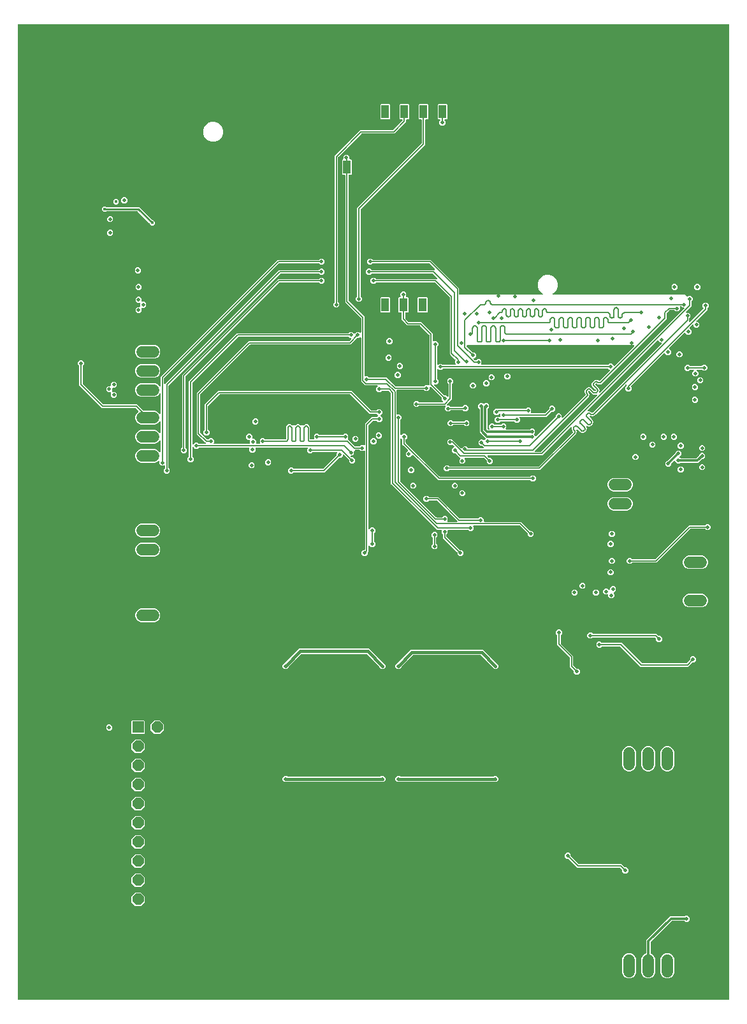
<source format=gbr>
G04 EAGLE Gerber RS-274X export*
G75*
%MOMM*%
%FSLAX34Y34*%
%LPD*%
%INBottom Copper*%
%IPPOS*%
%AMOC8*
5,1,8,0,0,1.08239X$1,22.5*%
G01*
%ADD10R,1.000000X1.750000*%
%ADD11C,1.524000*%
%ADD12R,1.500000X1.500000*%
%ADD13P,1.623585X8X292.500000*%
%ADD14C,1.100000*%
%ADD15C,5.334000*%
%ADD16C,0.500000*%
%ADD17C,0.200000*%
%ADD18C,0.152400*%
%ADD19C,0.150000*%
%ADD20C,0.300000*%
%ADD21C,0.400000*%
%ADD22C,0.406400*%
%ADD23C,0.254000*%

G36*
X471564Y2510D02*
X471564Y2510D01*
X471628Y2509D01*
X471703Y2530D01*
X471779Y2541D01*
X471838Y2567D01*
X471900Y2584D01*
X471966Y2625D01*
X472036Y2657D01*
X472085Y2699D01*
X472140Y2732D01*
X472192Y2790D01*
X472250Y2840D01*
X472286Y2894D01*
X472329Y2942D01*
X472362Y3011D01*
X472405Y3076D01*
X472424Y3138D01*
X472452Y3195D01*
X472463Y3265D01*
X472487Y3346D01*
X472488Y3431D01*
X472499Y3500D01*
X472499Y1296500D01*
X472490Y1296564D01*
X472491Y1296628D01*
X472470Y1296703D01*
X472459Y1296779D01*
X472433Y1296838D01*
X472416Y1296900D01*
X472375Y1296966D01*
X472343Y1297036D01*
X472301Y1297085D01*
X472268Y1297140D01*
X472210Y1297192D01*
X472160Y1297250D01*
X472106Y1297286D01*
X472058Y1297329D01*
X471989Y1297362D01*
X471924Y1297405D01*
X471862Y1297424D01*
X471805Y1297452D01*
X471735Y1297463D01*
X471654Y1297487D01*
X471569Y1297488D01*
X471500Y1297499D01*
X-471500Y1297499D01*
X-471564Y1297490D01*
X-471628Y1297491D01*
X-471703Y1297470D01*
X-471779Y1297459D01*
X-471838Y1297433D01*
X-471900Y1297416D01*
X-471966Y1297375D01*
X-472036Y1297343D01*
X-472085Y1297301D01*
X-472140Y1297268D01*
X-472192Y1297210D01*
X-472250Y1297160D01*
X-472286Y1297106D01*
X-472329Y1297058D01*
X-472362Y1296989D01*
X-472405Y1296924D01*
X-472424Y1296862D01*
X-472452Y1296805D01*
X-472463Y1296735D01*
X-472487Y1296654D01*
X-472488Y1296569D01*
X-472499Y1296500D01*
X-472499Y3500D01*
X-472490Y3436D01*
X-472491Y3372D01*
X-472470Y3297D01*
X-472459Y3221D01*
X-472433Y3162D01*
X-472416Y3100D01*
X-472375Y3034D01*
X-472343Y2964D01*
X-472301Y2915D01*
X-472268Y2860D01*
X-472210Y2808D01*
X-472160Y2750D01*
X-472106Y2714D01*
X-472058Y2671D01*
X-471989Y2638D01*
X-471924Y2595D01*
X-471862Y2576D01*
X-471805Y2548D01*
X-471735Y2537D01*
X-471654Y2513D01*
X-471569Y2512D01*
X-471500Y2501D01*
X471500Y2501D01*
X471564Y2510D01*
G37*
%LPC*%
G36*
X-13657Y591499D02*
X-13657Y591499D01*
X-16001Y593843D01*
X-16001Y597157D01*
X-13657Y599501D01*
X-12250Y599501D01*
X-12186Y599510D01*
X-12122Y599509D01*
X-12047Y599530D01*
X-11971Y599541D01*
X-11912Y599567D01*
X-11850Y599584D01*
X-11784Y599625D01*
X-11714Y599657D01*
X-11665Y599699D01*
X-11610Y599732D01*
X-11558Y599790D01*
X-11500Y599840D01*
X-11464Y599894D01*
X-11421Y599942D01*
X-11388Y600011D01*
X-11345Y600076D01*
X-11326Y600138D01*
X-11298Y600195D01*
X-11287Y600265D01*
X-11263Y600346D01*
X-11262Y600431D01*
X-11251Y600500D01*
X-11251Y730679D01*
X-11255Y730711D01*
X-11253Y730743D01*
X-11275Y730850D01*
X-11291Y730958D01*
X-11304Y730988D01*
X-11310Y731019D01*
X-11362Y731116D01*
X-11407Y731215D01*
X-11428Y731240D01*
X-11443Y731268D01*
X-11519Y731346D01*
X-11590Y731429D01*
X-11617Y731447D01*
X-11640Y731470D01*
X-11734Y731524D01*
X-11826Y731584D01*
X-11857Y731593D01*
X-11885Y731609D01*
X-11991Y731634D01*
X-12096Y731666D01*
X-12128Y731667D01*
X-12159Y731674D01*
X-12269Y731669D01*
X-12378Y731670D01*
X-12409Y731661D01*
X-12441Y731660D01*
X-12544Y731624D01*
X-12650Y731595D01*
X-12677Y731578D01*
X-12708Y731567D01*
X-12781Y731514D01*
X-12890Y731447D01*
X-12922Y731411D01*
X-12957Y731386D01*
X-13343Y730999D01*
X-16657Y730999D01*
X-18115Y732457D01*
X-18191Y732514D01*
X-18263Y732579D01*
X-18304Y732599D01*
X-18340Y732626D01*
X-18430Y732660D01*
X-18516Y732702D01*
X-18559Y732708D01*
X-18604Y732725D01*
X-18732Y732735D01*
X-18821Y732749D01*
X-23619Y732749D01*
X-23683Y732740D01*
X-23747Y732741D01*
X-23822Y732720D01*
X-23898Y732709D01*
X-23957Y732683D01*
X-24019Y732666D01*
X-24085Y732625D01*
X-24155Y732593D01*
X-24204Y732551D01*
X-24259Y732518D01*
X-24311Y732460D01*
X-24369Y732410D01*
X-24405Y732356D01*
X-24448Y732308D01*
X-24481Y732239D01*
X-24524Y732174D01*
X-24543Y732112D01*
X-24571Y732055D01*
X-24582Y731985D01*
X-24606Y731904D01*
X-24607Y731853D01*
X-25707Y730754D01*
X-25764Y730677D01*
X-25829Y730605D01*
X-25849Y730564D01*
X-25876Y730528D01*
X-25910Y730438D01*
X-25952Y730352D01*
X-25958Y730309D01*
X-25975Y730264D01*
X-25985Y730136D01*
X-25999Y730047D01*
X-25999Y727343D01*
X-28343Y724999D01*
X-29404Y724999D01*
X-29436Y724995D01*
X-29468Y724997D01*
X-29575Y724975D01*
X-29683Y724959D01*
X-29712Y724946D01*
X-29744Y724940D01*
X-29841Y724888D01*
X-29940Y724843D01*
X-29964Y724822D01*
X-29993Y724807D01*
X-30071Y724731D01*
X-30154Y724660D01*
X-30172Y724633D01*
X-30195Y724610D01*
X-30249Y724516D01*
X-30309Y724424D01*
X-30318Y724393D01*
X-30334Y724365D01*
X-30359Y724259D01*
X-30391Y724154D01*
X-30392Y724122D01*
X-30399Y724091D01*
X-30393Y723981D01*
X-30395Y723872D01*
X-30386Y723841D01*
X-30385Y723809D01*
X-30349Y723706D01*
X-30320Y723600D01*
X-30303Y723573D01*
X-30292Y723542D01*
X-30239Y723469D01*
X-30172Y723360D01*
X-30136Y723328D01*
X-30131Y723320D01*
X-30127Y723316D01*
X-30110Y723293D01*
X-29610Y722793D01*
X-29534Y722736D01*
X-29462Y722671D01*
X-29421Y722651D01*
X-29385Y722624D01*
X-29295Y722590D01*
X-29208Y722548D01*
X-29166Y722542D01*
X-29121Y722525D01*
X-28993Y722515D01*
X-28904Y722501D01*
X-26843Y722501D01*
X-24499Y720157D01*
X-24499Y716843D01*
X-26843Y714499D01*
X-30157Y714499D01*
X-32501Y716843D01*
X-32501Y718904D01*
X-32514Y718999D01*
X-32519Y719095D01*
X-32534Y719138D01*
X-32541Y719183D01*
X-32580Y719270D01*
X-32612Y719361D01*
X-32637Y719396D01*
X-32657Y719440D01*
X-32740Y719537D01*
X-32793Y719610D01*
X-39293Y726110D01*
X-39319Y726130D01*
X-39340Y726154D01*
X-39432Y726214D01*
X-39519Y726280D01*
X-39549Y726291D01*
X-39576Y726309D01*
X-39681Y726341D01*
X-39783Y726379D01*
X-39815Y726382D01*
X-39846Y726391D01*
X-39955Y726393D01*
X-40064Y726401D01*
X-40096Y726394D01*
X-40128Y726395D01*
X-40233Y726366D01*
X-40340Y726343D01*
X-40369Y726328D01*
X-40400Y726320D01*
X-40493Y726262D01*
X-40589Y726211D01*
X-40612Y726188D01*
X-40640Y726172D01*
X-40713Y726090D01*
X-40791Y726014D01*
X-40807Y725986D01*
X-40829Y725962D01*
X-40876Y725864D01*
X-40930Y725769D01*
X-40938Y725737D01*
X-40952Y725708D01*
X-40966Y725619D01*
X-40995Y725494D01*
X-40993Y725446D01*
X-40999Y725404D01*
X-40999Y724343D01*
X-43343Y721999D01*
X-45404Y721999D01*
X-45499Y721986D01*
X-45595Y721981D01*
X-45638Y721966D01*
X-45683Y721959D01*
X-45770Y721920D01*
X-45861Y721888D01*
X-45896Y721863D01*
X-45940Y721843D01*
X-46037Y721760D01*
X-46110Y721707D01*
X-65068Y702749D01*
X-105679Y702749D01*
X-105774Y702736D01*
X-105870Y702731D01*
X-105913Y702716D01*
X-105958Y702709D01*
X-106046Y702670D01*
X-106137Y702638D01*
X-106171Y702613D01*
X-106215Y702593D01*
X-106312Y702510D01*
X-106385Y702457D01*
X-107843Y700999D01*
X-111157Y700999D01*
X-113501Y703343D01*
X-113501Y706657D01*
X-111157Y709001D01*
X-107843Y709001D01*
X-106385Y707543D01*
X-106309Y707486D01*
X-106237Y707421D01*
X-106196Y707401D01*
X-106160Y707374D01*
X-106070Y707340D01*
X-105984Y707298D01*
X-105941Y707292D01*
X-105896Y707275D01*
X-105768Y707265D01*
X-105679Y707251D01*
X-67346Y707251D01*
X-67251Y707264D01*
X-67155Y707269D01*
X-67112Y707284D01*
X-67067Y707291D01*
X-66980Y707330D01*
X-66889Y707362D01*
X-66854Y707387D01*
X-66810Y707407D01*
X-66713Y707490D01*
X-66640Y707543D01*
X-49293Y724890D01*
X-49236Y724966D01*
X-49171Y725038D01*
X-49151Y725079D01*
X-49124Y725115D01*
X-49090Y725205D01*
X-49048Y725292D01*
X-49042Y725334D01*
X-49025Y725379D01*
X-49015Y725507D01*
X-49001Y725596D01*
X-49001Y727657D01*
X-48614Y728043D01*
X-48595Y728069D01*
X-48571Y728090D01*
X-48511Y728182D01*
X-48445Y728269D01*
X-48434Y728299D01*
X-48416Y728326D01*
X-48384Y728431D01*
X-48346Y728533D01*
X-48343Y728565D01*
X-48334Y728596D01*
X-48332Y728705D01*
X-48324Y728814D01*
X-48330Y728846D01*
X-48330Y728878D01*
X-48359Y728983D01*
X-48381Y729090D01*
X-48397Y729119D01*
X-48405Y729150D01*
X-48463Y729243D01*
X-48514Y729339D01*
X-48536Y729362D01*
X-48553Y729390D01*
X-48634Y729463D01*
X-48711Y729541D01*
X-48739Y729557D01*
X-48763Y729579D01*
X-48861Y729626D01*
X-48956Y729680D01*
X-48987Y729688D01*
X-49016Y729702D01*
X-49106Y729716D01*
X-49230Y729745D01*
X-49279Y729743D01*
X-49321Y729749D01*
X-80179Y729749D01*
X-80274Y729736D01*
X-80370Y729731D01*
X-80413Y729716D01*
X-80458Y729709D01*
X-80546Y729670D01*
X-80637Y729638D01*
X-80671Y729613D01*
X-80715Y729593D01*
X-80812Y729510D01*
X-80885Y729457D01*
X-82343Y727999D01*
X-85657Y727999D01*
X-88001Y730343D01*
X-88001Y733657D01*
X-87614Y734043D01*
X-87595Y734069D01*
X-87571Y734090D01*
X-87511Y734182D01*
X-87445Y734269D01*
X-87434Y734299D01*
X-87416Y734326D01*
X-87384Y734431D01*
X-87346Y734533D01*
X-87343Y734565D01*
X-87334Y734596D01*
X-87332Y734705D01*
X-87324Y734814D01*
X-87330Y734846D01*
X-87330Y734878D01*
X-87359Y734983D01*
X-87381Y735090D01*
X-87397Y735119D01*
X-87405Y735150D01*
X-87463Y735243D01*
X-87514Y735339D01*
X-87536Y735362D01*
X-87553Y735390D01*
X-87634Y735463D01*
X-87711Y735541D01*
X-87739Y735557D01*
X-87763Y735579D01*
X-87861Y735626D01*
X-87956Y735680D01*
X-87987Y735688D01*
X-88016Y735702D01*
X-88106Y735716D01*
X-88230Y735745D01*
X-88279Y735743D01*
X-88321Y735749D01*
X-156000Y735749D01*
X-156064Y735740D01*
X-156128Y735741D01*
X-156203Y735720D01*
X-156279Y735709D01*
X-156338Y735683D01*
X-156400Y735666D01*
X-156466Y735625D01*
X-156536Y735593D01*
X-156585Y735551D01*
X-156640Y735518D01*
X-156692Y735460D01*
X-156750Y735410D01*
X-156786Y735356D01*
X-156829Y735308D01*
X-156862Y735239D01*
X-156905Y735174D01*
X-156924Y735112D01*
X-156952Y735055D01*
X-156963Y734985D01*
X-156987Y734904D01*
X-156988Y734819D01*
X-156999Y734750D01*
X-156999Y731343D01*
X-159343Y728999D01*
X-162657Y728999D01*
X-165001Y731343D01*
X-165001Y734750D01*
X-165010Y734814D01*
X-165009Y734878D01*
X-165030Y734953D01*
X-165041Y735029D01*
X-165067Y735088D01*
X-165084Y735150D01*
X-165125Y735216D01*
X-165157Y735286D01*
X-165199Y735335D01*
X-165232Y735390D01*
X-165290Y735442D01*
X-165340Y735500D01*
X-165394Y735536D01*
X-165442Y735579D01*
X-165511Y735612D01*
X-165576Y735655D01*
X-165638Y735674D01*
X-165695Y735702D01*
X-165765Y735713D01*
X-165846Y735737D01*
X-165931Y735738D01*
X-166000Y735749D01*
X-231679Y735749D01*
X-231774Y735736D01*
X-231870Y735731D01*
X-231913Y735716D01*
X-231958Y735709D01*
X-232046Y735670D01*
X-232137Y735638D01*
X-232171Y735613D01*
X-232215Y735593D01*
X-232312Y735510D01*
X-232385Y735457D01*
X-233843Y733999D01*
X-237157Y733999D01*
X-239043Y735886D01*
X-239069Y735905D01*
X-239090Y735929D01*
X-239182Y735989D01*
X-239269Y736055D01*
X-239299Y736066D01*
X-239326Y736084D01*
X-239431Y736116D01*
X-239533Y736154D01*
X-239565Y736157D01*
X-239596Y736166D01*
X-239705Y736168D01*
X-239814Y736176D01*
X-239846Y736170D01*
X-239878Y736170D01*
X-239983Y736141D01*
X-240090Y736119D01*
X-240119Y736103D01*
X-240150Y736095D01*
X-240243Y736037D01*
X-240339Y735986D01*
X-240362Y735964D01*
X-240390Y735947D01*
X-240463Y735866D01*
X-240541Y735789D01*
X-240557Y735761D01*
X-240579Y735737D01*
X-240626Y735639D01*
X-240680Y735544D01*
X-240688Y735513D01*
X-240702Y735484D01*
X-240716Y735394D01*
X-240745Y735270D01*
X-240743Y735221D01*
X-240749Y735179D01*
X-240749Y723821D01*
X-240736Y723726D01*
X-240731Y723630D01*
X-240716Y723587D01*
X-240709Y723542D01*
X-240670Y723454D01*
X-240638Y723363D01*
X-240613Y723329D01*
X-240593Y723285D01*
X-240510Y723188D01*
X-240457Y723115D01*
X-238999Y721657D01*
X-238999Y718343D01*
X-241343Y715999D01*
X-244657Y715999D01*
X-247001Y718343D01*
X-247001Y721657D01*
X-245543Y723115D01*
X-245486Y723191D01*
X-245421Y723263D01*
X-245401Y723304D01*
X-245374Y723340D01*
X-245340Y723430D01*
X-245298Y723516D01*
X-245292Y723559D01*
X-245275Y723604D01*
X-245265Y723732D01*
X-245251Y723821D01*
X-245251Y823432D01*
X-181432Y887251D01*
X-33821Y887251D01*
X-33726Y887264D01*
X-33630Y887269D01*
X-33587Y887284D01*
X-33542Y887291D01*
X-33454Y887330D01*
X-33363Y887362D01*
X-33329Y887387D01*
X-33285Y887407D01*
X-33188Y887490D01*
X-33115Y887543D01*
X-31657Y889001D01*
X-28343Y889001D01*
X-26207Y886864D01*
X-26155Y886826D01*
X-26110Y886780D01*
X-26043Y886742D01*
X-25981Y886695D01*
X-25921Y886672D01*
X-25865Y886641D01*
X-25790Y886623D01*
X-25717Y886596D01*
X-25653Y886591D01*
X-25590Y886576D01*
X-25513Y886580D01*
X-25436Y886574D01*
X-25373Y886587D01*
X-25309Y886590D01*
X-25236Y886616D01*
X-25160Y886631D01*
X-25103Y886662D01*
X-25042Y886683D01*
X-24986Y886724D01*
X-24911Y886764D01*
X-24850Y886823D01*
X-24793Y886864D01*
X-22657Y889001D01*
X-19343Y889001D01*
X-18181Y887839D01*
X-18155Y887820D01*
X-18134Y887795D01*
X-18043Y887735D01*
X-17956Y887670D01*
X-17925Y887658D01*
X-17898Y887641D01*
X-17794Y887609D01*
X-17692Y887570D01*
X-17659Y887568D01*
X-17629Y887558D01*
X-17519Y887557D01*
X-17410Y887548D01*
X-17379Y887555D01*
X-17347Y887555D01*
X-17241Y887584D01*
X-17134Y887606D01*
X-17106Y887621D01*
X-17075Y887630D01*
X-16982Y887687D01*
X-16885Y887738D01*
X-16862Y887761D01*
X-16835Y887778D01*
X-16762Y887859D01*
X-16683Y887935D01*
X-16667Y887963D01*
X-16646Y887987D01*
X-16598Y888085D01*
X-16544Y888181D01*
X-16537Y888212D01*
X-16523Y888241D01*
X-16509Y888330D01*
X-16479Y888455D01*
X-16482Y888503D01*
X-16475Y888546D01*
X-16475Y907295D01*
X-16489Y907390D01*
X-16494Y907486D01*
X-16509Y907529D01*
X-16515Y907574D01*
X-16555Y907661D01*
X-16586Y907752D01*
X-16611Y907787D01*
X-16631Y907831D01*
X-16715Y907928D01*
X-16768Y908001D01*
X-37475Y928708D01*
X-37475Y1096891D01*
X-37484Y1096954D01*
X-37483Y1097019D01*
X-37504Y1097093D01*
X-37515Y1097170D01*
X-37542Y1097228D01*
X-37559Y1097290D01*
X-37599Y1097356D01*
X-37631Y1097427D01*
X-37673Y1097476D01*
X-37707Y1097530D01*
X-37764Y1097582D01*
X-37815Y1097641D01*
X-37868Y1097676D01*
X-37916Y1097719D01*
X-37986Y1097753D01*
X-38051Y1097796D01*
X-38112Y1097814D01*
X-38170Y1097842D01*
X-38239Y1097853D01*
X-38320Y1097878D01*
X-38405Y1097879D01*
X-38475Y1097890D01*
X-40846Y1097890D01*
X-41725Y1098769D01*
X-41725Y1117512D01*
X-40825Y1118413D01*
X-40797Y1118420D01*
X-40721Y1118431D01*
X-40662Y1118458D01*
X-40600Y1118475D01*
X-40534Y1118516D01*
X-40464Y1118548D01*
X-40415Y1118589D01*
X-40360Y1118623D01*
X-40308Y1118681D01*
X-40250Y1118731D01*
X-40214Y1118785D01*
X-40171Y1118832D01*
X-40138Y1118902D01*
X-40095Y1118967D01*
X-40076Y1119028D01*
X-40048Y1119086D01*
X-40037Y1119156D01*
X-40013Y1119237D01*
X-40012Y1119321D01*
X-40001Y1119391D01*
X-40001Y1122157D01*
X-37657Y1124501D01*
X-34343Y1124501D01*
X-31999Y1122157D01*
X-31999Y1119391D01*
X-31990Y1119327D01*
X-31991Y1119263D01*
X-31970Y1119188D01*
X-31959Y1119112D01*
X-31933Y1119053D01*
X-31916Y1118991D01*
X-31875Y1118925D01*
X-31843Y1118855D01*
X-31801Y1118806D01*
X-31768Y1118751D01*
X-31710Y1118699D01*
X-31660Y1118640D01*
X-31606Y1118605D01*
X-31558Y1118562D01*
X-31489Y1118528D01*
X-31424Y1118486D01*
X-31362Y1118467D01*
X-31305Y1118439D01*
X-31235Y1118428D01*
X-31154Y1118403D01*
X-31069Y1118402D01*
X-31000Y1118392D01*
X-29603Y1118392D01*
X-28724Y1117512D01*
X-28724Y1098769D01*
X-29603Y1097890D01*
X-31975Y1097890D01*
X-32038Y1097881D01*
X-32102Y1097882D01*
X-32177Y1097861D01*
X-32254Y1097850D01*
X-32312Y1097824D01*
X-32374Y1097807D01*
X-32440Y1097766D01*
X-32511Y1097734D01*
X-32559Y1097692D01*
X-32614Y1097658D01*
X-32666Y1097601D01*
X-32725Y1097551D01*
X-32760Y1097497D01*
X-32803Y1097449D01*
X-32837Y1097380D01*
X-32879Y1097315D01*
X-32898Y1097253D01*
X-32926Y1097195D01*
X-32937Y1097126D01*
X-32962Y1097045D01*
X-32963Y1096960D01*
X-32974Y1096891D01*
X-32974Y930987D01*
X-32960Y930892D01*
X-32955Y930796D01*
X-32940Y930753D01*
X-32934Y930708D01*
X-32894Y930620D01*
X-32863Y930529D01*
X-32838Y930495D01*
X-32818Y930451D01*
X-32734Y930353D01*
X-32681Y930280D01*
X-11974Y909573D01*
X-11974Y831500D01*
X-11965Y831436D01*
X-11966Y831372D01*
X-11945Y831297D01*
X-11934Y831221D01*
X-11908Y831162D01*
X-11890Y831100D01*
X-11850Y831034D01*
X-11818Y830964D01*
X-11776Y830915D01*
X-11742Y830860D01*
X-11685Y830808D01*
X-11634Y830750D01*
X-11581Y830714D01*
X-11533Y830671D01*
X-11463Y830638D01*
X-11398Y830595D01*
X-11337Y830576D01*
X-11279Y830548D01*
X-11210Y830537D01*
X-11129Y830513D01*
X-11044Y830512D01*
X-10975Y830501D01*
X-7343Y830501D01*
X-5885Y829043D01*
X-5809Y828986D01*
X-5737Y828921D01*
X-5696Y828901D01*
X-5660Y828874D01*
X-5570Y828840D01*
X-5484Y828798D01*
X-5441Y828792D01*
X-5396Y828775D01*
X-5268Y828765D01*
X-5179Y828751D01*
X17432Y828751D01*
X29140Y817043D01*
X29216Y816986D01*
X29288Y816921D01*
X29329Y816901D01*
X29365Y816874D01*
X29455Y816840D01*
X29542Y816798D01*
X29584Y816792D01*
X29629Y816775D01*
X29757Y816765D01*
X29846Y816751D01*
X66679Y816751D01*
X66774Y816764D01*
X66870Y816769D01*
X66913Y816784D01*
X66958Y816791D01*
X67046Y816830D01*
X67137Y816862D01*
X67171Y816887D01*
X67215Y816907D01*
X67312Y816990D01*
X67385Y817043D01*
X68843Y818501D01*
X72157Y818501D01*
X72543Y818114D01*
X72569Y818095D01*
X72590Y818071D01*
X72682Y818011D01*
X72769Y817945D01*
X72799Y817934D01*
X72826Y817916D01*
X72931Y817884D01*
X73033Y817846D01*
X73065Y817843D01*
X73096Y817834D01*
X73205Y817832D01*
X73314Y817824D01*
X73346Y817830D01*
X73378Y817830D01*
X73483Y817859D01*
X73590Y817881D01*
X73619Y817897D01*
X73650Y817905D01*
X73743Y817963D01*
X73839Y818014D01*
X73862Y818036D01*
X73890Y818053D01*
X73963Y818134D01*
X74041Y818211D01*
X74057Y818239D01*
X74079Y818263D01*
X74126Y818361D01*
X74180Y818456D01*
X74188Y818487D01*
X74202Y818516D01*
X74216Y818606D01*
X74245Y818730D01*
X74243Y818779D01*
X74249Y818821D01*
X74249Y884637D01*
X74236Y884732D01*
X74231Y884828D01*
X74216Y884871D01*
X74209Y884916D01*
X74170Y885004D01*
X74138Y885094D01*
X74113Y885129D01*
X74093Y885173D01*
X74010Y885270D01*
X73957Y885343D01*
X61855Y897445D01*
X61779Y897502D01*
X61707Y897567D01*
X61666Y897587D01*
X61630Y897614D01*
X61540Y897648D01*
X61453Y897690D01*
X61411Y897696D01*
X61366Y897713D01*
X61238Y897723D01*
X61149Y897737D01*
X45063Y897737D01*
X37513Y905287D01*
X37513Y913791D01*
X37504Y913854D01*
X37505Y913919D01*
X37484Y913993D01*
X37473Y914070D01*
X37446Y914128D01*
X37429Y914190D01*
X37389Y914256D01*
X37357Y914327D01*
X37315Y914376D01*
X37281Y914430D01*
X37224Y914482D01*
X37173Y914541D01*
X37120Y914576D01*
X37072Y914619D01*
X37002Y914653D01*
X36937Y914696D01*
X36876Y914714D01*
X36818Y914742D01*
X36749Y914753D01*
X36668Y914778D01*
X36583Y914779D01*
X36513Y914790D01*
X34154Y914790D01*
X33275Y915669D01*
X33275Y934412D01*
X34154Y935292D01*
X35138Y935292D01*
X35170Y935296D01*
X35202Y935294D01*
X35309Y935316D01*
X35417Y935331D01*
X35447Y935345D01*
X35478Y935351D01*
X35575Y935403D01*
X35674Y935448D01*
X35699Y935468D01*
X35727Y935484D01*
X35806Y935560D01*
X35889Y935631D01*
X35906Y935658D01*
X35929Y935680D01*
X35983Y935775D01*
X36043Y935867D01*
X36053Y935898D01*
X36068Y935926D01*
X36094Y936032D01*
X36125Y936137D01*
X36126Y936169D01*
X36133Y936200D01*
X36128Y936310D01*
X36129Y936419D01*
X36121Y936450D01*
X36119Y936482D01*
X36083Y936585D01*
X36054Y936690D01*
X36037Y936718D01*
X36027Y936748D01*
X35973Y936821D01*
X35906Y936930D01*
X35870Y936963D01*
X35845Y936997D01*
X35499Y937343D01*
X35499Y940657D01*
X37843Y943001D01*
X41157Y943001D01*
X43501Y940657D01*
X43501Y937343D01*
X43155Y936997D01*
X43136Y936972D01*
X43111Y936951D01*
X43051Y936859D01*
X42986Y936772D01*
X42975Y936742D01*
X42957Y936715D01*
X42925Y936610D01*
X42886Y936508D01*
X42884Y936476D01*
X42875Y936445D01*
X42873Y936336D01*
X42865Y936227D01*
X42871Y936195D01*
X42871Y936163D01*
X42900Y936058D01*
X42922Y935951D01*
X42937Y935922D01*
X42946Y935891D01*
X43003Y935798D01*
X43055Y935702D01*
X43077Y935679D01*
X43094Y935651D01*
X43175Y935578D01*
X43251Y935500D01*
X43279Y935484D01*
X43303Y935462D01*
X43402Y935414D01*
X43497Y935361D01*
X43528Y935353D01*
X43557Y935339D01*
X43647Y935325D01*
X43771Y935296D01*
X43820Y935298D01*
X43862Y935292D01*
X45397Y935292D01*
X46276Y934412D01*
X46276Y915669D01*
X45397Y914790D01*
X43037Y914790D01*
X42974Y914781D01*
X42910Y914782D01*
X42835Y914761D01*
X42758Y914750D01*
X42700Y914724D01*
X42638Y914707D01*
X42572Y914666D01*
X42501Y914634D01*
X42453Y914592D01*
X42398Y914558D01*
X42346Y914501D01*
X42287Y914451D01*
X42252Y914397D01*
X42209Y914349D01*
X42175Y914280D01*
X42133Y914215D01*
X42114Y914153D01*
X42086Y914095D01*
X42075Y914026D01*
X42050Y913945D01*
X42049Y913860D01*
X42038Y913791D01*
X42038Y907576D01*
X42052Y907481D01*
X42057Y907385D01*
X42072Y907341D01*
X42078Y907296D01*
X42118Y907209D01*
X42149Y907118D01*
X42174Y907084D01*
X42194Y907040D01*
X42278Y906942D01*
X42331Y906869D01*
X46645Y902555D01*
X46721Y902498D01*
X46793Y902433D01*
X46834Y902413D01*
X46870Y902386D01*
X46960Y902352D01*
X47047Y902310D01*
X47089Y902304D01*
X47134Y902287D01*
X47262Y902277D01*
X47351Y902263D01*
X63437Y902263D01*
X78763Y886937D01*
X78763Y884714D01*
X78751Y884637D01*
X78751Y877321D01*
X78755Y877289D01*
X78753Y877257D01*
X78775Y877150D01*
X78791Y877042D01*
X78804Y877012D01*
X78810Y876981D01*
X78862Y876884D01*
X78907Y876785D01*
X78928Y876760D01*
X78943Y876732D01*
X79019Y876654D01*
X79090Y876571D01*
X79117Y876553D01*
X79140Y876530D01*
X79234Y876476D01*
X79326Y876416D01*
X79357Y876407D01*
X79385Y876391D01*
X79491Y876366D01*
X79596Y876334D01*
X79628Y876333D01*
X79659Y876326D01*
X79769Y876331D01*
X79878Y876330D01*
X79909Y876339D01*
X79941Y876340D01*
X80044Y876376D01*
X80150Y876405D01*
X80177Y876422D01*
X80208Y876433D01*
X80281Y876486D01*
X80390Y876553D01*
X80422Y876589D01*
X80457Y876614D01*
X80843Y877001D01*
X84157Y877001D01*
X86501Y874657D01*
X86501Y871343D01*
X85043Y869885D01*
X84986Y869809D01*
X84921Y869737D01*
X84901Y869696D01*
X84874Y869660D01*
X84840Y869570D01*
X84798Y869484D01*
X84792Y869441D01*
X84775Y869396D01*
X84765Y869268D01*
X84751Y869179D01*
X84751Y846539D01*
X84755Y846507D01*
X84753Y846474D01*
X84775Y846368D01*
X84791Y846259D01*
X84804Y846230D01*
X84810Y846198D01*
X84862Y846102D01*
X84907Y846002D01*
X84928Y845978D01*
X84943Y845949D01*
X85019Y845871D01*
X85090Y845788D01*
X85117Y845770D01*
X85140Y845747D01*
X85235Y845694D01*
X85326Y845634D01*
X85357Y845624D01*
X85385Y845608D01*
X85491Y845583D01*
X85596Y845551D01*
X85628Y845551D01*
X85659Y845543D01*
X85769Y845549D01*
X85878Y845548D01*
X85909Y845556D01*
X85941Y845558D01*
X86044Y845594D01*
X86150Y845623D01*
X86177Y845640D01*
X86208Y845650D01*
X86281Y845704D01*
X86390Y845771D01*
X86422Y845807D01*
X86457Y845832D01*
X87234Y846610D01*
X90548Y846610D01*
X91615Y845543D01*
X91691Y845486D01*
X91763Y845421D01*
X91804Y845401D01*
X91840Y845374D01*
X91930Y845340D01*
X92016Y845298D01*
X92059Y845292D01*
X92104Y845275D01*
X92232Y845265D01*
X92321Y845251D01*
X108429Y845251D01*
X108461Y845255D01*
X108493Y845253D01*
X108600Y845275D01*
X108708Y845291D01*
X108738Y845304D01*
X108769Y845310D01*
X108866Y845362D01*
X108965Y845407D01*
X108990Y845428D01*
X109018Y845443D01*
X109096Y845519D01*
X109179Y845590D01*
X109197Y845617D01*
X109220Y845640D01*
X109274Y845735D01*
X109334Y845826D01*
X109343Y845857D01*
X109359Y845885D01*
X109384Y845991D01*
X109416Y846096D01*
X109417Y846128D01*
X109424Y846159D01*
X109419Y846269D01*
X109420Y846378D01*
X109411Y846409D01*
X109410Y846441D01*
X109374Y846544D01*
X109345Y846650D01*
X109328Y846677D01*
X109317Y846708D01*
X109264Y846781D01*
X109197Y846890D01*
X109161Y846922D01*
X109136Y846957D01*
X108499Y847593D01*
X108499Y850907D01*
X108748Y851156D01*
X108770Y851186D01*
X108791Y851203D01*
X108806Y851226D01*
X108833Y851252D01*
X108871Y851319D01*
X108917Y851381D01*
X108930Y851416D01*
X108945Y851439D01*
X108953Y851465D01*
X108972Y851497D01*
X108989Y851573D01*
X109017Y851645D01*
X109020Y851682D01*
X109028Y851709D01*
X109028Y851737D01*
X109037Y851772D01*
X109033Y851849D01*
X109039Y851927D01*
X109031Y851962D01*
X109032Y851991D01*
X109024Y852019D01*
X109022Y852054D01*
X108997Y852127D01*
X108981Y852203D01*
X108965Y852233D01*
X108956Y852263D01*
X108941Y852288D01*
X108930Y852320D01*
X108888Y852377D01*
X108849Y852452D01*
X108825Y852476D01*
X108808Y852503D01*
X108773Y852535D01*
X108748Y852569D01*
X102860Y858457D01*
X101249Y860068D01*
X101249Y934654D01*
X101236Y934749D01*
X101231Y934845D01*
X101216Y934888D01*
X101209Y934933D01*
X101170Y935020D01*
X101138Y935111D01*
X101113Y935146D01*
X101093Y935190D01*
X101010Y935287D01*
X100957Y935360D01*
X81860Y954457D01*
X81784Y954514D01*
X81712Y954579D01*
X81671Y954599D01*
X81635Y954626D01*
X81545Y954660D01*
X81458Y954702D01*
X81416Y954708D01*
X81371Y954725D01*
X81243Y954735D01*
X81154Y954749D01*
X3821Y954749D01*
X3726Y954736D01*
X3630Y954731D01*
X3587Y954716D01*
X3542Y954709D01*
X3454Y954670D01*
X3363Y954638D01*
X3329Y954613D01*
X3285Y954593D01*
X3188Y954510D01*
X3115Y954457D01*
X1657Y952999D01*
X-1657Y952999D01*
X-4001Y955343D01*
X-4001Y958657D01*
X-1657Y961001D01*
X1657Y961001D01*
X3115Y959543D01*
X3191Y959486D01*
X3263Y959421D01*
X3304Y959401D01*
X3340Y959374D01*
X3430Y959340D01*
X3516Y959298D01*
X3559Y959292D01*
X3604Y959275D01*
X3732Y959265D01*
X3821Y959251D01*
X83654Y959251D01*
X83686Y959255D01*
X83718Y959253D01*
X83825Y959275D01*
X83933Y959291D01*
X83962Y959304D01*
X83994Y959310D01*
X84091Y959362D01*
X84190Y959407D01*
X84214Y959428D01*
X84243Y959443D01*
X84321Y959519D01*
X84404Y959590D01*
X84422Y959617D01*
X84445Y959640D01*
X84499Y959735D01*
X84559Y959826D01*
X84568Y959857D01*
X84584Y959885D01*
X84609Y959992D01*
X84641Y960096D01*
X84642Y960128D01*
X84649Y960159D01*
X84643Y960269D01*
X84645Y960378D01*
X84636Y960409D01*
X84635Y960441D01*
X84599Y960544D01*
X84570Y960650D01*
X84553Y960677D01*
X84542Y960708D01*
X84489Y960781D01*
X84422Y960890D01*
X84385Y960922D01*
X84360Y960957D01*
X78860Y966457D01*
X78784Y966514D01*
X78712Y966579D01*
X78671Y966599D01*
X78635Y966626D01*
X78545Y966660D01*
X78458Y966702D01*
X78416Y966708D01*
X78371Y966725D01*
X78243Y966735D01*
X78154Y966749D01*
X-2179Y966749D01*
X-2274Y966736D01*
X-2370Y966731D01*
X-2413Y966716D01*
X-2458Y966709D01*
X-2546Y966670D01*
X-2637Y966638D01*
X-2671Y966613D01*
X-2715Y966593D01*
X-2812Y966510D01*
X-2885Y966457D01*
X-4343Y964999D01*
X-7657Y964999D01*
X-10001Y967343D01*
X-10001Y970657D01*
X-7657Y973001D01*
X-4343Y973001D01*
X-2885Y971543D01*
X-2809Y971486D01*
X-2737Y971421D01*
X-2696Y971401D01*
X-2660Y971374D01*
X-2570Y971340D01*
X-2484Y971298D01*
X-2441Y971292D01*
X-2396Y971275D01*
X-2268Y971265D01*
X-2179Y971251D01*
X80654Y971251D01*
X80686Y971255D01*
X80718Y971253D01*
X80825Y971275D01*
X80933Y971291D01*
X80962Y971304D01*
X80994Y971310D01*
X81090Y971362D01*
X81190Y971407D01*
X81215Y971428D01*
X81243Y971443D01*
X81321Y971519D01*
X81404Y971590D01*
X81422Y971617D01*
X81445Y971640D01*
X81499Y971735D01*
X81559Y971826D01*
X81568Y971857D01*
X81584Y971885D01*
X81609Y971992D01*
X81641Y972096D01*
X81642Y972128D01*
X81649Y972159D01*
X81643Y972269D01*
X81645Y972378D01*
X81636Y972409D01*
X81635Y972441D01*
X81599Y972544D01*
X81570Y972650D01*
X81553Y972677D01*
X81542Y972708D01*
X81489Y972781D01*
X81422Y972890D01*
X81385Y972922D01*
X81360Y972957D01*
X74360Y979957D01*
X74284Y980014D01*
X74212Y980079D01*
X74171Y980099D01*
X74135Y980126D01*
X74045Y980160D01*
X73958Y980202D01*
X73916Y980208D01*
X73871Y980225D01*
X73743Y980235D01*
X73654Y980249D01*
X-679Y980249D01*
X-774Y980236D01*
X-870Y980231D01*
X-913Y980216D01*
X-958Y980209D01*
X-1046Y980170D01*
X-1137Y980138D01*
X-1171Y980113D01*
X-1215Y980093D01*
X-1312Y980010D01*
X-1385Y979957D01*
X-2843Y978499D01*
X-6157Y978499D01*
X-8501Y980843D01*
X-8501Y984157D01*
X-6157Y986501D01*
X-2843Y986501D01*
X-1385Y985043D01*
X-1309Y984986D01*
X-1237Y984921D01*
X-1196Y984901D01*
X-1160Y984874D01*
X-1070Y984840D01*
X-984Y984798D01*
X-941Y984792D01*
X-896Y984775D01*
X-768Y984765D01*
X-679Y984751D01*
X75932Y984751D01*
X113751Y946932D01*
X113751Y939381D01*
X113760Y939317D01*
X113759Y939253D01*
X113780Y939178D01*
X113791Y939102D01*
X113817Y939043D01*
X113834Y938981D01*
X113875Y938915D01*
X113907Y938845D01*
X113949Y938796D01*
X113982Y938741D01*
X114040Y938689D01*
X114090Y938631D01*
X114144Y938595D01*
X114192Y938552D01*
X114261Y938519D01*
X114326Y938476D01*
X114388Y938457D01*
X114445Y938429D01*
X114515Y938418D01*
X114596Y938394D01*
X114681Y938393D01*
X114750Y938382D01*
X223836Y938382D01*
X223922Y938394D01*
X224009Y938397D01*
X224061Y938414D01*
X224116Y938422D01*
X224195Y938457D01*
X224277Y938484D01*
X224323Y938515D01*
X224372Y938538D01*
X224438Y938594D01*
X224510Y938643D01*
X224545Y938685D01*
X224587Y938721D01*
X224634Y938794D01*
X224689Y938861D01*
X224711Y938911D01*
X224741Y938957D01*
X224767Y939040D01*
X224801Y939120D01*
X224808Y939174D01*
X224824Y939227D01*
X224825Y939314D01*
X224835Y939400D01*
X224827Y939454D01*
X224827Y939509D01*
X224804Y939593D01*
X224790Y939678D01*
X224767Y939728D01*
X224752Y939781D01*
X224706Y939855D01*
X224669Y939933D01*
X224633Y939974D01*
X224604Y940021D01*
X224540Y940079D01*
X224482Y940144D01*
X224438Y940170D01*
X224395Y940210D01*
X224292Y940259D01*
X224219Y940304D01*
X223969Y940407D01*
X220242Y944135D01*
X218225Y949005D01*
X218225Y954277D01*
X220242Y959147D01*
X223969Y962874D01*
X228840Y964892D01*
X234111Y964892D01*
X238981Y962874D01*
X242709Y959147D01*
X244726Y954277D01*
X244726Y949005D01*
X242709Y944135D01*
X238982Y940407D01*
X238732Y940304D01*
X238658Y940260D01*
X238578Y940224D01*
X238537Y940189D01*
X238490Y940161D01*
X238430Y940097D01*
X238364Y940041D01*
X238334Y939995D01*
X238297Y939955D01*
X238257Y939878D01*
X238210Y939805D01*
X238194Y939752D01*
X238169Y939703D01*
X238153Y939618D01*
X238127Y939535D01*
X238127Y939480D01*
X238116Y939426D01*
X238125Y939340D01*
X238124Y939253D01*
X238138Y939200D01*
X238144Y939146D01*
X238176Y939065D01*
X238199Y938981D01*
X238228Y938935D01*
X238248Y938884D01*
X238301Y938815D01*
X238347Y938741D01*
X238388Y938705D01*
X238421Y938661D01*
X238492Y938611D01*
X238556Y938552D01*
X238606Y938528D01*
X238650Y938496D01*
X238732Y938467D01*
X238810Y938429D01*
X238860Y938421D01*
X238916Y938402D01*
X239029Y938395D01*
X239115Y938382D01*
X414158Y938382D01*
X416234Y936305D01*
X416286Y936267D01*
X416331Y936221D01*
X416398Y936183D01*
X416460Y936136D01*
X416520Y936114D01*
X416576Y936082D01*
X416651Y936064D01*
X416724Y936037D01*
X416788Y936032D01*
X416850Y936017D01*
X416928Y936021D01*
X417005Y936015D01*
X417068Y936028D01*
X417132Y936031D01*
X417205Y936057D01*
X417281Y936072D01*
X417338Y936103D01*
X417399Y936124D01*
X417455Y936165D01*
X417530Y936205D01*
X417591Y936264D01*
X417648Y936305D01*
X418343Y937001D01*
X421657Y937001D01*
X424001Y934657D01*
X424001Y931343D01*
X422543Y929885D01*
X422486Y929809D01*
X422421Y929737D01*
X422401Y929696D01*
X422374Y929660D01*
X422340Y929570D01*
X422298Y929484D01*
X422292Y929441D01*
X422275Y929396D01*
X422265Y929268D01*
X422251Y929179D01*
X422251Y923068D01*
X415390Y916207D01*
X415370Y916181D01*
X415346Y916160D01*
X415286Y916068D01*
X415220Y915981D01*
X415209Y915951D01*
X415191Y915924D01*
X415159Y915819D01*
X415121Y915717D01*
X415118Y915685D01*
X415109Y915654D01*
X415107Y915545D01*
X415099Y915436D01*
X415106Y915404D01*
X415105Y915372D01*
X415134Y915267D01*
X415157Y915160D01*
X415172Y915131D01*
X415180Y915100D01*
X415238Y915007D01*
X415289Y914911D01*
X415312Y914888D01*
X415328Y914860D01*
X415410Y914787D01*
X415486Y914709D01*
X415514Y914693D01*
X415538Y914671D01*
X415636Y914624D01*
X415731Y914570D01*
X415763Y914562D01*
X415792Y914548D01*
X415881Y914534D01*
X416006Y914505D01*
X416054Y914507D01*
X416096Y914501D01*
X418657Y914501D01*
X421001Y912157D01*
X421001Y908843D01*
X419543Y907385D01*
X419486Y907309D01*
X419421Y907237D01*
X419401Y907196D01*
X419374Y907160D01*
X419340Y907070D01*
X419298Y906984D01*
X419292Y906941D01*
X419275Y906896D01*
X419265Y906768D01*
X419251Y906679D01*
X419251Y903346D01*
X419255Y903314D01*
X419253Y903282D01*
X419275Y903175D01*
X419291Y903067D01*
X419304Y903038D01*
X419310Y903006D01*
X419362Y902909D01*
X419407Y902810D01*
X419428Y902786D01*
X419443Y902757D01*
X419519Y902679D01*
X419590Y902596D01*
X419617Y902578D01*
X419640Y902555D01*
X419735Y902501D01*
X419826Y902441D01*
X419857Y902432D01*
X419885Y902416D01*
X419992Y902391D01*
X420096Y902359D01*
X420128Y902358D01*
X420159Y902351D01*
X420269Y902357D01*
X420378Y902355D01*
X420409Y902364D01*
X420441Y902365D01*
X420544Y902401D01*
X420650Y902430D01*
X420677Y902447D01*
X420708Y902458D01*
X420781Y902511D01*
X420890Y902578D01*
X420922Y902615D01*
X420957Y902640D01*
X438123Y919806D01*
X438161Y919857D01*
X438208Y919902D01*
X438246Y919970D01*
X438292Y920032D01*
X438315Y920092D01*
X438347Y920148D01*
X438364Y920223D01*
X438392Y920295D01*
X438397Y920359D01*
X438412Y920422D01*
X438408Y920500D01*
X438414Y920577D01*
X438400Y920640D01*
X438397Y920704D01*
X438372Y920777D01*
X438356Y920853D01*
X438326Y920909D01*
X438305Y920970D01*
X438263Y921027D01*
X438224Y921102D01*
X438164Y921162D01*
X438123Y921219D01*
X436999Y922343D01*
X436999Y925657D01*
X439343Y928001D01*
X442657Y928001D01*
X445001Y925657D01*
X445001Y922343D01*
X443543Y920885D01*
X443486Y920809D01*
X443421Y920737D01*
X443401Y920696D01*
X443374Y920660D01*
X443340Y920570D01*
X443298Y920484D01*
X443292Y920441D01*
X443275Y920396D01*
X443265Y920268D01*
X443251Y920179D01*
X443251Y918568D01*
X428890Y904207D01*
X428870Y904181D01*
X428846Y904160D01*
X428786Y904068D01*
X428720Y903981D01*
X428709Y903951D01*
X428691Y903924D01*
X428659Y903819D01*
X428621Y903717D01*
X428618Y903685D01*
X428609Y903654D01*
X428607Y903545D01*
X428599Y903436D01*
X428606Y903404D01*
X428605Y903372D01*
X428634Y903267D01*
X428657Y903160D01*
X428672Y903131D01*
X428680Y903100D01*
X428738Y903007D01*
X428789Y902911D01*
X428812Y902888D01*
X428828Y902860D01*
X428910Y902787D01*
X428986Y902709D01*
X429014Y902693D01*
X429038Y902671D01*
X429136Y902624D01*
X429231Y902570D01*
X429263Y902562D01*
X429292Y902548D01*
X429381Y902534D01*
X429506Y902505D01*
X429554Y902507D01*
X429596Y902501D01*
X430657Y902501D01*
X433001Y900157D01*
X433001Y896843D01*
X430657Y894499D01*
X427343Y894499D01*
X424999Y896843D01*
X424999Y897904D01*
X424995Y897936D01*
X424997Y897968D01*
X424975Y898075D01*
X424959Y898183D01*
X424946Y898212D01*
X424940Y898244D01*
X424888Y898341D01*
X424843Y898440D01*
X424822Y898464D01*
X424807Y898493D01*
X424731Y898571D01*
X424660Y898654D01*
X424633Y898672D01*
X424610Y898695D01*
X424515Y898749D01*
X424424Y898809D01*
X424393Y898818D01*
X424365Y898834D01*
X424258Y898859D01*
X424154Y898891D01*
X424122Y898892D01*
X424091Y898899D01*
X423981Y898893D01*
X423872Y898895D01*
X423841Y898886D01*
X423809Y898885D01*
X423706Y898849D01*
X423600Y898820D01*
X423573Y898803D01*
X423542Y898792D01*
X423469Y898739D01*
X423360Y898672D01*
X423328Y898635D01*
X423293Y898610D01*
X419877Y895194D01*
X419839Y895143D01*
X419792Y895098D01*
X419754Y895030D01*
X419708Y894968D01*
X419685Y894908D01*
X419653Y894852D01*
X419636Y894777D01*
X419608Y894705D01*
X419603Y894641D01*
X419588Y894578D01*
X419592Y894500D01*
X419586Y894423D01*
X419600Y894361D01*
X419603Y894296D01*
X419628Y894223D01*
X419644Y894147D01*
X419674Y894091D01*
X419695Y894030D01*
X419737Y893973D01*
X419776Y893898D01*
X419836Y893838D01*
X419877Y893781D01*
X422501Y891157D01*
X422501Y887843D01*
X420157Y885499D01*
X416843Y885499D01*
X414219Y888123D01*
X414168Y888161D01*
X414123Y888208D01*
X414056Y888246D01*
X413994Y888292D01*
X413933Y888315D01*
X413878Y888347D01*
X413802Y888364D01*
X413730Y888392D01*
X413666Y888397D01*
X413603Y888412D01*
X413526Y888408D01*
X413448Y888414D01*
X413386Y888400D01*
X413321Y888397D01*
X413248Y888372D01*
X413172Y888356D01*
X413116Y888326D01*
X413055Y888305D01*
X412998Y888263D01*
X412923Y888224D01*
X412863Y888164D01*
X412806Y888123D01*
X392877Y868194D01*
X392839Y868143D01*
X392792Y868098D01*
X392754Y868030D01*
X392708Y867968D01*
X392685Y867908D01*
X392653Y867852D01*
X392636Y867777D01*
X392608Y867705D01*
X392603Y867641D01*
X392588Y867578D01*
X392592Y867500D01*
X392586Y867423D01*
X392600Y867361D01*
X392603Y867296D01*
X392628Y867223D01*
X392644Y867147D01*
X392674Y867091D01*
X392695Y867030D01*
X392737Y866973D01*
X392776Y866898D01*
X392836Y866838D01*
X392877Y866781D01*
X395501Y864157D01*
X395501Y860843D01*
X393157Y858499D01*
X389843Y858499D01*
X387219Y861123D01*
X387168Y861161D01*
X387123Y861208D01*
X387056Y861246D01*
X386994Y861292D01*
X386933Y861315D01*
X386878Y861347D01*
X386802Y861364D01*
X386730Y861392D01*
X386666Y861397D01*
X386603Y861412D01*
X386526Y861408D01*
X386448Y861414D01*
X386386Y861400D01*
X386321Y861397D01*
X386248Y861372D01*
X386172Y861356D01*
X386116Y861326D01*
X386055Y861305D01*
X385998Y861263D01*
X385923Y861224D01*
X385863Y861164D01*
X385806Y861123D01*
X342127Y817444D01*
X342089Y817393D01*
X342042Y817348D01*
X342004Y817280D01*
X341958Y817218D01*
X341935Y817158D01*
X341903Y817102D01*
X341886Y817027D01*
X341858Y816955D01*
X341853Y816891D01*
X341838Y816828D01*
X341842Y816750D01*
X341836Y816673D01*
X341850Y816611D01*
X341853Y816546D01*
X341878Y816473D01*
X341894Y816397D01*
X341924Y816341D01*
X341945Y816280D01*
X341987Y816223D01*
X342026Y816148D01*
X342086Y816088D01*
X342127Y816031D01*
X342501Y815657D01*
X342501Y812343D01*
X340157Y809999D01*
X336843Y809999D01*
X334499Y812343D01*
X334499Y815657D01*
X335957Y817115D01*
X336014Y817191D01*
X336079Y817263D01*
X336099Y817304D01*
X336126Y817340D01*
X336160Y817430D01*
X336202Y817516D01*
X336208Y817559D01*
X336225Y817604D01*
X336235Y817727D01*
X336237Y817735D01*
X336237Y817745D01*
X336249Y817821D01*
X336249Y818154D01*
X336245Y818186D01*
X336247Y818218D01*
X336225Y818325D01*
X336209Y818433D01*
X336196Y818462D01*
X336190Y818494D01*
X336138Y818591D01*
X336093Y818690D01*
X336072Y818714D01*
X336057Y818743D01*
X335981Y818821D01*
X335910Y818904D01*
X335883Y818922D01*
X335860Y818945D01*
X335765Y818999D01*
X335674Y819059D01*
X335643Y819068D01*
X335615Y819084D01*
X335508Y819109D01*
X335404Y819141D01*
X335372Y819142D01*
X335341Y819149D01*
X335231Y819143D01*
X335122Y819145D01*
X335091Y819136D01*
X335059Y819135D01*
X334956Y819099D01*
X334850Y819070D01*
X334823Y819053D01*
X334792Y819042D01*
X334719Y818989D01*
X334610Y818922D01*
X334578Y818885D01*
X334543Y818860D01*
X295098Y779415D01*
X295004Y779321D01*
X293222Y777539D01*
X290698Y776863D01*
X288538Y777441D01*
X288517Y777444D01*
X288496Y777452D01*
X288377Y777461D01*
X288258Y777475D01*
X288237Y777472D01*
X288215Y777473D01*
X288098Y777449D01*
X287980Y777429D01*
X287960Y777420D01*
X287939Y777416D01*
X287833Y777359D01*
X287725Y777308D01*
X287709Y777294D01*
X287690Y777283D01*
X287604Y777199D01*
X287515Y777120D01*
X287504Y777102D01*
X287488Y777087D01*
X287429Y776982D01*
X287365Y776881D01*
X287360Y776860D01*
X287349Y776841D01*
X287321Y776724D01*
X287289Y776609D01*
X287289Y776588D01*
X287284Y776567D01*
X287290Y776446D01*
X287291Y776327D01*
X287297Y776307D01*
X287298Y776285D01*
X287338Y776172D01*
X287372Y776057D01*
X287384Y776039D01*
X287391Y776019D01*
X287445Y775945D01*
X287525Y775820D01*
X287553Y775796D01*
X287573Y775770D01*
X289554Y773788D01*
X289555Y773788D01*
X289631Y773712D01*
X289631Y773711D01*
X291430Y771912D01*
X292107Y769388D01*
X291430Y766864D01*
X288927Y764361D01*
X286403Y763684D01*
X283932Y764346D01*
X283889Y764352D01*
X283848Y764365D01*
X283749Y764368D01*
X283652Y764380D01*
X283609Y764373D01*
X283566Y764375D01*
X283471Y764351D01*
X283373Y764335D01*
X283335Y764316D01*
X283293Y764305D01*
X283208Y764255D01*
X283119Y764213D01*
X283087Y764184D01*
X283050Y764162D01*
X282982Y764091D01*
X282909Y764025D01*
X282886Y763988D01*
X282856Y763957D01*
X282811Y763869D01*
X282759Y763786D01*
X282747Y763744D01*
X282728Y763706D01*
X282709Y763609D01*
X282683Y763514D01*
X282683Y763471D01*
X282675Y763429D01*
X282684Y763344D01*
X282685Y763232D01*
X282702Y763174D01*
X282708Y763123D01*
X283370Y760651D01*
X282694Y758127D01*
X282066Y757500D01*
X281989Y757423D01*
X280190Y755624D01*
X277666Y754948D01*
X275142Y755624D01*
X271285Y759482D01*
X271267Y759494D01*
X271254Y759511D01*
X271155Y759579D01*
X271059Y759651D01*
X271039Y759658D01*
X271021Y759671D01*
X270907Y759708D01*
X270795Y759750D01*
X270774Y759752D01*
X270753Y759759D01*
X270633Y759763D01*
X270514Y759772D01*
X270493Y759768D01*
X270471Y759768D01*
X270355Y759739D01*
X270238Y759715D01*
X270219Y759704D01*
X270198Y759699D01*
X270095Y759639D01*
X269989Y759582D01*
X269973Y759567D01*
X269955Y759556D01*
X269873Y759469D01*
X269787Y759385D01*
X269776Y759367D01*
X269761Y759351D01*
X269707Y759244D01*
X269648Y759140D01*
X269643Y759119D01*
X269633Y759100D01*
X269610Y758983D01*
X269583Y758865D01*
X269584Y758844D01*
X269580Y758823D01*
X269590Y758732D01*
X269597Y758584D01*
X269609Y758549D01*
X269613Y758516D01*
X270192Y756356D01*
X269515Y753832D01*
X221432Y705749D01*
X101321Y705749D01*
X101226Y705736D01*
X101130Y705731D01*
X101087Y705716D01*
X101042Y705709D01*
X100954Y705670D01*
X100863Y705638D01*
X100829Y705613D01*
X100785Y705593D01*
X100688Y705510D01*
X100615Y705457D01*
X99157Y703999D01*
X95843Y703999D01*
X93499Y706343D01*
X93499Y709657D01*
X95843Y712001D01*
X99157Y712001D01*
X100615Y710543D01*
X100691Y710486D01*
X100763Y710421D01*
X100804Y710401D01*
X100840Y710374D01*
X100930Y710340D01*
X101016Y710298D01*
X101059Y710292D01*
X101104Y710275D01*
X101232Y710265D01*
X101321Y710251D01*
X219154Y710251D01*
X219249Y710264D01*
X219345Y710269D01*
X219388Y710284D01*
X219433Y710291D01*
X219520Y710330D01*
X219611Y710362D01*
X219646Y710387D01*
X219690Y710407D01*
X219787Y710490D01*
X219860Y710543D01*
X264967Y755650D01*
X265005Y755701D01*
X265051Y755746D01*
X265089Y755813D01*
X265136Y755875D01*
X265159Y755935D01*
X265190Y755991D01*
X265208Y756067D01*
X265235Y756139D01*
X265240Y756203D01*
X265255Y756266D01*
X265251Y756343D01*
X265257Y756420D01*
X265244Y756483D01*
X265241Y756547D01*
X265215Y756621D01*
X265200Y756696D01*
X265169Y756753D01*
X265148Y756814D01*
X265107Y756870D01*
X265067Y756945D01*
X265008Y757006D01*
X264967Y757063D01*
X264536Y757493D01*
X264457Y757573D01*
X263755Y758274D01*
X263079Y760798D01*
X263248Y761428D01*
X263251Y761449D01*
X263258Y761470D01*
X263268Y761589D01*
X263282Y761708D01*
X263278Y761729D01*
X263280Y761751D01*
X263256Y761868D01*
X263236Y761986D01*
X263227Y762006D01*
X263222Y762027D01*
X263166Y762133D01*
X263114Y762241D01*
X263100Y762257D01*
X263090Y762276D01*
X263006Y762362D01*
X262927Y762451D01*
X262908Y762462D01*
X262893Y762478D01*
X262789Y762537D01*
X262687Y762600D01*
X262667Y762606D01*
X262648Y762617D01*
X262531Y762645D01*
X262416Y762677D01*
X262394Y762677D01*
X262373Y762682D01*
X262253Y762676D01*
X262134Y762675D01*
X262113Y762669D01*
X262092Y762668D01*
X261978Y762628D01*
X261864Y762594D01*
X261846Y762582D01*
X261825Y762575D01*
X261752Y762521D01*
X261627Y762441D01*
X261603Y762413D01*
X261576Y762393D01*
X226043Y726860D01*
X224432Y725249D01*
X152596Y725249D01*
X152564Y725245D01*
X152532Y725247D01*
X152425Y725225D01*
X152317Y725209D01*
X152288Y725196D01*
X152256Y725190D01*
X152160Y725138D01*
X152060Y725093D01*
X152035Y725072D01*
X152007Y725057D01*
X151929Y724981D01*
X151846Y724910D01*
X151828Y724883D01*
X151805Y724860D01*
X151751Y724765D01*
X151691Y724674D01*
X151682Y724643D01*
X151666Y724615D01*
X151641Y724509D01*
X151609Y724404D01*
X151608Y724372D01*
X151601Y724341D01*
X151607Y724231D01*
X151605Y724122D01*
X151614Y724091D01*
X151615Y724059D01*
X151651Y723956D01*
X151680Y723850D01*
X151697Y723823D01*
X151708Y723792D01*
X151761Y723719D01*
X151828Y723610D01*
X151864Y723578D01*
X151890Y723543D01*
X153390Y722043D01*
X153467Y721986D01*
X153538Y721921D01*
X153579Y721901D01*
X153615Y721874D01*
X153705Y721840D01*
X153792Y721798D01*
X153834Y721792D01*
X153879Y721775D01*
X154007Y721765D01*
X154096Y721751D01*
X156157Y721751D01*
X158501Y719407D01*
X158501Y716093D01*
X156157Y713749D01*
X152843Y713749D01*
X150499Y716093D01*
X150499Y718154D01*
X150486Y718249D01*
X150481Y718345D01*
X150466Y718388D01*
X150459Y718433D01*
X150420Y718520D01*
X150388Y718611D01*
X150363Y718646D01*
X150343Y718690D01*
X150260Y718787D01*
X150207Y718860D01*
X147110Y721957D01*
X147034Y722014D01*
X146962Y722079D01*
X146921Y722099D01*
X146885Y722126D01*
X146795Y722160D01*
X146708Y722202D01*
X146666Y722208D01*
X146621Y722225D01*
X146493Y722235D01*
X146404Y722249D01*
X121821Y722249D01*
X121789Y722245D01*
X121757Y722247D01*
X121650Y722225D01*
X121542Y722209D01*
X121512Y722196D01*
X121481Y722190D01*
X121384Y722138D01*
X121285Y722093D01*
X121260Y722072D01*
X121232Y722057D01*
X121154Y721981D01*
X121071Y721910D01*
X121053Y721883D01*
X121030Y721860D01*
X120976Y721765D01*
X120916Y721674D01*
X120907Y721643D01*
X120891Y721615D01*
X120866Y721509D01*
X120834Y721404D01*
X120833Y721372D01*
X120826Y721341D01*
X120831Y721231D01*
X120830Y721122D01*
X120839Y721091D01*
X120840Y721059D01*
X120876Y720956D01*
X120905Y720850D01*
X120922Y720823D01*
X120933Y720792D01*
X120986Y720719D01*
X121053Y720610D01*
X121089Y720578D01*
X121114Y720543D01*
X122001Y719657D01*
X122001Y716343D01*
X119657Y713999D01*
X116343Y713999D01*
X113999Y716343D01*
X113999Y719657D01*
X114886Y720543D01*
X114905Y720569D01*
X114929Y720590D01*
X114989Y720682D01*
X115055Y720769D01*
X115066Y720799D01*
X115084Y720826D01*
X115116Y720931D01*
X115154Y721033D01*
X115157Y721065D01*
X115166Y721096D01*
X115168Y721205D01*
X115176Y721314D01*
X115170Y721346D01*
X115170Y721378D01*
X115141Y721483D01*
X115119Y721590D01*
X115103Y721619D01*
X115095Y721650D01*
X115037Y721743D01*
X114986Y721839D01*
X114964Y721862D01*
X114947Y721890D01*
X114866Y721963D01*
X114789Y722041D01*
X114761Y722057D01*
X114746Y722071D01*
X109110Y727707D01*
X109034Y727764D01*
X108962Y727829D01*
X108921Y727849D01*
X108885Y727876D01*
X108795Y727910D01*
X108708Y727952D01*
X108666Y727958D01*
X108621Y727975D01*
X108493Y727985D01*
X108404Y727999D01*
X106343Y727999D01*
X103999Y730343D01*
X103999Y733657D01*
X106374Y736032D01*
X106433Y736041D01*
X106462Y736054D01*
X106494Y736060D01*
X106590Y736112D01*
X106690Y736157D01*
X106715Y736178D01*
X106743Y736193D01*
X106821Y736269D01*
X106904Y736340D01*
X106922Y736367D01*
X106945Y736390D01*
X106999Y736485D01*
X107059Y736576D01*
X107068Y736607D01*
X107084Y736635D01*
X107109Y736741D01*
X107141Y736846D01*
X107142Y736878D01*
X107149Y736909D01*
X107143Y737019D01*
X107145Y737128D01*
X107136Y737159D01*
X107135Y737191D01*
X107099Y737294D01*
X107070Y737400D01*
X107053Y737427D01*
X107042Y737458D01*
X106989Y737531D01*
X106922Y737640D01*
X106886Y737672D01*
X106860Y737707D01*
X105444Y739123D01*
X105393Y739162D01*
X105348Y739208D01*
X105280Y739246D01*
X105218Y739292D01*
X105158Y739315D01*
X105102Y739347D01*
X105027Y739364D01*
X104955Y739392D01*
X104891Y739397D01*
X104828Y739412D01*
X104750Y739408D01*
X104673Y739414D01*
X104610Y739400D01*
X104546Y739397D01*
X104473Y739372D01*
X104397Y739356D01*
X104341Y739326D01*
X104280Y739305D01*
X104223Y739263D01*
X104148Y739223D01*
X104088Y739164D01*
X104031Y739123D01*
X103657Y738749D01*
X100343Y738749D01*
X97999Y741093D01*
X97999Y744407D01*
X100343Y746751D01*
X103657Y746751D01*
X105115Y745293D01*
X105191Y745236D01*
X105263Y745171D01*
X105304Y745151D01*
X105340Y745124D01*
X105430Y745090D01*
X105516Y745048D01*
X105559Y745042D01*
X105604Y745025D01*
X105732Y745015D01*
X105821Y745001D01*
X105932Y745001D01*
X115931Y735002D01*
X115982Y734964D01*
X116027Y734917D01*
X116095Y734879D01*
X116157Y734833D01*
X116217Y734810D01*
X116273Y734778D01*
X116348Y734761D01*
X116420Y734733D01*
X116484Y734728D01*
X116547Y734713D01*
X116625Y734717D01*
X116702Y734711D01*
X116765Y734725D01*
X116829Y734728D01*
X116902Y734753D01*
X116978Y734769D01*
X117034Y734799D01*
X117095Y734820D01*
X117152Y734862D01*
X117227Y734901D01*
X117287Y734961D01*
X117344Y735002D01*
X119843Y737501D01*
X123157Y737501D01*
X125509Y735149D01*
X125509Y735122D01*
X125530Y735047D01*
X125541Y734971D01*
X125567Y734912D01*
X125584Y734850D01*
X125625Y734784D01*
X125657Y734714D01*
X125699Y734665D01*
X125732Y734610D01*
X125790Y734558D01*
X125840Y734500D01*
X125894Y734464D01*
X125942Y734421D01*
X126011Y734388D01*
X126076Y734345D01*
X126138Y734326D01*
X126195Y734298D01*
X126265Y734287D01*
X126346Y734263D01*
X126431Y734262D01*
X126500Y734251D01*
X145904Y734251D01*
X145936Y734255D01*
X145968Y734253D01*
X146075Y734275D01*
X146183Y734291D01*
X146212Y734304D01*
X146244Y734310D01*
X146340Y734362D01*
X146440Y734407D01*
X146465Y734428D01*
X146493Y734443D01*
X146571Y734519D01*
X146654Y734590D01*
X146672Y734617D01*
X146695Y734640D01*
X146749Y734735D01*
X146809Y734826D01*
X146818Y734857D01*
X146834Y734885D01*
X146859Y734991D01*
X146891Y735096D01*
X146892Y735128D01*
X146899Y735159D01*
X146893Y735269D01*
X146895Y735378D01*
X146886Y735409D01*
X146885Y735441D01*
X146849Y735544D01*
X146820Y735650D01*
X146803Y735677D01*
X146792Y735708D01*
X146739Y735781D01*
X146672Y735890D01*
X146636Y735922D01*
X146610Y735957D01*
X144610Y737957D01*
X144533Y738014D01*
X144462Y738079D01*
X144421Y738099D01*
X144385Y738126D01*
X144295Y738160D01*
X144208Y738202D01*
X144166Y738208D01*
X144121Y738225D01*
X143993Y738235D01*
X143904Y738249D01*
X141843Y738249D01*
X139499Y740593D01*
X139499Y743907D01*
X141843Y746251D01*
X145157Y746251D01*
X145918Y745489D01*
X145970Y745451D01*
X146015Y745405D01*
X146082Y745367D01*
X146144Y745320D01*
X146204Y745297D01*
X146260Y745266D01*
X146335Y745248D01*
X146408Y745221D01*
X146472Y745216D01*
X146534Y745201D01*
X146612Y745205D01*
X146689Y745199D01*
X146752Y745212D01*
X146816Y745215D01*
X146889Y745241D01*
X146965Y745256D01*
X147022Y745287D01*
X147083Y745308D01*
X147139Y745349D01*
X147214Y745389D01*
X147275Y745448D01*
X147332Y745489D01*
X148661Y746819D01*
X148699Y746870D01*
X148745Y746915D01*
X148783Y746982D01*
X148830Y747044D01*
X148853Y747104D01*
X148884Y747160D01*
X148902Y747236D01*
X148929Y747308D01*
X148934Y747372D01*
X148949Y747435D01*
X148945Y747512D01*
X148951Y747589D01*
X148938Y747652D01*
X148935Y747716D01*
X148909Y747790D01*
X148894Y747865D01*
X148863Y747922D01*
X148842Y747983D01*
X148801Y748039D01*
X148761Y748114D01*
X148702Y748175D01*
X148661Y748232D01*
X143050Y753843D01*
X140999Y755893D01*
X140999Y786429D01*
X140986Y786524D01*
X140981Y786620D01*
X140966Y786663D01*
X140959Y786708D01*
X140920Y786796D01*
X140888Y786887D01*
X140863Y786921D01*
X140843Y786965D01*
X140760Y787062D01*
X140707Y787135D01*
X138999Y788843D01*
X138999Y792157D01*
X141343Y794501D01*
X144657Y794501D01*
X145543Y793614D01*
X145595Y793576D01*
X145640Y793530D01*
X145707Y793492D01*
X145769Y793445D01*
X145829Y793423D01*
X145885Y793391D01*
X145960Y793373D01*
X146033Y793346D01*
X146097Y793341D01*
X146159Y793326D01*
X146237Y793330D01*
X146314Y793324D01*
X146377Y793337D01*
X146441Y793340D01*
X146514Y793366D01*
X146590Y793381D01*
X146647Y793412D01*
X146708Y793433D01*
X146764Y793474D01*
X146839Y793514D01*
X146900Y793573D01*
X146957Y793614D01*
X147843Y794501D01*
X151157Y794501D01*
X153501Y792157D01*
X153501Y788843D01*
X151793Y787135D01*
X151736Y787059D01*
X151671Y786987D01*
X151651Y786946D01*
X151624Y786910D01*
X151590Y786820D01*
X151548Y786734D01*
X151542Y786691D01*
X151525Y786646D01*
X151515Y786518D01*
X151501Y786429D01*
X151501Y760657D01*
X151514Y760562D01*
X151519Y760466D01*
X151534Y760423D01*
X151541Y760378D01*
X151580Y760290D01*
X151612Y760199D01*
X151637Y760165D01*
X151657Y760121D01*
X151740Y760023D01*
X151793Y759950D01*
X151950Y759793D01*
X152027Y759736D01*
X152098Y759671D01*
X152139Y759651D01*
X152176Y759624D01*
X152266Y759590D01*
X152352Y759548D01*
X152394Y759542D01*
X152440Y759525D01*
X152567Y759515D01*
X152657Y759501D01*
X153429Y759501D01*
X153461Y759505D01*
X153493Y759503D01*
X153600Y759525D01*
X153708Y759541D01*
X153738Y759554D01*
X153769Y759560D01*
X153866Y759612D01*
X153965Y759657D01*
X153990Y759678D01*
X154018Y759693D01*
X154096Y759769D01*
X154179Y759840D01*
X154197Y759867D01*
X154220Y759890D01*
X154274Y759985D01*
X154334Y760076D01*
X154343Y760107D01*
X154359Y760135D01*
X154384Y760241D01*
X154416Y760346D01*
X154417Y760378D01*
X154424Y760409D01*
X154419Y760519D01*
X154420Y760628D01*
X154411Y760659D01*
X154410Y760691D01*
X154374Y760794D01*
X154345Y760900D01*
X154328Y760927D01*
X154317Y760958D01*
X154264Y761031D01*
X154197Y761140D01*
X154161Y761172D01*
X154136Y761207D01*
X153499Y761843D01*
X153499Y765157D01*
X155843Y767501D01*
X159157Y767501D01*
X160615Y766043D01*
X160691Y765986D01*
X160763Y765921D01*
X160804Y765901D01*
X160840Y765874D01*
X160930Y765840D01*
X161016Y765798D01*
X161059Y765792D01*
X161104Y765775D01*
X161232Y765765D01*
X161321Y765751D01*
X168679Y765751D01*
X168774Y765764D01*
X168870Y765769D01*
X168913Y765784D01*
X168958Y765791D01*
X169046Y765830D01*
X169137Y765862D01*
X169171Y765887D01*
X169215Y765907D01*
X169312Y765990D01*
X169385Y766043D01*
X170843Y767501D01*
X174157Y767501D01*
X176501Y765157D01*
X176501Y761843D01*
X175864Y761207D01*
X175845Y761181D01*
X175821Y761160D01*
X175761Y761068D01*
X175695Y760981D01*
X175684Y760951D01*
X175666Y760924D01*
X175634Y760819D01*
X175596Y760717D01*
X175593Y760685D01*
X175584Y760654D01*
X175582Y760545D01*
X175574Y760436D01*
X175580Y760404D01*
X175580Y760372D01*
X175609Y760267D01*
X175631Y760160D01*
X175647Y760131D01*
X175655Y760100D01*
X175713Y760007D01*
X175764Y759911D01*
X175786Y759888D01*
X175803Y759860D01*
X175884Y759787D01*
X175961Y759709D01*
X175989Y759693D01*
X176013Y759671D01*
X176111Y759624D01*
X176206Y759570D01*
X176237Y759562D01*
X176266Y759548D01*
X176356Y759534D01*
X176480Y759505D01*
X176529Y759507D01*
X176571Y759501D01*
X207429Y759501D01*
X207524Y759514D01*
X207620Y759519D01*
X207663Y759534D01*
X207708Y759541D01*
X207796Y759580D01*
X207887Y759612D01*
X207921Y759637D01*
X207965Y759657D01*
X208062Y759740D01*
X208135Y759793D01*
X208843Y760501D01*
X212157Y760501D01*
X214501Y758157D01*
X214501Y754843D01*
X213614Y753957D01*
X213576Y753905D01*
X213530Y753860D01*
X213492Y753793D01*
X213445Y753731D01*
X213422Y753671D01*
X213391Y753615D01*
X213373Y753540D01*
X213346Y753467D01*
X213341Y753403D01*
X213326Y753340D01*
X213330Y753263D01*
X213324Y753186D01*
X213337Y753123D01*
X213340Y753059D01*
X213366Y752986D01*
X213381Y752910D01*
X213412Y752853D01*
X213433Y752792D01*
X213474Y752736D01*
X213514Y752661D01*
X213573Y752600D01*
X213614Y752543D01*
X214501Y751657D01*
X214501Y751096D01*
X214505Y751064D01*
X214503Y751032D01*
X214525Y750925D01*
X214541Y750817D01*
X214554Y750788D01*
X214560Y750756D01*
X214612Y750659D01*
X214657Y750560D01*
X214678Y750536D01*
X214693Y750507D01*
X214769Y750429D01*
X214840Y750346D01*
X214867Y750328D01*
X214890Y750305D01*
X214985Y750251D01*
X215076Y750191D01*
X215107Y750182D01*
X215135Y750166D01*
X215242Y750141D01*
X215346Y750109D01*
X215378Y750108D01*
X215409Y750101D01*
X215519Y750107D01*
X215628Y750105D01*
X215659Y750114D01*
X215691Y750115D01*
X215794Y750151D01*
X215900Y750180D01*
X215927Y750197D01*
X215958Y750208D01*
X216031Y750261D01*
X216140Y750328D01*
X216172Y750365D01*
X216207Y750390D01*
X241707Y775890D01*
X241764Y775966D01*
X241829Y776038D01*
X241849Y776079D01*
X241876Y776115D01*
X241910Y776205D01*
X241952Y776292D01*
X241958Y776334D01*
X241975Y776379D01*
X241985Y776507D01*
X241999Y776596D01*
X241999Y778657D01*
X244343Y781001D01*
X247657Y781001D01*
X250001Y778657D01*
X250001Y776096D01*
X250005Y776064D01*
X250003Y776032D01*
X250025Y775925D01*
X250041Y775817D01*
X250054Y775788D01*
X250060Y775756D01*
X250112Y775659D01*
X250157Y775560D01*
X250178Y775536D01*
X250193Y775507D01*
X250269Y775429D01*
X250340Y775346D01*
X250367Y775328D01*
X250390Y775305D01*
X250485Y775251D01*
X250576Y775191D01*
X250607Y775182D01*
X250635Y775166D01*
X250742Y775141D01*
X250846Y775109D01*
X250878Y775108D01*
X250909Y775101D01*
X251019Y775107D01*
X251128Y775105D01*
X251159Y775114D01*
X251191Y775115D01*
X251294Y775151D01*
X251400Y775180D01*
X251427Y775197D01*
X251458Y775208D01*
X251531Y775261D01*
X251640Y775328D01*
X251672Y775365D01*
X251707Y775390D01*
X281467Y805150D01*
X281505Y805201D01*
X281551Y805246D01*
X281589Y805313D01*
X281636Y805375D01*
X281659Y805435D01*
X281690Y805491D01*
X281708Y805567D01*
X281735Y805639D01*
X281740Y805703D01*
X281755Y805766D01*
X281751Y805843D01*
X281757Y805920D01*
X281744Y805983D01*
X281741Y806047D01*
X281715Y806121D01*
X281700Y806196D01*
X281669Y806253D01*
X281648Y806314D01*
X281607Y806370D01*
X281567Y806445D01*
X281508Y806506D01*
X281492Y806528D01*
X281486Y806537D01*
X281483Y806540D01*
X281467Y806563D01*
X281036Y806993D01*
X281036Y806994D01*
X280957Y807073D01*
X280821Y807209D01*
X280144Y809733D01*
X280821Y812256D01*
X282683Y814118D01*
X282683Y814119D01*
X282697Y814133D01*
X283802Y815237D01*
X286326Y815914D01*
X288849Y815237D01*
X293372Y810715D01*
X293423Y810677D01*
X293468Y810630D01*
X293535Y810592D01*
X293597Y810546D01*
X293657Y810523D01*
X293713Y810491D01*
X293789Y810474D01*
X293861Y810446D01*
X293925Y810441D01*
X293988Y810426D01*
X294065Y810430D01*
X294142Y810424D01*
X294205Y810438D01*
X294270Y810441D01*
X294343Y810466D01*
X294418Y810482D01*
X294475Y810512D01*
X294536Y810533D01*
X294593Y810575D01*
X294667Y810615D01*
X294728Y810674D01*
X294785Y810715D01*
X295034Y810965D01*
X295073Y811016D01*
X295119Y811061D01*
X295157Y811128D01*
X295204Y811190D01*
X295226Y811250D01*
X295258Y811306D01*
X295276Y811382D01*
X295303Y811454D01*
X295308Y811518D01*
X295323Y811581D01*
X295319Y811658D01*
X295325Y811735D01*
X295312Y811798D01*
X295309Y811862D01*
X295283Y811936D01*
X295267Y812011D01*
X295237Y812068D01*
X295216Y812129D01*
X295175Y812185D01*
X295135Y812260D01*
X295076Y812321D01*
X295034Y812378D01*
X294602Y812810D01*
X294524Y812888D01*
X290512Y816900D01*
X289836Y819424D01*
X290512Y821948D01*
X292374Y823810D01*
X292375Y823811D01*
X292389Y823824D01*
X293493Y824929D01*
X296017Y825605D01*
X298541Y824929D01*
X298677Y824793D01*
X299055Y824415D01*
X299187Y824283D01*
X299238Y824244D01*
X299283Y824198D01*
X299350Y824160D01*
X299412Y824114D01*
X299472Y824091D01*
X299528Y824059D01*
X299604Y824041D01*
X299676Y824014D01*
X299740Y824009D01*
X299803Y823994D01*
X299880Y823998D01*
X299957Y823992D01*
X300020Y824005D01*
X300084Y824009D01*
X300158Y824034D01*
X300233Y824050D01*
X300290Y824080D01*
X300351Y824101D01*
X300408Y824142D01*
X300482Y824182D01*
X300543Y824242D01*
X300600Y824283D01*
X313623Y837306D01*
X313661Y837357D01*
X313708Y837402D01*
X313746Y837470D01*
X313792Y837532D01*
X313815Y837592D01*
X313847Y837648D01*
X313864Y837723D01*
X313892Y837795D01*
X313897Y837859D01*
X313912Y837922D01*
X313908Y838000D01*
X313914Y838077D01*
X313900Y838140D01*
X313897Y838204D01*
X313872Y838277D01*
X313856Y838353D01*
X313826Y838409D01*
X313805Y838470D01*
X313763Y838527D01*
X313724Y838602D01*
X313664Y838662D01*
X313623Y838719D01*
X311885Y840457D01*
X311809Y840514D01*
X311737Y840579D01*
X311696Y840599D01*
X311660Y840626D01*
X311570Y840660D01*
X311484Y840702D01*
X311441Y840708D01*
X311396Y840725D01*
X311268Y840735D01*
X311179Y840749D01*
X93104Y840749D01*
X93009Y840736D01*
X92912Y840731D01*
X92869Y840716D01*
X92824Y840709D01*
X92737Y840670D01*
X92646Y840638D01*
X92612Y840613D01*
X92567Y840593D01*
X92470Y840510D01*
X92397Y840457D01*
X90548Y838608D01*
X87234Y838608D01*
X86457Y839386D01*
X86431Y839405D01*
X86410Y839429D01*
X86318Y839489D01*
X86231Y839555D01*
X86201Y839566D01*
X86174Y839584D01*
X86069Y839616D01*
X85967Y839654D01*
X85935Y839657D01*
X85904Y839666D01*
X85795Y839668D01*
X85686Y839676D01*
X85654Y839670D01*
X85622Y839670D01*
X85517Y839641D01*
X85410Y839619D01*
X85381Y839603D01*
X85350Y839595D01*
X85257Y839537D01*
X85161Y839486D01*
X85138Y839464D01*
X85110Y839447D01*
X85037Y839366D01*
X84959Y839289D01*
X84943Y839261D01*
X84921Y839237D01*
X84874Y839139D01*
X84820Y839044D01*
X84812Y839013D01*
X84798Y838984D01*
X84784Y838894D01*
X84755Y838770D01*
X84757Y838721D01*
X84751Y838679D01*
X84751Y827321D01*
X84764Y827226D01*
X84769Y827130D01*
X84784Y827087D01*
X84791Y827042D01*
X84830Y826954D01*
X84862Y826863D01*
X84887Y826829D01*
X84907Y826785D01*
X84990Y826688D01*
X85043Y826615D01*
X86501Y825157D01*
X86501Y821843D01*
X84157Y819499D01*
X81596Y819499D01*
X81564Y819495D01*
X81532Y819497D01*
X81425Y819475D01*
X81317Y819459D01*
X81288Y819446D01*
X81256Y819440D01*
X81159Y819388D01*
X81060Y819343D01*
X81036Y819322D01*
X81007Y819307D01*
X80929Y819231D01*
X80846Y819160D01*
X80828Y819133D01*
X80805Y819110D01*
X80751Y819015D01*
X80691Y818924D01*
X80682Y818893D01*
X80666Y818865D01*
X80641Y818758D01*
X80609Y818654D01*
X80608Y818622D01*
X80601Y818591D01*
X80607Y818481D01*
X80605Y818372D01*
X80614Y818341D01*
X80615Y818309D01*
X80651Y818206D01*
X80680Y818100D01*
X80697Y818073D01*
X80708Y818042D01*
X80761Y817969D01*
X80828Y817860D01*
X80865Y817828D01*
X80890Y817793D01*
X93390Y805293D01*
X93466Y805236D01*
X93538Y805171D01*
X93579Y805151D01*
X93615Y805124D01*
X93705Y805090D01*
X93792Y805048D01*
X93834Y805042D01*
X93879Y805025D01*
X94007Y805015D01*
X94096Y805001D01*
X96157Y805001D01*
X98043Y803114D01*
X98069Y803095D01*
X98090Y803071D01*
X98182Y803011D01*
X98269Y802945D01*
X98299Y802934D01*
X98326Y802916D01*
X98431Y802884D01*
X98533Y802846D01*
X98565Y802843D01*
X98596Y802834D01*
X98705Y802832D01*
X98814Y802824D01*
X98846Y802830D01*
X98878Y802830D01*
X98983Y802859D01*
X99090Y802881D01*
X99119Y802897D01*
X99150Y802905D01*
X99243Y802963D01*
X99339Y803014D01*
X99362Y803036D01*
X99390Y803053D01*
X99463Y803134D01*
X99541Y803211D01*
X99557Y803239D01*
X99579Y803263D01*
X99626Y803361D01*
X99680Y803456D01*
X99688Y803487D01*
X99702Y803516D01*
X99716Y803606D01*
X99745Y803730D01*
X99743Y803779D01*
X99749Y803821D01*
X99749Y819679D01*
X99736Y819774D01*
X99731Y819870D01*
X99716Y819913D01*
X99709Y819958D01*
X99670Y820046D01*
X99638Y820137D01*
X99613Y820171D01*
X99593Y820215D01*
X99510Y820312D01*
X99457Y820385D01*
X97999Y821843D01*
X97999Y825157D01*
X100343Y827501D01*
X103657Y827501D01*
X106001Y825157D01*
X106001Y821843D01*
X104543Y820385D01*
X104486Y820309D01*
X104421Y820237D01*
X104401Y820196D01*
X104374Y820160D01*
X104340Y820070D01*
X104298Y819984D01*
X104292Y819941D01*
X104275Y819896D01*
X104265Y819768D01*
X104251Y819679D01*
X104251Y800068D01*
X97390Y793207D01*
X97370Y793181D01*
X97346Y793160D01*
X97286Y793068D01*
X97220Y792981D01*
X97209Y792951D01*
X97191Y792924D01*
X97159Y792819D01*
X97121Y792717D01*
X97118Y792685D01*
X97109Y792654D01*
X97107Y792545D01*
X97099Y792436D01*
X97106Y792404D01*
X97105Y792372D01*
X97134Y792267D01*
X97157Y792160D01*
X97172Y792131D01*
X97180Y792100D01*
X97238Y792007D01*
X97289Y791911D01*
X97312Y791888D01*
X97328Y791860D01*
X97410Y791787D01*
X97486Y791709D01*
X97514Y791693D01*
X97538Y791671D01*
X97636Y791624D01*
X97731Y791570D01*
X97763Y791562D01*
X97792Y791548D01*
X97881Y791534D01*
X98006Y791505D01*
X98054Y791507D01*
X98096Y791501D01*
X100657Y791501D01*
X102115Y790043D01*
X102191Y789986D01*
X102263Y789921D01*
X102304Y789901D01*
X102340Y789874D01*
X102430Y789840D01*
X102516Y789798D01*
X102559Y789792D01*
X102604Y789775D01*
X102732Y789765D01*
X102821Y789751D01*
X117679Y789751D01*
X117774Y789764D01*
X117870Y789769D01*
X117913Y789784D01*
X117958Y789791D01*
X118046Y789830D01*
X118137Y789862D01*
X118171Y789887D01*
X118215Y789907D01*
X118312Y789990D01*
X118386Y790043D01*
X120202Y791860D01*
X123516Y791860D01*
X125860Y789516D01*
X125860Y786202D01*
X123516Y783858D01*
X120202Y783858D01*
X119103Y784957D01*
X119026Y785014D01*
X118955Y785079D01*
X118914Y785099D01*
X118878Y785126D01*
X118788Y785160D01*
X118701Y785202D01*
X118659Y785208D01*
X118614Y785225D01*
X118486Y785235D01*
X118397Y785249D01*
X102821Y785249D01*
X102726Y785236D01*
X102630Y785231D01*
X102587Y785216D01*
X102542Y785209D01*
X102454Y785170D01*
X102363Y785138D01*
X102329Y785113D01*
X102285Y785093D01*
X102188Y785010D01*
X102115Y784957D01*
X100657Y783499D01*
X97343Y783499D01*
X94999Y785843D01*
X94999Y789157D01*
X95386Y789543D01*
X95405Y789569D01*
X95429Y789590D01*
X95489Y789682D01*
X95555Y789769D01*
X95566Y789799D01*
X95584Y789826D01*
X95616Y789931D01*
X95654Y790033D01*
X95657Y790065D01*
X95666Y790096D01*
X95668Y790205D01*
X95676Y790314D01*
X95670Y790346D01*
X95670Y790378D01*
X95641Y790483D01*
X95619Y790590D01*
X95603Y790619D01*
X95595Y790650D01*
X95537Y790743D01*
X95486Y790839D01*
X95464Y790862D01*
X95447Y790890D01*
X95366Y790963D01*
X95289Y791041D01*
X95261Y791057D01*
X95237Y791079D01*
X95139Y791126D01*
X95044Y791180D01*
X95013Y791188D01*
X94984Y791202D01*
X94894Y791216D01*
X94770Y791245D01*
X94721Y791243D01*
X94679Y791249D01*
X60821Y791249D01*
X60726Y791236D01*
X60630Y791231D01*
X60587Y791216D01*
X60542Y791209D01*
X60454Y791170D01*
X60363Y791138D01*
X60329Y791113D01*
X60285Y791093D01*
X60188Y791010D01*
X60115Y790957D01*
X58657Y789499D01*
X55343Y789499D01*
X52999Y791843D01*
X52999Y795157D01*
X55343Y797501D01*
X58657Y797501D01*
X60115Y796043D01*
X60191Y795986D01*
X60263Y795921D01*
X60304Y795901D01*
X60340Y795874D01*
X60430Y795840D01*
X60516Y795798D01*
X60559Y795792D01*
X60604Y795775D01*
X60732Y795765D01*
X60821Y795751D01*
X91679Y795751D01*
X91711Y795755D01*
X91743Y795753D01*
X91850Y795775D01*
X91958Y795791D01*
X91988Y795804D01*
X92019Y795810D01*
X92116Y795862D01*
X92215Y795907D01*
X92240Y795928D01*
X92268Y795943D01*
X92346Y796019D01*
X92429Y796090D01*
X92447Y796117D01*
X92470Y796140D01*
X92524Y796235D01*
X92584Y796326D01*
X92593Y796357D01*
X92609Y796385D01*
X92634Y796491D01*
X92666Y796596D01*
X92667Y796628D01*
X92674Y796659D01*
X92669Y796769D01*
X92670Y796878D01*
X92661Y796909D01*
X92660Y796941D01*
X92624Y797044D01*
X92595Y797150D01*
X92578Y797177D01*
X92567Y797208D01*
X92514Y797281D01*
X92447Y797390D01*
X92411Y797422D01*
X92386Y797457D01*
X90499Y799343D01*
X90499Y801404D01*
X90486Y801499D01*
X90481Y801595D01*
X90466Y801638D01*
X90459Y801683D01*
X90420Y801770D01*
X90388Y801861D01*
X90363Y801896D01*
X90343Y801940D01*
X90260Y802037D01*
X90207Y802110D01*
X76207Y816110D01*
X76181Y816130D01*
X76160Y816154D01*
X76068Y816214D01*
X75981Y816280D01*
X75951Y816291D01*
X75924Y816309D01*
X75819Y816341D01*
X75717Y816379D01*
X75685Y816382D01*
X75654Y816391D01*
X75545Y816393D01*
X75436Y816401D01*
X75404Y816394D01*
X75372Y816395D01*
X75267Y816366D01*
X75160Y816343D01*
X75131Y816328D01*
X75100Y816320D01*
X75007Y816262D01*
X74911Y816211D01*
X74888Y816188D01*
X74860Y816172D01*
X74787Y816090D01*
X74709Y816014D01*
X74693Y815986D01*
X74671Y815962D01*
X74624Y815864D01*
X74570Y815769D01*
X74562Y815737D01*
X74548Y815708D01*
X74534Y815619D01*
X74505Y815494D01*
X74507Y815446D01*
X74501Y815404D01*
X74501Y812843D01*
X72157Y810499D01*
X68843Y810499D01*
X67385Y811957D01*
X67309Y812014D01*
X67237Y812079D01*
X67196Y812099D01*
X67160Y812126D01*
X67070Y812160D01*
X66984Y812202D01*
X66941Y812208D01*
X66896Y812225D01*
X66768Y812235D01*
X66679Y812249D01*
X31750Y812249D01*
X31686Y812240D01*
X31622Y812241D01*
X31547Y812220D01*
X31471Y812209D01*
X31412Y812183D01*
X31350Y812166D01*
X31284Y812125D01*
X31214Y812093D01*
X31165Y812051D01*
X31110Y812018D01*
X31058Y811960D01*
X31000Y811910D01*
X30964Y811856D01*
X30921Y811808D01*
X30888Y811739D01*
X30845Y811674D01*
X30826Y811612D01*
X30798Y811555D01*
X30787Y811485D01*
X30763Y811404D01*
X30762Y811319D01*
X30751Y811250D01*
X30751Y780500D01*
X30760Y780436D01*
X30759Y780372D01*
X30780Y780297D01*
X30791Y780221D01*
X30817Y780162D01*
X30834Y780100D01*
X30875Y780034D01*
X30907Y779964D01*
X30949Y779915D01*
X30982Y779860D01*
X31040Y779808D01*
X31090Y779750D01*
X31144Y779714D01*
X31192Y779671D01*
X31261Y779638D01*
X31326Y779595D01*
X31388Y779576D01*
X31445Y779548D01*
X31515Y779537D01*
X31596Y779513D01*
X31681Y779512D01*
X31750Y779501D01*
X34907Y779501D01*
X37251Y777157D01*
X37251Y773843D01*
X35793Y772385D01*
X35736Y772309D01*
X35671Y772237D01*
X35651Y772196D01*
X35624Y772160D01*
X35590Y772070D01*
X35548Y771984D01*
X35542Y771941D01*
X35525Y771896D01*
X35515Y771768D01*
X35501Y771679D01*
X35501Y753071D01*
X35505Y753039D01*
X35503Y753007D01*
X35525Y752900D01*
X35541Y752792D01*
X35554Y752762D01*
X35560Y752731D01*
X35612Y752634D01*
X35657Y752535D01*
X35678Y752510D01*
X35693Y752482D01*
X35769Y752404D01*
X35840Y752321D01*
X35867Y752303D01*
X35890Y752280D01*
X35985Y752226D01*
X36076Y752166D01*
X36107Y752157D01*
X36135Y752141D01*
X36241Y752116D01*
X36346Y752084D01*
X36378Y752083D01*
X36409Y752076D01*
X36519Y752081D01*
X36628Y752080D01*
X36659Y752089D01*
X36691Y752090D01*
X36794Y752126D01*
X36900Y752155D01*
X36927Y752172D01*
X36958Y752183D01*
X37031Y752236D01*
X37140Y752303D01*
X37172Y752339D01*
X37207Y752364D01*
X38843Y754001D01*
X42157Y754001D01*
X44501Y751657D01*
X44501Y748343D01*
X43043Y746885D01*
X42986Y746809D01*
X42921Y746737D01*
X42901Y746696D01*
X42874Y746660D01*
X42840Y746570D01*
X42798Y746484D01*
X42792Y746441D01*
X42775Y746396D01*
X42765Y746268D01*
X42751Y746179D01*
X42751Y742346D01*
X42764Y742251D01*
X42769Y742155D01*
X42784Y742112D01*
X42791Y742067D01*
X42830Y741980D01*
X42862Y741889D01*
X42887Y741854D01*
X42907Y741810D01*
X42990Y741713D01*
X43043Y741640D01*
X87640Y697043D01*
X87716Y696986D01*
X87788Y696921D01*
X87829Y696901D01*
X87865Y696874D01*
X87955Y696840D01*
X88042Y696798D01*
X88084Y696792D01*
X88129Y696775D01*
X88257Y696765D01*
X88346Y696751D01*
X207679Y696751D01*
X207774Y696764D01*
X207870Y696769D01*
X207913Y696784D01*
X207958Y696791D01*
X208046Y696830D01*
X208137Y696862D01*
X208171Y696887D01*
X208215Y696907D01*
X208312Y696990D01*
X208385Y697043D01*
X209843Y698501D01*
X213157Y698501D01*
X215501Y696157D01*
X215501Y692843D01*
X213157Y690499D01*
X209843Y690499D01*
X208385Y691957D01*
X208309Y692014D01*
X208237Y692079D01*
X208196Y692099D01*
X208160Y692126D01*
X208070Y692160D01*
X207984Y692202D01*
X207941Y692208D01*
X207896Y692225D01*
X207768Y692235D01*
X207679Y692249D01*
X86068Y692249D01*
X52694Y725623D01*
X52643Y725661D01*
X52598Y725708D01*
X52530Y725746D01*
X52468Y725792D01*
X52408Y725815D01*
X52352Y725847D01*
X52277Y725864D01*
X52205Y725892D01*
X52141Y725897D01*
X52078Y725912D01*
X52000Y725908D01*
X51923Y725914D01*
X51861Y725900D01*
X51796Y725897D01*
X51723Y725872D01*
X51647Y725856D01*
X51591Y725826D01*
X51530Y725805D01*
X51473Y725763D01*
X51398Y725724D01*
X51338Y725664D01*
X51281Y725623D01*
X48657Y722999D01*
X45343Y722999D01*
X42999Y725343D01*
X42999Y728657D01*
X45623Y731281D01*
X45632Y731293D01*
X45633Y731293D01*
X45634Y731296D01*
X45661Y731332D01*
X45708Y731377D01*
X45746Y731444D01*
X45792Y731506D01*
X45815Y731567D01*
X45847Y731622D01*
X45864Y731698D01*
X45892Y731770D01*
X45897Y731834D01*
X45912Y731897D01*
X45908Y731974D01*
X45914Y732052D01*
X45900Y732114D01*
X45897Y732179D01*
X45872Y732252D01*
X45856Y732328D01*
X45826Y732384D01*
X45805Y732445D01*
X45763Y732502D01*
X45724Y732577D01*
X45664Y732637D01*
X45623Y732694D01*
X39860Y738457D01*
X38249Y740068D01*
X38249Y746179D01*
X38236Y746274D01*
X38231Y746370D01*
X38216Y746413D01*
X38209Y746458D01*
X38170Y746546D01*
X38138Y746636D01*
X38113Y746671D01*
X38093Y746715D01*
X38010Y746812D01*
X37957Y746885D01*
X37207Y747636D01*
X37181Y747655D01*
X37160Y747679D01*
X37068Y747739D01*
X36981Y747805D01*
X36951Y747816D01*
X36924Y747834D01*
X36819Y747866D01*
X36717Y747904D01*
X36685Y747907D01*
X36654Y747916D01*
X36545Y747918D01*
X36436Y747926D01*
X36404Y747920D01*
X36372Y747920D01*
X36267Y747891D01*
X36160Y747869D01*
X36131Y747853D01*
X36100Y747845D01*
X36007Y747787D01*
X35911Y747736D01*
X35888Y747714D01*
X35860Y747697D01*
X35787Y747616D01*
X35709Y747539D01*
X35693Y747511D01*
X35671Y747487D01*
X35624Y747389D01*
X35570Y747294D01*
X35562Y747263D01*
X35548Y747234D01*
X35534Y747144D01*
X35505Y747020D01*
X35507Y746971D01*
X35501Y746929D01*
X35501Y691096D01*
X35514Y691001D01*
X35519Y690905D01*
X35534Y690862D01*
X35541Y690817D01*
X35580Y690730D01*
X35612Y690639D01*
X35637Y690604D01*
X35657Y690560D01*
X35740Y690463D01*
X35793Y690390D01*
X83140Y643043D01*
X83216Y642986D01*
X83288Y642921D01*
X83329Y642901D01*
X83365Y642874D01*
X83455Y642840D01*
X83542Y642798D01*
X83584Y642792D01*
X83629Y642775D01*
X83757Y642765D01*
X83846Y642751D01*
X90679Y642751D01*
X90774Y642764D01*
X90870Y642769D01*
X90913Y642784D01*
X90958Y642791D01*
X91046Y642830D01*
X91137Y642862D01*
X91171Y642887D01*
X91215Y642907D01*
X91312Y642990D01*
X91385Y643043D01*
X92843Y644501D01*
X96157Y644501D01*
X98501Y642157D01*
X98501Y638843D01*
X98114Y638457D01*
X98095Y638431D01*
X98071Y638410D01*
X98011Y638318D01*
X97945Y638231D01*
X97934Y638201D01*
X97916Y638174D01*
X97884Y638069D01*
X97846Y637967D01*
X97843Y637935D01*
X97834Y637904D01*
X97832Y637795D01*
X97824Y637686D01*
X97830Y637654D01*
X97830Y637622D01*
X97859Y637517D01*
X97881Y637410D01*
X97897Y637381D01*
X97905Y637350D01*
X97963Y637257D01*
X98014Y637161D01*
X98036Y637138D01*
X98053Y637110D01*
X98134Y637037D01*
X98211Y636959D01*
X98239Y636943D01*
X98263Y636921D01*
X98361Y636874D01*
X98456Y636820D01*
X98487Y636812D01*
X98516Y636798D01*
X98606Y636784D01*
X98730Y636755D01*
X98779Y636757D01*
X98821Y636751D01*
X110404Y636751D01*
X110436Y636755D01*
X110468Y636753D01*
X110575Y636775D01*
X110683Y636791D01*
X110712Y636804D01*
X110744Y636810D01*
X110841Y636862D01*
X110940Y636907D01*
X110964Y636928D01*
X110993Y636943D01*
X111071Y637019D01*
X111154Y637090D01*
X111172Y637117D01*
X111195Y637140D01*
X111249Y637235D01*
X111309Y637326D01*
X111318Y637357D01*
X111334Y637385D01*
X111359Y637492D01*
X111391Y637596D01*
X111392Y637628D01*
X111399Y637659D01*
X111393Y637769D01*
X111395Y637878D01*
X111386Y637909D01*
X111385Y637941D01*
X111349Y638044D01*
X111320Y638150D01*
X111303Y638177D01*
X111292Y638208D01*
X111239Y638281D01*
X111172Y638390D01*
X111135Y638422D01*
X111110Y638457D01*
X84610Y664957D01*
X84534Y665014D01*
X84462Y665079D01*
X84421Y665099D01*
X84385Y665126D01*
X84295Y665160D01*
X84208Y665202D01*
X84166Y665208D01*
X84121Y665225D01*
X83993Y665235D01*
X83904Y665249D01*
X74071Y665249D01*
X73976Y665236D01*
X73880Y665231D01*
X73837Y665216D01*
X73792Y665209D01*
X73704Y665170D01*
X73613Y665138D01*
X73579Y665113D01*
X73535Y665093D01*
X73438Y665010D01*
X73365Y664957D01*
X71907Y663499D01*
X68593Y663499D01*
X66249Y665843D01*
X66249Y669157D01*
X68593Y671501D01*
X71907Y671501D01*
X73365Y670043D01*
X73441Y669986D01*
X73513Y669921D01*
X73554Y669901D01*
X73590Y669874D01*
X73680Y669840D01*
X73766Y669798D01*
X73809Y669792D01*
X73854Y669775D01*
X73982Y669765D01*
X74071Y669751D01*
X86182Y669751D01*
X114140Y641793D01*
X114216Y641736D01*
X114288Y641671D01*
X114329Y641651D01*
X114365Y641624D01*
X114455Y641590D01*
X114542Y641548D01*
X114584Y641542D01*
X114629Y641525D01*
X114757Y641515D01*
X114846Y641501D01*
X138679Y641501D01*
X138774Y641514D01*
X138870Y641519D01*
X138913Y641534D01*
X138958Y641541D01*
X139046Y641580D01*
X139137Y641612D01*
X139171Y641637D01*
X139215Y641657D01*
X139312Y641740D01*
X139385Y641793D01*
X140843Y643251D01*
X144157Y643251D01*
X146501Y640907D01*
X146501Y637750D01*
X146510Y637686D01*
X146509Y637622D01*
X146530Y637547D01*
X146541Y637471D01*
X146567Y637412D01*
X146584Y637350D01*
X146625Y637284D01*
X146657Y637214D01*
X146699Y637165D01*
X146732Y637110D01*
X146790Y637058D01*
X146840Y637000D01*
X146894Y636964D01*
X146942Y636921D01*
X147011Y636888D01*
X147076Y636845D01*
X147138Y636826D01*
X147195Y636798D01*
X147265Y636787D01*
X147346Y636763D01*
X147431Y636762D01*
X147500Y636751D01*
X195932Y636751D01*
X207390Y625293D01*
X207466Y625236D01*
X207538Y625171D01*
X207579Y625151D01*
X207615Y625124D01*
X207705Y625090D01*
X207792Y625048D01*
X207834Y625042D01*
X207879Y625025D01*
X208007Y625015D01*
X208096Y625001D01*
X210407Y625001D01*
X212751Y622657D01*
X212751Y619343D01*
X210407Y616999D01*
X207093Y616999D01*
X204749Y619343D01*
X204749Y621154D01*
X204736Y621249D01*
X204731Y621345D01*
X204716Y621388D01*
X204709Y621433D01*
X204670Y621520D01*
X204638Y621611D01*
X204613Y621646D01*
X204593Y621690D01*
X204510Y621787D01*
X204457Y621860D01*
X194360Y631957D01*
X194284Y632014D01*
X194212Y632079D01*
X194171Y632099D01*
X194135Y632126D01*
X194045Y632160D01*
X193958Y632202D01*
X193916Y632208D01*
X193871Y632225D01*
X193743Y632235D01*
X193654Y632249D01*
X133321Y632249D01*
X133289Y632245D01*
X133257Y632247D01*
X133150Y632225D01*
X133042Y632209D01*
X133012Y632196D01*
X132981Y632190D01*
X132884Y632138D01*
X132785Y632093D01*
X132760Y632072D01*
X132732Y632057D01*
X132653Y631981D01*
X132571Y631910D01*
X132553Y631883D01*
X132530Y631860D01*
X132476Y631766D01*
X132416Y631674D01*
X132407Y631643D01*
X132391Y631615D01*
X132366Y631509D01*
X132334Y631404D01*
X132333Y631372D01*
X132326Y631341D01*
X132331Y631231D01*
X132330Y631122D01*
X132339Y631091D01*
X132340Y631059D01*
X132376Y630956D01*
X132405Y630850D01*
X132422Y630823D01*
X132433Y630792D01*
X132486Y630719D01*
X132553Y630610D01*
X132589Y630578D01*
X132614Y630543D01*
X133001Y630157D01*
X133001Y626843D01*
X130657Y624499D01*
X127343Y624499D01*
X125885Y625957D01*
X125809Y626014D01*
X125737Y626079D01*
X125696Y626099D01*
X125660Y626126D01*
X125570Y626160D01*
X125484Y626202D01*
X125441Y626208D01*
X125396Y626225D01*
X125268Y626235D01*
X125179Y626249D01*
X99500Y626249D01*
X99436Y626240D01*
X99372Y626241D01*
X99297Y626220D01*
X99221Y626209D01*
X99162Y626183D01*
X99100Y626166D01*
X99034Y626125D01*
X98964Y626093D01*
X98915Y626051D01*
X98860Y626018D01*
X98808Y625960D01*
X98750Y625910D01*
X98714Y625856D01*
X98671Y625808D01*
X98638Y625739D01*
X98595Y625674D01*
X98576Y625612D01*
X98548Y625555D01*
X98537Y625485D01*
X98513Y625404D01*
X98512Y625319D01*
X98501Y625250D01*
X98501Y622093D01*
X97043Y620635D01*
X96986Y620559D01*
X96921Y620487D01*
X96901Y620446D01*
X96874Y620410D01*
X96840Y620320D01*
X96798Y620234D01*
X96792Y620191D01*
X96775Y620146D01*
X96765Y620018D01*
X96751Y619929D01*
X96751Y617846D01*
X96764Y617751D01*
X96769Y617655D01*
X96784Y617612D01*
X96791Y617567D01*
X96830Y617480D01*
X96862Y617389D01*
X96887Y617354D01*
X96907Y617310D01*
X96990Y617213D01*
X97043Y617140D01*
X114390Y599793D01*
X114466Y599736D01*
X114538Y599671D01*
X114579Y599651D01*
X114615Y599624D01*
X114705Y599590D01*
X114792Y599548D01*
X114834Y599542D01*
X114879Y599525D01*
X115007Y599515D01*
X115096Y599501D01*
X117157Y599501D01*
X119501Y597157D01*
X119501Y593843D01*
X117157Y591499D01*
X113843Y591499D01*
X111499Y593843D01*
X111499Y595904D01*
X111486Y595999D01*
X111481Y596095D01*
X111466Y596138D01*
X111459Y596183D01*
X111420Y596270D01*
X111388Y596361D01*
X111363Y596396D01*
X111343Y596440D01*
X111260Y596537D01*
X111207Y596610D01*
X92249Y615568D01*
X92249Y619929D01*
X92236Y620024D01*
X92231Y620120D01*
X92216Y620163D01*
X92209Y620208D01*
X92170Y620296D01*
X92138Y620387D01*
X92113Y620421D01*
X92093Y620465D01*
X92010Y620562D01*
X91957Y620635D01*
X90499Y622093D01*
X90499Y625250D01*
X90490Y625314D01*
X90491Y625378D01*
X90470Y625453D01*
X90459Y625529D01*
X90433Y625588D01*
X90416Y625650D01*
X90375Y625716D01*
X90343Y625786D01*
X90301Y625835D01*
X90268Y625890D01*
X90210Y625942D01*
X90160Y626000D01*
X90106Y626036D01*
X90058Y626079D01*
X89989Y626112D01*
X89924Y626155D01*
X89862Y626174D01*
X89805Y626202D01*
X89735Y626213D01*
X89654Y626237D01*
X89569Y626238D01*
X89500Y626249D01*
X84568Y626249D01*
X23249Y687568D01*
X23249Y807154D01*
X23236Y807249D01*
X23231Y807345D01*
X23216Y807388D01*
X23209Y807433D01*
X23170Y807520D01*
X23138Y807611D01*
X23113Y807646D01*
X23093Y807690D01*
X23010Y807787D01*
X22957Y807860D01*
X20360Y810457D01*
X20284Y810514D01*
X20212Y810579D01*
X20171Y810599D01*
X20135Y810626D01*
X20045Y810660D01*
X19958Y810702D01*
X19916Y810708D01*
X19871Y810725D01*
X19743Y810735D01*
X19654Y810749D01*
X11321Y810749D01*
X11226Y810736D01*
X11130Y810731D01*
X11087Y810716D01*
X11042Y810709D01*
X10954Y810670D01*
X10863Y810638D01*
X10829Y810613D01*
X10785Y810593D01*
X10688Y810510D01*
X10615Y810457D01*
X9157Y808999D01*
X5843Y808999D01*
X3499Y811343D01*
X3499Y814657D01*
X5386Y816543D01*
X5405Y816569D01*
X5429Y816590D01*
X5489Y816682D01*
X5555Y816769D01*
X5566Y816799D01*
X5584Y816826D01*
X5616Y816931D01*
X5654Y817033D01*
X5657Y817065D01*
X5666Y817096D01*
X5668Y817205D01*
X5676Y817314D01*
X5670Y817346D01*
X5670Y817378D01*
X5641Y817483D01*
X5619Y817590D01*
X5603Y817619D01*
X5595Y817650D01*
X5537Y817743D01*
X5486Y817839D01*
X5464Y817862D01*
X5447Y817890D01*
X5366Y817963D01*
X5289Y818041D01*
X5261Y818057D01*
X5237Y818079D01*
X5139Y818126D01*
X5044Y818180D01*
X5013Y818188D01*
X4984Y818202D01*
X4894Y818216D01*
X4770Y818245D01*
X4721Y818243D01*
X4679Y818249D01*
X-11432Y818249D01*
X-16475Y823292D01*
X-16475Y881454D01*
X-16480Y881486D01*
X-16477Y881519D01*
X-16500Y881625D01*
X-16515Y881734D01*
X-16528Y881763D01*
X-16535Y881795D01*
X-16586Y881891D01*
X-16631Y881991D01*
X-16652Y882015D01*
X-16667Y882044D01*
X-16744Y882122D01*
X-16815Y882205D01*
X-16842Y882223D01*
X-16864Y882246D01*
X-16959Y882299D01*
X-17051Y882359D01*
X-17082Y882369D01*
X-17110Y882385D01*
X-17216Y882410D01*
X-17320Y882442D01*
X-17353Y882442D01*
X-17384Y882450D01*
X-17493Y882444D01*
X-17602Y882445D01*
X-17634Y882437D01*
X-17666Y882435D01*
X-17769Y882399D01*
X-17874Y882370D01*
X-17902Y882353D01*
X-17932Y882343D01*
X-18005Y882289D01*
X-18114Y882222D01*
X-18147Y882186D01*
X-18181Y882161D01*
X-19343Y880999D01*
X-21404Y880999D01*
X-21499Y880986D01*
X-21595Y880981D01*
X-21638Y880966D01*
X-21683Y880959D01*
X-21770Y880920D01*
X-21861Y880888D01*
X-21896Y880863D01*
X-21940Y880843D01*
X-22037Y880760D01*
X-22110Y880707D01*
X-30568Y872249D01*
X-163654Y872249D01*
X-163749Y872236D01*
X-163845Y872231D01*
X-163888Y872216D01*
X-163933Y872209D01*
X-164020Y872170D01*
X-164111Y872138D01*
X-164146Y872113D01*
X-164190Y872093D01*
X-164287Y872010D01*
X-164360Y871957D01*
X-229957Y806360D01*
X-230014Y806284D01*
X-230079Y806212D01*
X-230099Y806171D01*
X-230126Y806135D01*
X-230160Y806045D01*
X-230202Y805958D01*
X-230208Y805916D01*
X-230225Y805871D01*
X-230235Y805743D01*
X-230249Y805654D01*
X-230249Y755846D01*
X-230236Y755751D01*
X-230231Y755655D01*
X-230216Y755612D01*
X-230209Y755567D01*
X-230170Y755480D01*
X-230138Y755389D01*
X-230113Y755354D01*
X-230093Y755310D01*
X-230010Y755213D01*
X-229957Y755140D01*
X-221360Y746543D01*
X-221284Y746486D01*
X-221212Y746421D01*
X-221171Y746401D01*
X-221135Y746374D01*
X-221045Y746340D01*
X-220958Y746298D01*
X-220916Y746292D01*
X-220871Y746275D01*
X-220743Y746265D01*
X-220654Y746251D01*
X-219321Y746251D01*
X-219226Y746264D01*
X-219130Y746269D01*
X-219087Y746284D01*
X-219042Y746291D01*
X-218954Y746330D01*
X-218863Y746362D01*
X-218829Y746387D01*
X-218785Y746407D01*
X-218688Y746490D01*
X-218615Y746543D01*
X-217157Y748001D01*
X-213843Y748001D01*
X-211499Y745657D01*
X-211499Y742343D01*
X-211886Y741957D01*
X-211905Y741931D01*
X-211929Y741910D01*
X-211989Y741818D01*
X-212055Y741731D01*
X-212066Y741701D01*
X-212084Y741674D01*
X-212116Y741569D01*
X-212154Y741467D01*
X-212157Y741435D01*
X-212166Y741404D01*
X-212168Y741295D01*
X-212176Y741186D01*
X-212170Y741154D01*
X-212170Y741122D01*
X-212141Y741017D01*
X-212119Y740910D01*
X-212103Y740881D01*
X-212095Y740850D01*
X-212037Y740757D01*
X-211986Y740661D01*
X-211964Y740638D01*
X-211947Y740610D01*
X-211866Y740537D01*
X-211789Y740459D01*
X-211761Y740443D01*
X-211737Y740421D01*
X-211639Y740374D01*
X-211544Y740320D01*
X-211513Y740312D01*
X-211484Y740298D01*
X-211394Y740284D01*
X-211270Y740255D01*
X-211221Y740257D01*
X-211179Y740251D01*
X-165000Y740251D01*
X-164936Y740260D01*
X-164872Y740259D01*
X-164797Y740280D01*
X-164721Y740291D01*
X-164662Y740317D01*
X-164600Y740334D01*
X-164534Y740375D01*
X-164464Y740407D01*
X-164415Y740449D01*
X-164360Y740482D01*
X-164308Y740540D01*
X-164250Y740590D01*
X-164214Y740644D01*
X-164171Y740692D01*
X-164138Y740761D01*
X-164095Y740826D01*
X-164076Y740888D01*
X-164048Y740945D01*
X-164037Y741015D01*
X-164013Y741096D01*
X-164012Y741181D01*
X-164001Y741250D01*
X-164001Y744991D01*
X-164009Y745051D01*
X-164009Y745071D01*
X-164010Y745074D01*
X-164009Y745119D01*
X-164030Y745194D01*
X-164041Y745270D01*
X-164067Y745329D01*
X-164084Y745391D01*
X-164125Y745457D01*
X-164157Y745527D01*
X-164199Y745576D01*
X-164232Y745631D01*
X-164290Y745683D01*
X-164340Y745742D01*
X-164394Y745777D01*
X-164442Y745820D01*
X-164511Y745854D01*
X-164576Y745896D01*
X-164638Y745915D01*
X-164695Y745943D01*
X-164765Y745954D01*
X-164846Y745978D01*
X-164931Y745980D01*
X-165000Y745990D01*
X-166648Y745990D01*
X-168992Y748334D01*
X-168992Y751648D01*
X-166648Y753992D01*
X-163334Y753992D01*
X-160990Y751648D01*
X-160990Y748000D01*
X-160981Y747936D01*
X-160982Y747872D01*
X-160962Y747797D01*
X-160951Y747721D01*
X-160924Y747662D01*
X-160907Y747600D01*
X-160866Y747534D01*
X-160834Y747464D01*
X-160793Y747415D01*
X-160759Y747360D01*
X-160701Y747308D01*
X-160651Y747250D01*
X-160597Y747214D01*
X-160550Y747171D01*
X-160480Y747138D01*
X-160415Y747095D01*
X-160354Y747076D01*
X-160296Y747048D01*
X-160226Y747037D01*
X-160145Y747013D01*
X-160061Y747012D01*
X-159991Y747001D01*
X-158343Y747001D01*
X-155999Y744657D01*
X-155999Y741250D01*
X-155990Y741186D01*
X-155991Y741122D01*
X-155970Y741047D01*
X-155959Y740971D01*
X-155933Y740912D01*
X-155916Y740850D01*
X-155875Y740784D01*
X-155843Y740714D01*
X-155801Y740665D01*
X-155768Y740610D01*
X-155710Y740558D01*
X-155660Y740500D01*
X-155606Y740464D01*
X-155558Y740421D01*
X-155489Y740388D01*
X-155424Y740345D01*
X-155362Y740326D01*
X-155305Y740298D01*
X-155235Y740287D01*
X-155154Y740263D01*
X-155069Y740262D01*
X-155000Y740251D01*
X-151321Y740251D01*
X-151289Y740255D01*
X-151257Y740253D01*
X-151150Y740275D01*
X-151042Y740291D01*
X-151012Y740304D01*
X-150981Y740310D01*
X-150884Y740362D01*
X-150785Y740407D01*
X-150760Y740428D01*
X-150732Y740443D01*
X-150654Y740519D01*
X-150571Y740590D01*
X-150553Y740617D01*
X-150530Y740640D01*
X-150476Y740734D01*
X-150416Y740826D01*
X-150407Y740857D01*
X-150391Y740885D01*
X-150366Y740991D01*
X-150334Y741096D01*
X-150333Y741128D01*
X-150326Y741159D01*
X-150331Y741269D01*
X-150330Y741378D01*
X-150339Y741409D01*
X-150340Y741441D01*
X-150376Y741544D01*
X-150405Y741650D01*
X-150422Y741677D01*
X-150433Y741708D01*
X-150486Y741781D01*
X-150553Y741890D01*
X-150589Y741922D01*
X-150614Y741957D01*
X-151001Y742343D01*
X-151001Y745657D01*
X-148657Y748001D01*
X-145343Y748001D01*
X-143885Y746543D01*
X-143809Y746486D01*
X-143737Y746421D01*
X-143696Y746401D01*
X-143660Y746374D01*
X-143570Y746340D01*
X-143484Y746298D01*
X-143441Y746292D01*
X-143396Y746275D01*
X-143268Y746265D01*
X-143179Y746251D01*
X-117102Y746251D01*
X-117038Y746260D01*
X-116974Y746259D01*
X-116899Y746280D01*
X-116823Y746291D01*
X-116764Y746317D01*
X-116702Y746334D01*
X-116636Y746375D01*
X-116566Y746407D01*
X-116517Y746449D01*
X-116462Y746482D01*
X-116410Y746540D01*
X-116352Y746590D01*
X-116316Y746644D01*
X-116273Y746692D01*
X-116240Y746761D01*
X-116197Y746826D01*
X-116178Y746888D01*
X-116150Y746945D01*
X-116139Y747015D01*
X-116115Y747096D01*
X-116114Y747181D01*
X-116103Y747250D01*
X-116103Y762875D01*
X-114796Y765138D01*
X-112533Y766444D01*
X-109725Y766444D01*
X-108117Y765516D01*
X-108018Y765476D01*
X-107922Y765429D01*
X-107889Y765424D01*
X-107855Y765410D01*
X-107707Y765396D01*
X-107617Y765382D01*
X-103751Y765382D01*
X-103645Y765397D01*
X-103539Y765404D01*
X-103508Y765416D01*
X-103472Y765422D01*
X-103337Y765483D01*
X-103251Y765516D01*
X-101643Y766444D01*
X-98834Y766444D01*
X-97226Y765516D01*
X-97127Y765476D01*
X-97031Y765429D01*
X-96998Y765424D01*
X-96964Y765410D01*
X-96817Y765396D01*
X-96726Y765382D01*
X-92860Y765382D01*
X-92755Y765397D01*
X-92648Y765404D01*
X-92617Y765416D01*
X-92581Y765422D01*
X-92446Y765483D01*
X-92360Y765516D01*
X-90752Y766444D01*
X-87944Y766444D01*
X-85681Y765138D01*
X-84374Y762875D01*
X-84374Y747250D01*
X-84365Y747186D01*
X-84366Y747122D01*
X-84345Y747047D01*
X-84334Y746971D01*
X-84308Y746912D01*
X-84291Y746850D01*
X-84250Y746784D01*
X-84218Y746714D01*
X-84176Y746665D01*
X-84143Y746610D01*
X-84085Y746558D01*
X-84035Y746500D01*
X-83981Y746464D01*
X-83933Y746421D01*
X-83864Y746388D01*
X-83799Y746345D01*
X-83737Y746326D01*
X-83680Y746298D01*
X-83610Y746287D01*
X-83529Y746263D01*
X-83444Y746262D01*
X-83375Y746251D01*
X-79321Y746251D01*
X-79289Y746255D01*
X-79257Y746253D01*
X-79150Y746275D01*
X-79042Y746291D01*
X-79012Y746304D01*
X-78981Y746310D01*
X-78884Y746362D01*
X-78785Y746407D01*
X-78760Y746428D01*
X-78732Y746443D01*
X-78654Y746519D01*
X-78571Y746590D01*
X-78553Y746617D01*
X-78530Y746640D01*
X-78476Y746734D01*
X-78416Y746826D01*
X-78407Y746857D01*
X-78391Y746885D01*
X-78366Y746991D01*
X-78334Y747096D01*
X-78333Y747128D01*
X-78326Y747159D01*
X-78331Y747269D01*
X-78330Y747378D01*
X-78339Y747409D01*
X-78340Y747441D01*
X-78376Y747544D01*
X-78405Y747650D01*
X-78422Y747677D01*
X-78433Y747708D01*
X-78486Y747781D01*
X-78553Y747890D01*
X-78589Y747922D01*
X-78614Y747957D01*
X-79001Y748343D01*
X-79001Y751657D01*
X-76657Y754001D01*
X-73343Y754001D01*
X-71885Y752543D01*
X-71809Y752486D01*
X-71737Y752421D01*
X-71696Y752401D01*
X-71660Y752374D01*
X-71570Y752340D01*
X-71484Y752298D01*
X-71441Y752292D01*
X-71396Y752275D01*
X-71268Y752265D01*
X-71179Y752251D01*
X-41321Y752251D01*
X-41226Y752264D01*
X-41130Y752269D01*
X-41087Y752284D01*
X-41042Y752291D01*
X-40954Y752330D01*
X-40863Y752362D01*
X-40829Y752387D01*
X-40785Y752407D01*
X-40688Y752490D01*
X-40614Y752543D01*
X-39157Y754001D01*
X-35843Y754001D01*
X-33499Y751657D01*
X-33499Y748343D01*
X-33886Y747957D01*
X-33905Y747931D01*
X-33929Y747910D01*
X-33989Y747818D01*
X-34055Y747731D01*
X-34066Y747701D01*
X-34084Y747674D01*
X-34116Y747569D01*
X-34154Y747467D01*
X-34157Y747435D01*
X-34166Y747404D01*
X-34168Y747295D01*
X-34176Y747186D01*
X-34170Y747154D01*
X-34170Y747122D01*
X-34141Y747017D01*
X-34119Y746910D01*
X-34103Y746881D01*
X-34095Y746850D01*
X-34037Y746757D01*
X-33986Y746661D01*
X-33964Y746638D01*
X-33947Y746610D01*
X-33866Y746537D01*
X-33789Y746459D01*
X-33761Y746443D01*
X-33746Y746429D01*
X-24860Y737543D01*
X-24784Y737486D01*
X-24712Y737421D01*
X-24671Y737401D01*
X-24635Y737374D01*
X-24545Y737340D01*
X-24458Y737298D01*
X-24416Y737292D01*
X-24371Y737275D01*
X-24243Y737265D01*
X-24154Y737251D01*
X-18821Y737251D01*
X-18726Y737264D01*
X-18630Y737269D01*
X-18587Y737284D01*
X-18542Y737291D01*
X-18454Y737330D01*
X-18363Y737362D01*
X-18329Y737387D01*
X-18285Y737407D01*
X-18188Y737490D01*
X-18115Y737543D01*
X-16657Y739001D01*
X-13343Y739001D01*
X-12957Y738614D01*
X-12931Y738595D01*
X-12910Y738571D01*
X-12818Y738511D01*
X-12731Y738445D01*
X-12701Y738434D01*
X-12674Y738416D01*
X-12569Y738384D01*
X-12467Y738346D01*
X-12435Y738343D01*
X-12404Y738334D01*
X-12295Y738332D01*
X-12186Y738324D01*
X-12154Y738330D01*
X-12122Y738330D01*
X-12017Y738359D01*
X-11910Y738381D01*
X-11881Y738397D01*
X-11850Y738405D01*
X-11757Y738463D01*
X-11661Y738514D01*
X-11638Y738536D01*
X-11610Y738553D01*
X-11537Y738634D01*
X-11459Y738711D01*
X-11443Y738739D01*
X-11421Y738763D01*
X-11374Y738861D01*
X-11320Y738956D01*
X-11312Y738987D01*
X-11298Y739016D01*
X-11284Y739106D01*
X-11255Y739230D01*
X-11257Y739279D01*
X-11251Y739321D01*
X-11251Y766932D01*
X-2432Y775751D01*
X3679Y775751D01*
X3774Y775764D01*
X3870Y775769D01*
X3913Y775784D01*
X3958Y775791D01*
X4046Y775830D01*
X4136Y775862D01*
X4171Y775887D01*
X4215Y775907D01*
X4312Y775990D01*
X4385Y776043D01*
X5636Y777293D01*
X5674Y777345D01*
X5720Y777390D01*
X5758Y777457D01*
X5805Y777519D01*
X5827Y777579D01*
X5859Y777635D01*
X5877Y777710D01*
X5904Y777783D01*
X5909Y777847D01*
X5924Y777909D01*
X5920Y777987D01*
X5926Y778064D01*
X5913Y778127D01*
X5910Y778191D01*
X5884Y778264D01*
X5869Y778340D01*
X5838Y778397D01*
X5817Y778458D01*
X5776Y778514D01*
X5736Y778589D01*
X5677Y778650D01*
X5636Y778707D01*
X4385Y779957D01*
X4309Y780014D01*
X4237Y780079D01*
X4196Y780099D01*
X4160Y780126D01*
X4070Y780160D01*
X3984Y780202D01*
X3941Y780208D01*
X3896Y780225D01*
X3768Y780235D01*
X3679Y780249D01*
X-4932Y780249D01*
X-30640Y805957D01*
X-30716Y806014D01*
X-30788Y806079D01*
X-30829Y806099D01*
X-30865Y806126D01*
X-30955Y806160D01*
X-31042Y806202D01*
X-31084Y806208D01*
X-31129Y806225D01*
X-31257Y806235D01*
X-31346Y806249D01*
X-204154Y806249D01*
X-204249Y806236D01*
X-204345Y806231D01*
X-204388Y806216D01*
X-204433Y806209D01*
X-204520Y806170D01*
X-204611Y806138D01*
X-204646Y806113D01*
X-204690Y806093D01*
X-204787Y806010D01*
X-204860Y805957D01*
X-219457Y791360D01*
X-219514Y791284D01*
X-219579Y791212D01*
X-219599Y791171D01*
X-219626Y791135D01*
X-219660Y791045D01*
X-219702Y790958D01*
X-219708Y790916D01*
X-219725Y790871D01*
X-219735Y790743D01*
X-219749Y790654D01*
X-219749Y759821D01*
X-219736Y759726D01*
X-219731Y759630D01*
X-219716Y759587D01*
X-219709Y759542D01*
X-219670Y759454D01*
X-219638Y759363D01*
X-219613Y759329D01*
X-219593Y759285D01*
X-219510Y759188D01*
X-219457Y759115D01*
X-217999Y757657D01*
X-217999Y754343D01*
X-220343Y751999D01*
X-223657Y751999D01*
X-226001Y754343D01*
X-226001Y757657D01*
X-224543Y759115D01*
X-224486Y759191D01*
X-224421Y759263D01*
X-224401Y759304D01*
X-224374Y759340D01*
X-224340Y759430D01*
X-224298Y759516D01*
X-224292Y759559D01*
X-224275Y759604D01*
X-224265Y759732D01*
X-224251Y759821D01*
X-224251Y792932D01*
X-206432Y810751D01*
X-29068Y810751D01*
X-3360Y785043D01*
X-3284Y784986D01*
X-3212Y784921D01*
X-3171Y784901D01*
X-3135Y784874D01*
X-3045Y784840D01*
X-2958Y784798D01*
X-2916Y784792D01*
X-2871Y784775D01*
X-2743Y784765D01*
X-2654Y784751D01*
X3679Y784751D01*
X3774Y784764D01*
X3870Y784769D01*
X3913Y784784D01*
X3958Y784791D01*
X4046Y784830D01*
X4137Y784862D01*
X4171Y784887D01*
X4215Y784907D01*
X4312Y784990D01*
X4385Y785043D01*
X5843Y786501D01*
X9157Y786501D01*
X11501Y784157D01*
X11501Y780843D01*
X9364Y778707D01*
X9326Y778655D01*
X9280Y778610D01*
X9242Y778543D01*
X9195Y778481D01*
X9172Y778421D01*
X9141Y778365D01*
X9123Y778290D01*
X9096Y778217D01*
X9091Y778153D01*
X9076Y778090D01*
X9080Y778013D01*
X9074Y777936D01*
X9087Y777873D01*
X9090Y777809D01*
X9116Y777736D01*
X9131Y777660D01*
X9162Y777603D01*
X9183Y777542D01*
X9224Y777486D01*
X9264Y777411D01*
X9323Y777350D01*
X9364Y777293D01*
X11501Y775157D01*
X11501Y771843D01*
X9157Y769499D01*
X5843Y769499D01*
X4385Y770957D01*
X4309Y771014D01*
X4237Y771079D01*
X4196Y771099D01*
X4160Y771126D01*
X4070Y771160D01*
X3984Y771202D01*
X3941Y771208D01*
X3896Y771225D01*
X3768Y771235D01*
X3679Y771249D01*
X-154Y771249D01*
X-249Y771236D01*
X-345Y771231D01*
X-388Y771216D01*
X-433Y771209D01*
X-520Y771170D01*
X-611Y771138D01*
X-646Y771113D01*
X-690Y771093D01*
X-787Y771010D01*
X-860Y770957D01*
X-6457Y765360D01*
X-6514Y765284D01*
X-6579Y765212D01*
X-6599Y765171D01*
X-6626Y765135D01*
X-6660Y765045D01*
X-6702Y764958D01*
X-6708Y764916D01*
X-6725Y764871D01*
X-6735Y764743D01*
X-6749Y764654D01*
X-6749Y628321D01*
X-6745Y628289D01*
X-6747Y628257D01*
X-6725Y628150D01*
X-6709Y628042D01*
X-6696Y628012D01*
X-6690Y627981D01*
X-6638Y627884D01*
X-6593Y627785D01*
X-6572Y627760D01*
X-6557Y627732D01*
X-6481Y627654D01*
X-6410Y627571D01*
X-6383Y627553D01*
X-6360Y627530D01*
X-6265Y627476D01*
X-6174Y627416D01*
X-6143Y627407D01*
X-6115Y627391D01*
X-6009Y627366D01*
X-5904Y627334D01*
X-5872Y627333D01*
X-5841Y627326D01*
X-5731Y627331D01*
X-5622Y627330D01*
X-5591Y627339D01*
X-5559Y627340D01*
X-5456Y627376D01*
X-5350Y627405D01*
X-5323Y627422D01*
X-5292Y627433D01*
X-5219Y627486D01*
X-5110Y627553D01*
X-5078Y627589D01*
X-5043Y627614D01*
X-3157Y629501D01*
X157Y629501D01*
X2501Y627157D01*
X2501Y623843D01*
X1043Y622385D01*
X986Y622309D01*
X921Y622237D01*
X901Y622196D01*
X874Y622160D01*
X840Y622070D01*
X798Y621984D01*
X792Y621941D01*
X775Y621896D01*
X765Y621768D01*
X751Y621679D01*
X751Y611321D01*
X764Y611226D01*
X769Y611130D01*
X784Y611087D01*
X791Y611042D01*
X830Y610954D01*
X862Y610863D01*
X887Y610829D01*
X907Y610785D01*
X990Y610688D01*
X1043Y610615D01*
X2501Y609157D01*
X2501Y605843D01*
X157Y603499D01*
X-3157Y603499D01*
X-5043Y605386D01*
X-5069Y605405D01*
X-5090Y605429D01*
X-5182Y605489D01*
X-5269Y605555D01*
X-5299Y605566D01*
X-5326Y605584D01*
X-5431Y605616D01*
X-5533Y605654D01*
X-5565Y605657D01*
X-5596Y605666D01*
X-5705Y605668D01*
X-5814Y605676D01*
X-5846Y605670D01*
X-5878Y605670D01*
X-5983Y605641D01*
X-6090Y605619D01*
X-6119Y605603D01*
X-6150Y605595D01*
X-6243Y605537D01*
X-6339Y605486D01*
X-6362Y605464D01*
X-6390Y605447D01*
X-6463Y605366D01*
X-6541Y605289D01*
X-6557Y605261D01*
X-6579Y605237D01*
X-6626Y605139D01*
X-6680Y605044D01*
X-6688Y605013D01*
X-6702Y604984D01*
X-6716Y604894D01*
X-6745Y604770D01*
X-6743Y604721D01*
X-6749Y604679D01*
X-6749Y597568D01*
X-7707Y596610D01*
X-7764Y596534D01*
X-7829Y596462D01*
X-7849Y596421D01*
X-7876Y596385D01*
X-7910Y596295D01*
X-7952Y596208D01*
X-7958Y596166D01*
X-7975Y596121D01*
X-7985Y595993D01*
X-7999Y595904D01*
X-7999Y593843D01*
X-10343Y591499D01*
X-13657Y591499D01*
G37*
%LPD*%
%LPC*%
G36*
X-276157Y700999D02*
X-276157Y700999D01*
X-278501Y703343D01*
X-278501Y706657D01*
X-277043Y708115D01*
X-276986Y708191D01*
X-276921Y708263D01*
X-276901Y708304D01*
X-276874Y708340D01*
X-276840Y708430D01*
X-276798Y708516D01*
X-276792Y708559D01*
X-276775Y708604D01*
X-276765Y708732D01*
X-276751Y708821D01*
X-276751Y711179D01*
X-276755Y711211D01*
X-276753Y711243D01*
X-276775Y711350D01*
X-276791Y711458D01*
X-276804Y711488D01*
X-276810Y711519D01*
X-276862Y711616D01*
X-276907Y711715D01*
X-276928Y711740D01*
X-276943Y711768D01*
X-277019Y711846D01*
X-277090Y711929D01*
X-277117Y711947D01*
X-277140Y711970D01*
X-277234Y712024D01*
X-277326Y712084D01*
X-277357Y712093D01*
X-277385Y712109D01*
X-277491Y712134D01*
X-277596Y712166D01*
X-277628Y712167D01*
X-277659Y712174D01*
X-277769Y712169D01*
X-277878Y712170D01*
X-277909Y712161D01*
X-277941Y712160D01*
X-278044Y712124D01*
X-278150Y712095D01*
X-278177Y712078D01*
X-278208Y712067D01*
X-278281Y712014D01*
X-278390Y711947D01*
X-278422Y711911D01*
X-278457Y711886D01*
X-278843Y711499D01*
X-282157Y711499D01*
X-284501Y713843D01*
X-284501Y717168D01*
X-284505Y717200D01*
X-284503Y717232D01*
X-284525Y717339D01*
X-284541Y717447D01*
X-284554Y717477D01*
X-284560Y717508D01*
X-284612Y717605D01*
X-284657Y717704D01*
X-284678Y717729D01*
X-284693Y717757D01*
X-284769Y717836D01*
X-284840Y717919D01*
X-284867Y717936D01*
X-284890Y717959D01*
X-284985Y718013D01*
X-285076Y718073D01*
X-285107Y718083D01*
X-285135Y718098D01*
X-285241Y718124D01*
X-285346Y718156D01*
X-285378Y718156D01*
X-285409Y718163D01*
X-285519Y718158D01*
X-285628Y718159D01*
X-285659Y718151D01*
X-285691Y718149D01*
X-285794Y718113D01*
X-285900Y718084D01*
X-285927Y718067D01*
X-285958Y718057D01*
X-286031Y718003D01*
X-286140Y717936D01*
X-286172Y717900D01*
X-286207Y717875D01*
X-287214Y716868D01*
X-290566Y715479D01*
X-309434Y715479D01*
X-312787Y716868D01*
X-315352Y719433D01*
X-316741Y722786D01*
X-316741Y726414D01*
X-315352Y729767D01*
X-312787Y732332D01*
X-309434Y733721D01*
X-290566Y733721D01*
X-287213Y732332D01*
X-284625Y729743D01*
X-284593Y729674D01*
X-284558Y729632D01*
X-284530Y729585D01*
X-284466Y729526D01*
X-284410Y729460D01*
X-284364Y729430D01*
X-284324Y729392D01*
X-284247Y729353D01*
X-284174Y729305D01*
X-284121Y729289D01*
X-284073Y729264D01*
X-283987Y729248D01*
X-283904Y729223D01*
X-283849Y729222D01*
X-283795Y729212D01*
X-283709Y729220D01*
X-283622Y729219D01*
X-283569Y729234D01*
X-283515Y729239D01*
X-283434Y729271D01*
X-283350Y729294D01*
X-283304Y729323D01*
X-283253Y729343D01*
X-283184Y729397D01*
X-283110Y729442D01*
X-283074Y729483D01*
X-283030Y729517D01*
X-282980Y729587D01*
X-282921Y729652D01*
X-282897Y729701D01*
X-282865Y729745D01*
X-282836Y729827D01*
X-282798Y729905D01*
X-282790Y729956D01*
X-282771Y730011D01*
X-282764Y730125D01*
X-282751Y730210D01*
X-282751Y744390D01*
X-282763Y744476D01*
X-282766Y744563D01*
X-282783Y744615D01*
X-282791Y744669D01*
X-282826Y744748D01*
X-282853Y744831D01*
X-282884Y744876D01*
X-282907Y744926D01*
X-282963Y744992D01*
X-283012Y745064D01*
X-283055Y745099D01*
X-283090Y745140D01*
X-283163Y745188D01*
X-283230Y745243D01*
X-283280Y745265D01*
X-283326Y745295D01*
X-283409Y745320D01*
X-283489Y745355D01*
X-283543Y745361D01*
X-283596Y745377D01*
X-283683Y745378D01*
X-283769Y745389D01*
X-283823Y745380D01*
X-283878Y745381D01*
X-283962Y745358D01*
X-284047Y745344D01*
X-284097Y745320D01*
X-284150Y745306D01*
X-284224Y745260D01*
X-284302Y745223D01*
X-284343Y745186D01*
X-284390Y745158D01*
X-284448Y745093D01*
X-284513Y745035D01*
X-284539Y744992D01*
X-284579Y744948D01*
X-284622Y744860D01*
X-287213Y742268D01*
X-290566Y740879D01*
X-309434Y740879D01*
X-312787Y742268D01*
X-315352Y744833D01*
X-316741Y748186D01*
X-316741Y751814D01*
X-315352Y755167D01*
X-312787Y757732D01*
X-309434Y759121D01*
X-290566Y759121D01*
X-287213Y757732D01*
X-284625Y755143D01*
X-284593Y755074D01*
X-284558Y755032D01*
X-284530Y754985D01*
X-284466Y754926D01*
X-284410Y754860D01*
X-284364Y754830D01*
X-284324Y754792D01*
X-284247Y754753D01*
X-284174Y754705D01*
X-284121Y754689D01*
X-284073Y754664D01*
X-283987Y754648D01*
X-283904Y754623D01*
X-283849Y754622D01*
X-283795Y754612D01*
X-283709Y754620D01*
X-283622Y754619D01*
X-283569Y754634D01*
X-283515Y754639D01*
X-283434Y754671D01*
X-283350Y754694D01*
X-283304Y754723D01*
X-283253Y754743D01*
X-283184Y754797D01*
X-283110Y754842D01*
X-283074Y754883D01*
X-283030Y754917D01*
X-282980Y754987D01*
X-282921Y755052D01*
X-282897Y755101D01*
X-282865Y755145D01*
X-282836Y755227D01*
X-282798Y755305D01*
X-282790Y755356D01*
X-282771Y755411D01*
X-282764Y755525D01*
X-282751Y755610D01*
X-282751Y769790D01*
X-282763Y769876D01*
X-282766Y769963D01*
X-282783Y770015D01*
X-282791Y770069D01*
X-282826Y770148D01*
X-282853Y770231D01*
X-282884Y770276D01*
X-282907Y770326D01*
X-282963Y770392D01*
X-283012Y770464D01*
X-283055Y770499D01*
X-283090Y770540D01*
X-283163Y770588D01*
X-283230Y770643D01*
X-283280Y770665D01*
X-283326Y770695D01*
X-283409Y770720D01*
X-283489Y770755D01*
X-283543Y770761D01*
X-283596Y770777D01*
X-283683Y770778D01*
X-283769Y770789D01*
X-283823Y770780D01*
X-283878Y770781D01*
X-283962Y770758D01*
X-284047Y770744D01*
X-284097Y770720D01*
X-284150Y770706D01*
X-284224Y770660D01*
X-284302Y770623D01*
X-284343Y770586D01*
X-284390Y770558D01*
X-284448Y770493D01*
X-284513Y770435D01*
X-284539Y770392D01*
X-284579Y770348D01*
X-284622Y770260D01*
X-287213Y767668D01*
X-290566Y766279D01*
X-309434Y766279D01*
X-312787Y767668D01*
X-315352Y770233D01*
X-316741Y773586D01*
X-316741Y777214D01*
X-315352Y780567D01*
X-312734Y783184D01*
X-312696Y783236D01*
X-312650Y783281D01*
X-312611Y783348D01*
X-312565Y783410D01*
X-312542Y783470D01*
X-312511Y783526D01*
X-312493Y783601D01*
X-312465Y783674D01*
X-312460Y783738D01*
X-312446Y783801D01*
X-312450Y783878D01*
X-312444Y783955D01*
X-312457Y784018D01*
X-312460Y784082D01*
X-312485Y784156D01*
X-312501Y784231D01*
X-312531Y784288D01*
X-312552Y784349D01*
X-312594Y784405D01*
X-312634Y784480D01*
X-312680Y784528D01*
X-312696Y784554D01*
X-312714Y784570D01*
X-312734Y784598D01*
X-315843Y787707D01*
X-315920Y787764D01*
X-315991Y787829D01*
X-316032Y787849D01*
X-316069Y787876D01*
X-316159Y787910D01*
X-316245Y787952D01*
X-316287Y787958D01*
X-316333Y787975D01*
X-316460Y787985D01*
X-316550Y787999D01*
X-361036Y787999D01*
X-391001Y817964D01*
X-391001Y843929D01*
X-391009Y843987D01*
X-391009Y843997D01*
X-391012Y844008D01*
X-391014Y844024D01*
X-391019Y844120D01*
X-391034Y844163D01*
X-391041Y844208D01*
X-391080Y844296D01*
X-391112Y844387D01*
X-391137Y844421D01*
X-391157Y844465D01*
X-391240Y844562D01*
X-391293Y844635D01*
X-392501Y845843D01*
X-392501Y849157D01*
X-390157Y851501D01*
X-386843Y851501D01*
X-384499Y849157D01*
X-384499Y845843D01*
X-385707Y844635D01*
X-385764Y844559D01*
X-385829Y844487D01*
X-385849Y844446D01*
X-385876Y844410D01*
X-385910Y844320D01*
X-385952Y844234D01*
X-385958Y844191D01*
X-385975Y844146D01*
X-385984Y844034D01*
X-385987Y844023D01*
X-385988Y844004D01*
X-385999Y843929D01*
X-385999Y820450D01*
X-385986Y820355D01*
X-385981Y820259D01*
X-385966Y820216D01*
X-385959Y820171D01*
X-385920Y820083D01*
X-385888Y819992D01*
X-385863Y819958D01*
X-385843Y819914D01*
X-385760Y819816D01*
X-385707Y819743D01*
X-359257Y793293D01*
X-359180Y793236D01*
X-359109Y793171D01*
X-359068Y793151D01*
X-359031Y793124D01*
X-358941Y793090D01*
X-358855Y793048D01*
X-358813Y793042D01*
X-358767Y793025D01*
X-358640Y793015D01*
X-358550Y793001D01*
X-314064Y793001D01*
X-305877Y784813D01*
X-305800Y784756D01*
X-305729Y784691D01*
X-305688Y784671D01*
X-305651Y784644D01*
X-305561Y784610D01*
X-305475Y784568D01*
X-305433Y784562D01*
X-305387Y784545D01*
X-305260Y784535D01*
X-305170Y784521D01*
X-290566Y784521D01*
X-287213Y783132D01*
X-284625Y780543D01*
X-284593Y780474D01*
X-284558Y780432D01*
X-284530Y780385D01*
X-284466Y780326D01*
X-284410Y780260D01*
X-284364Y780230D01*
X-284324Y780192D01*
X-284247Y780153D01*
X-284174Y780105D01*
X-284121Y780089D01*
X-284073Y780064D01*
X-283987Y780048D01*
X-283904Y780023D01*
X-283849Y780022D01*
X-283795Y780012D01*
X-283709Y780020D01*
X-283622Y780019D01*
X-283569Y780034D01*
X-283515Y780039D01*
X-283434Y780071D01*
X-283350Y780094D01*
X-283304Y780123D01*
X-283253Y780143D01*
X-283184Y780197D01*
X-283110Y780242D01*
X-283074Y780283D01*
X-283030Y780317D01*
X-282980Y780387D01*
X-282921Y780452D01*
X-282897Y780501D01*
X-282865Y780545D01*
X-282836Y780627D01*
X-282798Y780705D01*
X-282790Y780756D01*
X-282771Y780811D01*
X-282764Y780925D01*
X-282751Y781010D01*
X-282751Y806490D01*
X-282763Y806576D01*
X-282766Y806663D01*
X-282783Y806715D01*
X-282791Y806769D01*
X-282826Y806848D01*
X-282853Y806931D01*
X-282884Y806976D01*
X-282907Y807026D01*
X-282963Y807092D01*
X-283012Y807164D01*
X-283055Y807199D01*
X-283090Y807240D01*
X-283163Y807288D01*
X-283230Y807343D01*
X-283280Y807365D01*
X-283326Y807395D01*
X-283409Y807420D01*
X-283489Y807455D01*
X-283543Y807461D01*
X-283596Y807477D01*
X-283683Y807478D01*
X-283769Y807489D01*
X-283823Y807480D01*
X-283878Y807481D01*
X-283962Y807458D01*
X-284047Y807444D01*
X-284097Y807420D01*
X-284150Y807406D01*
X-284224Y807360D01*
X-284302Y807323D01*
X-284343Y807286D01*
X-284390Y807258D01*
X-284448Y807193D01*
X-284513Y807135D01*
X-284539Y807092D01*
X-284579Y807048D01*
X-284622Y806960D01*
X-287213Y804368D01*
X-290566Y802979D01*
X-309434Y802979D01*
X-312787Y804368D01*
X-315352Y806933D01*
X-316741Y810286D01*
X-316741Y813914D01*
X-315352Y817267D01*
X-312787Y819832D01*
X-309434Y821221D01*
X-290566Y821221D01*
X-287213Y819832D01*
X-284625Y817243D01*
X-284593Y817174D01*
X-284558Y817132D01*
X-284530Y817085D01*
X-284466Y817026D01*
X-284410Y816960D01*
X-284364Y816930D01*
X-284324Y816892D01*
X-284247Y816853D01*
X-284174Y816805D01*
X-284121Y816789D01*
X-284073Y816764D01*
X-283987Y816748D01*
X-283904Y816723D01*
X-283849Y816722D01*
X-283795Y816712D01*
X-283709Y816720D01*
X-283622Y816719D01*
X-283569Y816734D01*
X-283515Y816739D01*
X-283434Y816771D01*
X-283350Y816794D01*
X-283304Y816823D01*
X-283253Y816843D01*
X-283184Y816897D01*
X-283110Y816942D01*
X-283074Y816983D01*
X-283030Y817017D01*
X-282980Y817087D01*
X-282921Y817152D01*
X-282897Y817201D01*
X-282865Y817245D01*
X-282836Y817327D01*
X-282798Y817405D01*
X-282790Y817456D01*
X-282771Y817511D01*
X-282764Y817625D01*
X-282751Y817710D01*
X-282751Y829432D01*
X-127432Y984751D01*
X-72821Y984751D01*
X-72726Y984764D01*
X-72630Y984769D01*
X-72587Y984784D01*
X-72542Y984791D01*
X-72454Y984830D01*
X-72363Y984862D01*
X-72329Y984887D01*
X-72285Y984907D01*
X-72188Y984990D01*
X-72115Y985043D01*
X-70657Y986501D01*
X-67343Y986501D01*
X-64999Y984157D01*
X-64999Y980843D01*
X-67343Y978499D01*
X-70657Y978499D01*
X-72115Y979957D01*
X-72191Y980014D01*
X-72263Y980079D01*
X-72304Y980099D01*
X-72340Y980126D01*
X-72430Y980160D01*
X-72516Y980202D01*
X-72559Y980208D01*
X-72604Y980225D01*
X-72732Y980235D01*
X-72821Y980249D01*
X-125154Y980249D01*
X-125249Y980236D01*
X-125345Y980231D01*
X-125388Y980216D01*
X-125433Y980209D01*
X-125520Y980170D01*
X-125611Y980138D01*
X-125646Y980113D01*
X-125690Y980093D01*
X-125787Y980010D01*
X-125860Y979957D01*
X-277957Y827860D01*
X-278014Y827784D01*
X-278079Y827712D01*
X-278099Y827671D01*
X-278126Y827635D01*
X-278160Y827545D01*
X-278202Y827458D01*
X-278208Y827416D01*
X-278225Y827371D01*
X-278235Y827243D01*
X-278249Y827154D01*
X-278249Y820846D01*
X-278245Y820814D01*
X-278247Y820782D01*
X-278225Y820675D01*
X-278209Y820567D01*
X-278196Y820538D01*
X-278190Y820506D01*
X-278138Y820409D01*
X-278093Y820310D01*
X-278072Y820286D01*
X-278057Y820257D01*
X-277981Y820179D01*
X-277910Y820096D01*
X-277883Y820078D01*
X-277860Y820055D01*
X-277765Y820001D01*
X-277674Y819941D01*
X-277643Y819932D01*
X-277615Y819916D01*
X-277508Y819891D01*
X-277404Y819859D01*
X-277372Y819858D01*
X-277341Y819851D01*
X-277231Y819857D01*
X-277122Y819855D01*
X-277091Y819864D01*
X-277059Y819865D01*
X-276956Y819901D01*
X-276850Y819930D01*
X-276823Y819947D01*
X-276792Y819958D01*
X-276719Y820011D01*
X-276610Y820078D01*
X-276578Y820115D01*
X-276543Y820140D01*
X-125432Y971251D01*
X-72821Y971251D01*
X-72726Y971264D01*
X-72630Y971269D01*
X-72587Y971284D01*
X-72542Y971291D01*
X-72454Y971330D01*
X-72363Y971362D01*
X-72329Y971387D01*
X-72285Y971407D01*
X-72188Y971490D01*
X-72115Y971543D01*
X-70657Y973001D01*
X-67343Y973001D01*
X-64999Y970657D01*
X-64999Y967343D01*
X-67343Y964999D01*
X-70657Y964999D01*
X-72115Y966457D01*
X-72191Y966514D01*
X-72263Y966579D01*
X-72304Y966599D01*
X-72340Y966626D01*
X-72430Y966660D01*
X-72516Y966702D01*
X-72559Y966708D01*
X-72604Y966725D01*
X-72732Y966735D01*
X-72821Y966749D01*
X-123154Y966749D01*
X-123249Y966736D01*
X-123345Y966731D01*
X-123388Y966716D01*
X-123433Y966709D01*
X-123520Y966670D01*
X-123611Y966638D01*
X-123646Y966613D01*
X-123690Y966593D01*
X-123787Y966510D01*
X-123860Y966457D01*
X-271957Y818360D01*
X-272014Y818284D01*
X-272079Y818212D01*
X-272099Y818171D01*
X-272126Y818135D01*
X-272160Y818045D01*
X-272202Y817958D01*
X-272208Y817916D01*
X-272225Y817871D01*
X-272235Y817743D01*
X-272249Y817654D01*
X-272249Y708821D01*
X-272236Y708726D01*
X-272231Y708630D01*
X-272216Y708587D01*
X-272209Y708542D01*
X-272170Y708454D01*
X-272138Y708363D01*
X-272113Y708329D01*
X-272093Y708285D01*
X-272010Y708188D01*
X-271957Y708115D01*
X-270499Y706657D01*
X-270499Y703343D01*
X-272843Y700999D01*
X-276157Y700999D01*
G37*
%LPD*%
G36*
X320114Y844100D02*
X320114Y844100D01*
X320179Y844103D01*
X320252Y844128D01*
X320328Y844144D01*
X320384Y844174D01*
X320445Y844195D01*
X320502Y844237D01*
X320577Y844276D01*
X320637Y844336D01*
X320694Y844377D01*
X346229Y869912D01*
X346249Y869938D01*
X346273Y869959D01*
X346333Y870051D01*
X346399Y870138D01*
X346410Y870168D01*
X346428Y870195D01*
X346460Y870300D01*
X346498Y870402D01*
X346501Y870434D01*
X346510Y870465D01*
X346512Y870574D01*
X346520Y870683D01*
X346513Y870715D01*
X346514Y870747D01*
X346485Y870852D01*
X346462Y870959D01*
X346447Y870988D01*
X346439Y871019D01*
X346381Y871112D01*
X346330Y871208D01*
X346307Y871231D01*
X346291Y871259D01*
X346209Y871332D01*
X346133Y871410D01*
X346105Y871426D01*
X346081Y871448D01*
X345983Y871495D01*
X345888Y871549D01*
X345856Y871557D01*
X345827Y871571D01*
X345738Y871585D01*
X345613Y871614D01*
X345565Y871612D01*
X345523Y871618D01*
X124750Y871618D01*
X124686Y871609D01*
X124622Y871610D01*
X124547Y871589D01*
X124471Y871578D01*
X124412Y871552D01*
X124350Y871535D01*
X124284Y871494D01*
X124214Y871462D01*
X124165Y871420D01*
X124110Y871387D01*
X124058Y871329D01*
X124000Y871279D01*
X123964Y871225D01*
X123921Y871177D01*
X123888Y871108D01*
X123845Y871043D01*
X123826Y870981D01*
X123798Y870924D01*
X123787Y870854D01*
X123763Y870773D01*
X123762Y870688D01*
X123751Y870619D01*
X123751Y869846D01*
X123760Y869783D01*
X123759Y869722D01*
X123767Y869692D01*
X123769Y869655D01*
X123784Y869612D01*
X123791Y869567D01*
X123820Y869503D01*
X123834Y869450D01*
X123848Y869427D01*
X123862Y869389D01*
X123887Y869354D01*
X123907Y869310D01*
X123956Y869252D01*
X123982Y869210D01*
X124011Y869184D01*
X124043Y869140D01*
X130890Y862293D01*
X130966Y862236D01*
X131038Y862171D01*
X131079Y862151D01*
X131115Y862124D01*
X131205Y862090D01*
X131292Y862048D01*
X131334Y862042D01*
X131379Y862025D01*
X131507Y862015D01*
X131596Y862001D01*
X133657Y862001D01*
X136001Y859657D01*
X136001Y856343D01*
X133518Y853860D01*
X133480Y853809D01*
X133434Y853764D01*
X133395Y853697D01*
X133349Y853635D01*
X133326Y853575D01*
X133295Y853519D01*
X133277Y853443D01*
X133249Y853371D01*
X133244Y853307D01*
X133230Y853244D01*
X133234Y853167D01*
X133228Y853090D01*
X133241Y853027D01*
X133244Y852963D01*
X133269Y852889D01*
X133285Y852814D01*
X133315Y852757D01*
X133337Y852696D01*
X133378Y852640D01*
X133418Y852565D01*
X133477Y852504D01*
X133518Y852447D01*
X134422Y851543D01*
X134499Y851486D01*
X134570Y851421D01*
X134611Y851401D01*
X134648Y851374D01*
X134738Y851340D01*
X134824Y851298D01*
X134866Y851292D01*
X134911Y851275D01*
X135039Y851265D01*
X135129Y851251D01*
X135679Y851251D01*
X135774Y851264D01*
X135870Y851269D01*
X135913Y851284D01*
X135958Y851291D01*
X136046Y851330D01*
X136137Y851362D01*
X136171Y851387D01*
X136215Y851407D01*
X136312Y851490D01*
X136385Y851543D01*
X137843Y853001D01*
X141157Y853001D01*
X143501Y850657D01*
X143501Y847343D01*
X143114Y846957D01*
X143095Y846931D01*
X143071Y846910D01*
X143011Y846818D01*
X142945Y846731D01*
X142934Y846701D01*
X142916Y846674D01*
X142884Y846569D01*
X142846Y846467D01*
X142843Y846435D01*
X142834Y846404D01*
X142832Y846295D01*
X142824Y846186D01*
X142830Y846154D01*
X142830Y846122D01*
X142859Y846017D01*
X142881Y845910D01*
X142897Y845881D01*
X142905Y845850D01*
X142963Y845757D01*
X143014Y845661D01*
X143036Y845638D01*
X143053Y845610D01*
X143134Y845537D01*
X143211Y845459D01*
X143239Y845443D01*
X143263Y845421D01*
X143361Y845374D01*
X143456Y845320D01*
X143487Y845312D01*
X143516Y845298D01*
X143606Y845284D01*
X143730Y845255D01*
X143779Y845257D01*
X143821Y845251D01*
X311179Y845251D01*
X311274Y845264D01*
X311370Y845269D01*
X311413Y845284D01*
X311458Y845291D01*
X311546Y845330D01*
X311637Y845362D01*
X311671Y845387D01*
X311715Y845407D01*
X311812Y845490D01*
X311885Y845543D01*
X313343Y847001D01*
X316657Y847001D01*
X319281Y844377D01*
X319332Y844338D01*
X319377Y844292D01*
X319444Y844254D01*
X319506Y844208D01*
X319567Y844185D01*
X319622Y844153D01*
X319698Y844136D01*
X319770Y844108D01*
X319834Y844103D01*
X319897Y844088D01*
X319974Y844092D01*
X320051Y844086D01*
X320114Y844100D01*
G37*
G36*
X-239731Y739831D02*
X-239731Y739831D01*
X-239622Y739830D01*
X-239591Y739839D01*
X-239559Y739840D01*
X-239456Y739876D01*
X-239350Y739905D01*
X-239323Y739922D01*
X-239292Y739933D01*
X-239219Y739986D01*
X-239110Y740053D01*
X-239078Y740089D01*
X-239043Y740114D01*
X-237157Y742001D01*
X-233843Y742001D01*
X-232385Y740543D01*
X-232309Y740486D01*
X-232237Y740421D01*
X-232196Y740401D01*
X-232160Y740374D01*
X-232070Y740340D01*
X-231984Y740298D01*
X-231941Y740292D01*
X-231896Y740275D01*
X-231768Y740265D01*
X-231679Y740251D01*
X-223846Y740251D01*
X-223814Y740255D01*
X-223782Y740253D01*
X-223675Y740275D01*
X-223567Y740291D01*
X-223538Y740304D01*
X-223506Y740310D01*
X-223410Y740362D01*
X-223310Y740407D01*
X-223285Y740428D01*
X-223257Y740443D01*
X-223179Y740519D01*
X-223096Y740590D01*
X-223078Y740617D01*
X-223055Y740640D01*
X-223001Y740735D01*
X-222941Y740826D01*
X-222932Y740857D01*
X-222916Y740885D01*
X-222891Y740992D01*
X-222859Y741096D01*
X-222858Y741128D01*
X-222851Y741159D01*
X-222857Y741269D01*
X-222855Y741378D01*
X-222864Y741409D01*
X-222865Y741441D01*
X-222901Y741544D01*
X-222930Y741650D01*
X-222947Y741677D01*
X-222958Y741708D01*
X-223011Y741781D01*
X-223078Y741890D01*
X-223115Y741922D01*
X-223140Y741957D01*
X-233140Y751957D01*
X-234751Y753568D01*
X-234751Y807932D01*
X-165932Y876751D01*
X-32846Y876751D01*
X-32751Y876764D01*
X-32655Y876769D01*
X-32612Y876784D01*
X-32567Y876791D01*
X-32479Y876830D01*
X-32389Y876862D01*
X-32354Y876887D01*
X-32310Y876907D01*
X-32213Y876990D01*
X-32140Y877043D01*
X-29890Y879293D01*
X-29870Y879319D01*
X-29846Y879340D01*
X-29786Y879432D01*
X-29720Y879519D01*
X-29709Y879549D01*
X-29691Y879576D01*
X-29659Y879681D01*
X-29621Y879783D01*
X-29618Y879815D01*
X-29609Y879846D01*
X-29607Y879955D01*
X-29599Y880064D01*
X-29606Y880096D01*
X-29605Y880128D01*
X-29634Y880233D01*
X-29657Y880340D01*
X-29672Y880369D01*
X-29680Y880400D01*
X-29738Y880493D01*
X-29789Y880589D01*
X-29812Y880612D01*
X-29828Y880640D01*
X-29910Y880713D01*
X-29986Y880791D01*
X-30014Y880807D01*
X-30038Y880829D01*
X-30136Y880876D01*
X-30231Y880930D01*
X-30263Y880938D01*
X-30292Y880952D01*
X-30381Y880966D01*
X-30506Y880995D01*
X-30554Y880993D01*
X-30596Y880999D01*
X-31657Y880999D01*
X-33115Y882457D01*
X-33191Y882514D01*
X-33263Y882579D01*
X-33304Y882599D01*
X-33340Y882626D01*
X-33430Y882660D01*
X-33516Y882702D01*
X-33559Y882708D01*
X-33604Y882725D01*
X-33732Y882735D01*
X-33821Y882749D01*
X-179154Y882749D01*
X-179249Y882736D01*
X-179345Y882731D01*
X-179388Y882716D01*
X-179433Y882709D01*
X-179520Y882670D01*
X-179611Y882638D01*
X-179646Y882613D01*
X-179690Y882593D01*
X-179787Y882510D01*
X-179860Y882457D01*
X-240457Y821860D01*
X-240514Y821784D01*
X-240579Y821712D01*
X-240599Y821671D01*
X-240626Y821635D01*
X-240660Y821545D01*
X-240702Y821458D01*
X-240708Y821416D01*
X-240725Y821371D01*
X-240735Y821243D01*
X-240749Y821154D01*
X-240749Y740821D01*
X-240745Y740789D01*
X-240747Y740757D01*
X-240725Y740650D01*
X-240709Y740542D01*
X-240696Y740512D01*
X-240690Y740481D01*
X-240638Y740384D01*
X-240593Y740285D01*
X-240572Y740260D01*
X-240557Y740232D01*
X-240481Y740154D01*
X-240410Y740071D01*
X-240383Y740053D01*
X-240360Y740030D01*
X-240265Y739976D01*
X-240174Y739916D01*
X-240143Y739907D01*
X-240115Y739891D01*
X-240009Y739866D01*
X-239904Y739834D01*
X-239872Y739833D01*
X-239841Y739826D01*
X-239731Y739831D01*
G37*
%LPC*%
G36*
X-51157Y921499D02*
X-51157Y921499D01*
X-53501Y923843D01*
X-53501Y927157D01*
X-52043Y928615D01*
X-51986Y928691D01*
X-51921Y928763D01*
X-51901Y928804D01*
X-51874Y928840D01*
X-51840Y928930D01*
X-51798Y929016D01*
X-51792Y929059D01*
X-51775Y929104D01*
X-51765Y929232D01*
X-51751Y929321D01*
X-51751Y1122932D01*
X-17432Y1157251D01*
X25654Y1157251D01*
X25749Y1157264D01*
X25845Y1157269D01*
X25888Y1157284D01*
X25933Y1157291D01*
X26020Y1157330D01*
X26111Y1157362D01*
X26146Y1157387D01*
X26190Y1157407D01*
X26287Y1157490D01*
X26360Y1157543D01*
X38301Y1169484D01*
X38321Y1169510D01*
X38345Y1169531D01*
X38405Y1169623D01*
X38471Y1169710D01*
X38482Y1169740D01*
X38500Y1169767D01*
X38531Y1169871D01*
X38570Y1169974D01*
X38573Y1170006D01*
X38582Y1170037D01*
X38583Y1170146D01*
X38592Y1170255D01*
X38585Y1170286D01*
X38586Y1170319D01*
X38556Y1170424D01*
X38534Y1170531D01*
X38519Y1170559D01*
X38510Y1170590D01*
X38453Y1170684D01*
X38402Y1170780D01*
X38379Y1170803D01*
X38362Y1170830D01*
X38281Y1170904D01*
X38205Y1170982D01*
X38177Y1170998D01*
X38153Y1171019D01*
X38055Y1171067D01*
X37960Y1171121D01*
X37928Y1171128D01*
X37899Y1171142D01*
X37810Y1171156D01*
X37685Y1171186D01*
X37637Y1171183D01*
X37595Y1171190D01*
X35354Y1171190D01*
X34475Y1172069D01*
X34475Y1190812D01*
X35354Y1191692D01*
X46597Y1191692D01*
X47476Y1190812D01*
X47476Y1172069D01*
X46597Y1171190D01*
X44225Y1171190D01*
X44162Y1171181D01*
X44098Y1171182D01*
X44023Y1171161D01*
X43946Y1171150D01*
X43888Y1171124D01*
X43826Y1171107D01*
X43760Y1171066D01*
X43689Y1171034D01*
X43641Y1170992D01*
X43586Y1170958D01*
X43534Y1170901D01*
X43475Y1170851D01*
X43440Y1170797D01*
X43397Y1170749D01*
X43363Y1170680D01*
X43321Y1170615D01*
X43302Y1170553D01*
X43274Y1170495D01*
X43263Y1170426D01*
X43238Y1170345D01*
X43237Y1170260D01*
X43226Y1170191D01*
X43226Y1168043D01*
X27932Y1152749D01*
X-15154Y1152749D01*
X-15249Y1152736D01*
X-15345Y1152731D01*
X-15388Y1152716D01*
X-15433Y1152709D01*
X-15520Y1152670D01*
X-15611Y1152638D01*
X-15646Y1152613D01*
X-15690Y1152593D01*
X-15787Y1152510D01*
X-15860Y1152457D01*
X-46957Y1121360D01*
X-46974Y1121338D01*
X-46993Y1121321D01*
X-47026Y1121271D01*
X-47079Y1121212D01*
X-47099Y1121171D01*
X-47126Y1121135D01*
X-47141Y1121095D01*
X-47147Y1121085D01*
X-47159Y1121048D01*
X-47160Y1121045D01*
X-47202Y1120958D01*
X-47208Y1120916D01*
X-47225Y1120871D01*
X-47235Y1120743D01*
X-47249Y1120654D01*
X-47249Y929321D01*
X-47236Y929226D01*
X-47231Y929130D01*
X-47216Y929087D01*
X-47209Y929042D01*
X-47170Y928954D01*
X-47138Y928863D01*
X-47113Y928829D01*
X-47093Y928785D01*
X-47010Y928688D01*
X-46957Y928615D01*
X-45499Y927157D01*
X-45499Y923843D01*
X-47843Y921499D01*
X-51157Y921499D01*
G37*
%LPD*%
%LPC*%
G36*
X-253657Y727999D02*
X-253657Y727999D01*
X-256001Y730343D01*
X-256001Y733657D01*
X-254543Y735115D01*
X-254486Y735191D01*
X-254421Y735263D01*
X-254401Y735304D01*
X-254374Y735340D01*
X-254340Y735430D01*
X-254298Y735516D01*
X-254292Y735559D01*
X-254275Y735604D01*
X-254265Y735732D01*
X-254251Y735821D01*
X-254251Y831932D01*
X-126932Y959251D01*
X-72821Y959251D01*
X-72726Y959264D01*
X-72630Y959269D01*
X-72587Y959284D01*
X-72542Y959291D01*
X-72454Y959330D01*
X-72363Y959362D01*
X-72329Y959387D01*
X-72285Y959407D01*
X-72188Y959490D01*
X-72115Y959543D01*
X-70657Y961001D01*
X-67343Y961001D01*
X-64999Y958657D01*
X-64999Y955343D01*
X-67343Y952999D01*
X-70657Y952999D01*
X-72115Y954457D01*
X-72191Y954514D01*
X-72263Y954579D01*
X-72304Y954599D01*
X-72340Y954626D01*
X-72430Y954660D01*
X-72516Y954702D01*
X-72559Y954708D01*
X-72604Y954725D01*
X-72732Y954735D01*
X-72821Y954749D01*
X-124654Y954749D01*
X-124749Y954736D01*
X-124845Y954731D01*
X-124888Y954716D01*
X-124933Y954709D01*
X-125020Y954670D01*
X-125111Y954638D01*
X-125146Y954613D01*
X-125190Y954593D01*
X-125287Y954510D01*
X-125360Y954457D01*
X-249457Y830360D01*
X-249514Y830284D01*
X-249579Y830212D01*
X-249599Y830171D01*
X-249626Y830135D01*
X-249660Y830045D01*
X-249702Y829958D01*
X-249708Y829916D01*
X-249725Y829871D01*
X-249735Y829743D01*
X-249749Y829654D01*
X-249749Y735821D01*
X-249736Y735726D01*
X-249731Y735630D01*
X-249716Y735587D01*
X-249709Y735542D01*
X-249670Y735454D01*
X-249638Y735363D01*
X-249613Y735329D01*
X-249593Y735285D01*
X-249510Y735188D01*
X-249457Y735115D01*
X-247999Y733657D01*
X-247999Y730343D01*
X-250343Y727999D01*
X-253657Y727999D01*
G37*
%LPD*%
%LPC*%
G36*
X-21157Y928999D02*
X-21157Y928999D01*
X-23501Y931343D01*
X-23501Y934657D01*
X-22043Y936115D01*
X-22031Y936132D01*
X-22021Y936140D01*
X-21998Y936175D01*
X-21986Y936191D01*
X-21921Y936263D01*
X-21901Y936304D01*
X-21874Y936340D01*
X-21840Y936430D01*
X-21798Y936516D01*
X-21792Y936559D01*
X-21775Y936604D01*
X-21765Y936732D01*
X-21751Y936821D01*
X-21751Y1053932D01*
X63832Y1139515D01*
X63890Y1139592D01*
X63954Y1139663D01*
X63974Y1139704D01*
X64001Y1139741D01*
X64035Y1139831D01*
X64077Y1139917D01*
X64084Y1139959D01*
X64101Y1140005D01*
X64111Y1140132D01*
X64125Y1140222D01*
X64125Y1170191D01*
X64116Y1170254D01*
X64117Y1170319D01*
X64096Y1170393D01*
X64085Y1170470D01*
X64058Y1170528D01*
X64041Y1170590D01*
X64001Y1170656D01*
X63969Y1170727D01*
X63927Y1170776D01*
X63893Y1170830D01*
X63836Y1170882D01*
X63785Y1170941D01*
X63732Y1170976D01*
X63684Y1171019D01*
X63614Y1171053D01*
X63549Y1171096D01*
X63488Y1171114D01*
X63430Y1171142D01*
X63361Y1171153D01*
X63280Y1171178D01*
X63195Y1171179D01*
X63125Y1171190D01*
X60754Y1171190D01*
X59875Y1172069D01*
X59875Y1190812D01*
X60754Y1191692D01*
X71997Y1191692D01*
X72876Y1190812D01*
X72876Y1172069D01*
X71997Y1171190D01*
X69625Y1171190D01*
X69562Y1171181D01*
X69498Y1171182D01*
X69423Y1171161D01*
X69346Y1171150D01*
X69288Y1171124D01*
X69226Y1171107D01*
X69160Y1171066D01*
X69089Y1171034D01*
X69041Y1170992D01*
X68986Y1170958D01*
X68934Y1170901D01*
X68875Y1170851D01*
X68840Y1170797D01*
X68797Y1170749D01*
X68763Y1170680D01*
X68721Y1170615D01*
X68702Y1170553D01*
X68674Y1170495D01*
X68663Y1170426D01*
X68638Y1170345D01*
X68637Y1170260D01*
X68626Y1170191D01*
X68626Y1137943D01*
X-16957Y1052360D01*
X-17014Y1052284D01*
X-17079Y1052212D01*
X-17099Y1052171D01*
X-17126Y1052135D01*
X-17160Y1052045D01*
X-17202Y1051958D01*
X-17208Y1051916D01*
X-17225Y1051871D01*
X-17235Y1051743D01*
X-17249Y1051654D01*
X-17249Y936821D01*
X-17236Y936726D01*
X-17231Y936630D01*
X-17216Y936587D01*
X-17209Y936542D01*
X-17170Y936454D01*
X-17138Y936363D01*
X-17113Y936329D01*
X-17093Y936285D01*
X-17022Y936202D01*
X-16996Y936160D01*
X-16977Y936143D01*
X-16957Y936115D01*
X-15499Y934657D01*
X-15499Y931343D01*
X-17843Y928999D01*
X-21157Y928999D01*
G37*
%LPD*%
G36*
X300672Y808249D02*
X300672Y808249D01*
X300791Y808250D01*
X300811Y808256D01*
X300833Y808257D01*
X300946Y808297D01*
X301061Y808331D01*
X301079Y808343D01*
X301100Y808350D01*
X301173Y808404D01*
X301298Y808484D01*
X301322Y808512D01*
X301348Y808532D01*
X412610Y919793D01*
X412630Y919819D01*
X412654Y919840D01*
X412714Y919932D01*
X412780Y920019D01*
X412791Y920049D01*
X412809Y920076D01*
X412841Y920181D01*
X412879Y920283D01*
X412882Y920315D01*
X412891Y920346D01*
X412893Y920455D01*
X412901Y920564D01*
X412894Y920596D01*
X412895Y920628D01*
X412866Y920733D01*
X412843Y920840D01*
X412828Y920869D01*
X412820Y920900D01*
X412762Y920993D01*
X412711Y921089D01*
X412688Y921112D01*
X412672Y921140D01*
X412590Y921213D01*
X412514Y921291D01*
X412486Y921307D01*
X412462Y921329D01*
X412364Y921376D01*
X412269Y921430D01*
X412237Y921438D01*
X412208Y921452D01*
X412119Y921466D01*
X411994Y921495D01*
X411946Y921493D01*
X411904Y921499D01*
X410843Y921499D01*
X409385Y922957D01*
X409309Y923014D01*
X409237Y923079D01*
X409196Y923099D01*
X409160Y923126D01*
X409070Y923160D01*
X408984Y923202D01*
X408941Y923208D01*
X408896Y923225D01*
X408768Y923235D01*
X408679Y923249D01*
X408000Y923249D01*
X407936Y923240D01*
X407872Y923241D01*
X407797Y923220D01*
X407721Y923209D01*
X407662Y923183D01*
X407600Y923166D01*
X407534Y923125D01*
X407464Y923093D01*
X407415Y923051D01*
X407360Y923018D01*
X407308Y922960D01*
X407250Y922910D01*
X407214Y922856D01*
X407171Y922808D01*
X407138Y922739D01*
X407095Y922674D01*
X407076Y922612D01*
X407048Y922555D01*
X407037Y922485D01*
X407013Y922404D01*
X407012Y922319D01*
X407001Y922250D01*
X407001Y918843D01*
X404657Y916499D01*
X401343Y916499D01*
X399885Y917957D01*
X399809Y918014D01*
X399737Y918079D01*
X399696Y918099D01*
X399660Y918126D01*
X399570Y918160D01*
X399484Y918202D01*
X399441Y918208D01*
X399396Y918225D01*
X399268Y918235D01*
X399179Y918249D01*
X393846Y918249D01*
X393751Y918236D01*
X393655Y918231D01*
X393612Y918216D01*
X393567Y918209D01*
X393480Y918170D01*
X393389Y918138D01*
X393354Y918113D01*
X393310Y918093D01*
X393213Y918010D01*
X393140Y917957D01*
X389543Y914360D01*
X389486Y914284D01*
X389421Y914212D01*
X389401Y914171D01*
X389374Y914135D01*
X389340Y914045D01*
X389298Y913958D01*
X389292Y913916D01*
X389275Y913871D01*
X389265Y913743D01*
X389251Y913654D01*
X389251Y906568D01*
X302417Y819734D01*
X299893Y819058D01*
X297369Y819734D01*
X297234Y819869D01*
X297221Y819883D01*
X297220Y819883D01*
X297220Y819884D01*
X296723Y820380D01*
X296672Y820419D01*
X296627Y820465D01*
X296560Y820503D01*
X296498Y820549D01*
X296438Y820572D01*
X296382Y820604D01*
X296307Y820622D01*
X296234Y820649D01*
X296170Y820654D01*
X296107Y820669D01*
X296030Y820665D01*
X295953Y820671D01*
X295890Y820658D01*
X295826Y820654D01*
X295753Y820629D01*
X295677Y820613D01*
X295620Y820583D01*
X295559Y820562D01*
X295503Y820520D01*
X295428Y820481D01*
X295367Y820422D01*
X295310Y820380D01*
X295061Y820131D01*
X295022Y820079D01*
X294976Y820034D01*
X294938Y819967D01*
X294891Y819905D01*
X294869Y819845D01*
X294837Y819789D01*
X294819Y819714D01*
X294792Y819641D01*
X294787Y819577D01*
X294772Y819515D01*
X294776Y819437D01*
X294770Y819360D01*
X294783Y819297D01*
X294787Y819233D01*
X294812Y819160D01*
X294828Y819084D01*
X294858Y819027D01*
X294879Y818966D01*
X294920Y818910D01*
X294960Y818835D01*
X295019Y818774D01*
X295061Y818717D01*
X297707Y816071D01*
X297785Y815993D01*
X299583Y814195D01*
X300259Y811671D01*
X299677Y809497D01*
X299674Y809475D01*
X299667Y809455D01*
X299657Y809336D01*
X299643Y809217D01*
X299646Y809195D01*
X299645Y809174D01*
X299669Y809057D01*
X299689Y808938D01*
X299698Y808919D01*
X299702Y808898D01*
X299759Y808792D01*
X299810Y808684D01*
X299825Y808668D01*
X299835Y808649D01*
X299919Y808563D01*
X299998Y808474D01*
X300017Y808462D01*
X300032Y808447D01*
X300136Y808388D01*
X300237Y808324D01*
X300258Y808319D01*
X300277Y808308D01*
X300394Y808280D01*
X300509Y808248D01*
X300530Y808248D01*
X300551Y808243D01*
X300672Y808249D01*
G37*
%LPC*%
G36*
X-118657Y441499D02*
X-118657Y441499D01*
X-121001Y443843D01*
X-121001Y447157D01*
X-118657Y449501D01*
X-118409Y449501D01*
X-118314Y449514D01*
X-118218Y449519D01*
X-118175Y449534D01*
X-118130Y449541D01*
X-118043Y449580D01*
X-117952Y449612D01*
X-117917Y449637D01*
X-117873Y449657D01*
X-117776Y449740D01*
X-117703Y449793D01*
X-98963Y468533D01*
X-6037Y468533D01*
X12703Y449793D01*
X12779Y449736D01*
X12851Y449671D01*
X12892Y449651D01*
X12928Y449624D01*
X13018Y449590D01*
X13105Y449548D01*
X13147Y449542D01*
X13192Y449525D01*
X13320Y449515D01*
X13409Y449501D01*
X13657Y449501D01*
X16001Y447157D01*
X16001Y443843D01*
X13657Y441499D01*
X10343Y441499D01*
X7999Y443843D01*
X7999Y444091D01*
X7986Y444186D01*
X7981Y444282D01*
X7966Y444325D01*
X7959Y444370D01*
X7920Y444457D01*
X7888Y444548D01*
X7863Y444583D01*
X7843Y444627D01*
X7760Y444724D01*
X7707Y444797D01*
X-8671Y461175D01*
X-8747Y461232D01*
X-8819Y461297D01*
X-8860Y461317D01*
X-8896Y461344D01*
X-8986Y461378D01*
X-9073Y461420D01*
X-9115Y461426D01*
X-9160Y461443D01*
X-9288Y461453D01*
X-9377Y461467D01*
X-95623Y461467D01*
X-95718Y461454D01*
X-95814Y461449D01*
X-95857Y461434D01*
X-95902Y461427D01*
X-95989Y461388D01*
X-96080Y461356D01*
X-96115Y461331D01*
X-96159Y461311D01*
X-96256Y461228D01*
X-96329Y461175D01*
X-112707Y444797D01*
X-112764Y444721D01*
X-112829Y444649D01*
X-112849Y444608D01*
X-112876Y444572D01*
X-112910Y444482D01*
X-112952Y444395D01*
X-112958Y444353D01*
X-112975Y444308D01*
X-112985Y444180D01*
X-112999Y444091D01*
X-112999Y443843D01*
X-115343Y441499D01*
X-118657Y441499D01*
G37*
%LPD*%
%LPC*%
G36*
X31343Y441499D02*
X31343Y441499D01*
X28999Y443843D01*
X28999Y447157D01*
X31343Y449501D01*
X31591Y449501D01*
X31686Y449514D01*
X31782Y449519D01*
X31825Y449534D01*
X31870Y449541D01*
X31957Y449580D01*
X32048Y449612D01*
X32083Y449637D01*
X32127Y449657D01*
X32224Y449740D01*
X32297Y449793D01*
X49537Y467033D01*
X145463Y467033D01*
X162703Y449793D01*
X162779Y449736D01*
X162851Y449671D01*
X162892Y449651D01*
X162928Y449624D01*
X163018Y449590D01*
X163105Y449548D01*
X163147Y449542D01*
X163192Y449525D01*
X163320Y449515D01*
X163409Y449501D01*
X163657Y449501D01*
X166001Y447157D01*
X166001Y443843D01*
X163657Y441499D01*
X160343Y441499D01*
X157999Y443843D01*
X157999Y444091D01*
X157986Y444186D01*
X157981Y444282D01*
X157966Y444325D01*
X157959Y444370D01*
X157920Y444457D01*
X157888Y444548D01*
X157863Y444583D01*
X157843Y444627D01*
X157760Y444724D01*
X157707Y444797D01*
X142829Y459675D01*
X142753Y459732D01*
X142681Y459797D01*
X142640Y459817D01*
X142604Y459844D01*
X142514Y459878D01*
X142427Y459920D01*
X142385Y459926D01*
X142340Y459943D01*
X142212Y459953D01*
X142123Y459967D01*
X52877Y459967D01*
X52782Y459954D01*
X52686Y459949D01*
X52643Y459934D01*
X52598Y459927D01*
X52511Y459888D01*
X52420Y459856D01*
X52385Y459831D01*
X52341Y459811D01*
X52244Y459728D01*
X52171Y459675D01*
X37293Y444797D01*
X37236Y444721D01*
X37171Y444649D01*
X37151Y444608D01*
X37124Y444572D01*
X37090Y444482D01*
X37048Y444395D01*
X37042Y444353D01*
X37025Y444308D01*
X37015Y444180D01*
X37001Y444091D01*
X37001Y443843D01*
X34657Y441499D01*
X31343Y441499D01*
G37*
%LPD*%
%LPC*%
G36*
X363186Y30759D02*
X363186Y30759D01*
X359833Y32148D01*
X357268Y34713D01*
X355879Y38066D01*
X355879Y56934D01*
X357268Y60287D01*
X359833Y62852D01*
X361382Y63494D01*
X361391Y63499D01*
X361400Y63501D01*
X361512Y63570D01*
X361625Y63637D01*
X361632Y63644D01*
X361640Y63649D01*
X361728Y63747D01*
X361818Y63843D01*
X361822Y63852D01*
X361829Y63859D01*
X361886Y63977D01*
X361946Y64095D01*
X361948Y64104D01*
X361952Y64112D01*
X361964Y64188D01*
X361980Y64278D01*
X361987Y64300D01*
X361987Y64315D01*
X361998Y64372D01*
X361996Y64396D01*
X361999Y64417D01*
X361999Y81243D01*
X393757Y113001D01*
X412929Y113001D01*
X413024Y113014D01*
X413120Y113019D01*
X413163Y113034D01*
X413208Y113041D01*
X413296Y113080D01*
X413387Y113112D01*
X413421Y113137D01*
X413465Y113157D01*
X413562Y113240D01*
X413635Y113293D01*
X414343Y114001D01*
X417657Y114001D01*
X420001Y111657D01*
X420001Y108343D01*
X417657Y105999D01*
X414343Y105999D01*
X413635Y106707D01*
X413559Y106764D01*
X413487Y106829D01*
X413446Y106849D01*
X413410Y106876D01*
X413320Y106910D01*
X413234Y106952D01*
X413191Y106958D01*
X413146Y106975D01*
X413018Y106985D01*
X412929Y106999D01*
X396657Y106999D01*
X396562Y106986D01*
X396466Y106981D01*
X396423Y106966D01*
X396378Y106959D01*
X396290Y106920D01*
X396199Y106888D01*
X396165Y106863D01*
X396121Y106843D01*
X396023Y106760D01*
X395950Y106707D01*
X368293Y79050D01*
X368236Y78973D01*
X368171Y78902D01*
X368151Y78861D01*
X368124Y78824D01*
X368090Y78734D01*
X368048Y78648D01*
X368042Y78606D01*
X368025Y78560D01*
X368015Y78433D01*
X368001Y78343D01*
X368001Y64417D01*
X368002Y64408D01*
X368001Y64398D01*
X368009Y64347D01*
X368009Y64326D01*
X368018Y64295D01*
X368022Y64268D01*
X368041Y64138D01*
X368044Y64129D01*
X368046Y64120D01*
X368103Y64001D01*
X368157Y63881D01*
X368163Y63874D01*
X368167Y63865D01*
X368254Y63767D01*
X368340Y63667D01*
X368348Y63661D01*
X368354Y63654D01*
X368420Y63614D01*
X368576Y63512D01*
X368599Y63505D01*
X368618Y63494D01*
X370167Y62852D01*
X372732Y60287D01*
X374121Y56934D01*
X374121Y38066D01*
X372732Y34713D01*
X370167Y32148D01*
X366814Y30759D01*
X363186Y30759D01*
G37*
%LPD*%
%LPC*%
G36*
X31343Y291499D02*
X31343Y291499D01*
X28999Y293843D01*
X28999Y297157D01*
X31343Y299501D01*
X34657Y299501D01*
X34832Y299325D01*
X34909Y299268D01*
X34981Y299203D01*
X35022Y299183D01*
X35058Y299156D01*
X35148Y299122D01*
X35234Y299080D01*
X35276Y299074D01*
X35322Y299057D01*
X35450Y299047D01*
X35539Y299033D01*
X159461Y299033D01*
X159556Y299046D01*
X159652Y299051D01*
X159695Y299066D01*
X159740Y299073D01*
X159828Y299112D01*
X159919Y299144D01*
X159953Y299169D01*
X159997Y299189D01*
X160094Y299272D01*
X160167Y299325D01*
X160343Y299501D01*
X163657Y299501D01*
X166001Y297157D01*
X166001Y293843D01*
X163657Y291499D01*
X160343Y291499D01*
X160167Y291675D01*
X160091Y291732D01*
X160019Y291797D01*
X159978Y291817D01*
X159942Y291844D01*
X159852Y291878D01*
X159766Y291920D01*
X159723Y291926D01*
X159678Y291943D01*
X159550Y291953D01*
X159461Y291967D01*
X35539Y291967D01*
X35444Y291954D01*
X35348Y291949D01*
X35305Y291934D01*
X35260Y291927D01*
X35172Y291888D01*
X35081Y291856D01*
X35047Y291831D01*
X35003Y291811D01*
X34906Y291728D01*
X34832Y291675D01*
X34657Y291499D01*
X31343Y291499D01*
G37*
%LPD*%
%LPC*%
G36*
X-118657Y291499D02*
X-118657Y291499D01*
X-121001Y293843D01*
X-121001Y297157D01*
X-118657Y299501D01*
X-115343Y299501D01*
X-115167Y299325D01*
X-115091Y299268D01*
X-115019Y299203D01*
X-114978Y299183D01*
X-114942Y299156D01*
X-114852Y299122D01*
X-114766Y299080D01*
X-114723Y299074D01*
X-114678Y299057D01*
X-114550Y299047D01*
X-114461Y299033D01*
X9461Y299033D01*
X9556Y299046D01*
X9652Y299051D01*
X9695Y299066D01*
X9740Y299073D01*
X9828Y299112D01*
X9919Y299144D01*
X9953Y299169D01*
X9997Y299189D01*
X10094Y299272D01*
X10168Y299325D01*
X10343Y299501D01*
X13657Y299501D01*
X16001Y297157D01*
X16001Y293843D01*
X13657Y291499D01*
X10343Y291499D01*
X10168Y291675D01*
X10091Y291732D01*
X10019Y291797D01*
X9978Y291817D01*
X9942Y291844D01*
X9852Y291878D01*
X9766Y291920D01*
X9724Y291926D01*
X9678Y291943D01*
X9550Y291953D01*
X9461Y291967D01*
X-114461Y291967D01*
X-114556Y291954D01*
X-114652Y291949D01*
X-114695Y291934D01*
X-114740Y291927D01*
X-114828Y291888D01*
X-114919Y291856D01*
X-114953Y291831D01*
X-114997Y291811D01*
X-115094Y291728D01*
X-115167Y291675D01*
X-115343Y291499D01*
X-118657Y291499D01*
G37*
%LPD*%
G36*
X290825Y781810D02*
X290825Y781810D01*
X290889Y781813D01*
X290963Y781839D01*
X291038Y781855D01*
X291095Y781885D01*
X291156Y781906D01*
X291212Y781947D01*
X291287Y781987D01*
X291348Y782046D01*
X291405Y782088D01*
X291848Y782531D01*
X291915Y782598D01*
X382610Y873293D01*
X382630Y873319D01*
X382654Y873340D01*
X382714Y873432D01*
X382780Y873519D01*
X382791Y873549D01*
X382809Y873576D01*
X382841Y873681D01*
X382879Y873783D01*
X382882Y873815D01*
X382891Y873846D01*
X382893Y873955D01*
X382901Y874064D01*
X382894Y874096D01*
X382895Y874128D01*
X382866Y874233D01*
X382843Y874340D01*
X382828Y874369D01*
X382820Y874400D01*
X382762Y874493D01*
X382711Y874589D01*
X382689Y874612D01*
X382672Y874640D01*
X382590Y874713D01*
X382514Y874791D01*
X382486Y874807D01*
X382462Y874829D01*
X382364Y874876D01*
X382269Y874930D01*
X382237Y874938D01*
X382208Y874952D01*
X382119Y874966D01*
X381994Y874995D01*
X381946Y874993D01*
X381904Y874999D01*
X380843Y874999D01*
X378219Y877623D01*
X378168Y877662D01*
X378123Y877708D01*
X378056Y877746D01*
X377994Y877792D01*
X377933Y877815D01*
X377878Y877847D01*
X377802Y877864D01*
X377730Y877892D01*
X377666Y877897D01*
X377603Y877912D01*
X377526Y877908D01*
X377449Y877914D01*
X377386Y877900D01*
X377321Y877897D01*
X377248Y877872D01*
X377172Y877856D01*
X377116Y877826D01*
X377055Y877805D01*
X376998Y877763D01*
X376923Y877724D01*
X376863Y877664D01*
X376806Y877623D01*
X284661Y785478D01*
X284648Y785461D01*
X284631Y785447D01*
X284563Y785348D01*
X284492Y785252D01*
X284484Y785232D01*
X284472Y785214D01*
X284434Y785100D01*
X284392Y784988D01*
X284390Y784967D01*
X284384Y784946D01*
X284379Y784827D01*
X284370Y784707D01*
X284375Y784686D01*
X284374Y784665D01*
X284403Y784548D01*
X284428Y784431D01*
X284438Y784412D01*
X284443Y784391D01*
X284504Y784288D01*
X284560Y784182D01*
X284575Y784167D01*
X284586Y784148D01*
X284673Y784066D01*
X284757Y783980D01*
X284776Y783969D01*
X284791Y783955D01*
X284898Y783900D01*
X285002Y783841D01*
X285023Y783836D01*
X285043Y783826D01*
X285160Y783804D01*
X285277Y783776D01*
X285299Y783777D01*
X285320Y783773D01*
X285410Y783783D01*
X285559Y783790D01*
X285594Y783803D01*
X285626Y783806D01*
X286256Y783975D01*
X288780Y783299D01*
X289991Y782088D01*
X290043Y782049D01*
X290088Y782003D01*
X290155Y781965D01*
X290217Y781918D01*
X290277Y781896D01*
X290333Y781864D01*
X290408Y781846D01*
X290481Y781819D01*
X290545Y781814D01*
X290608Y781799D01*
X290685Y781803D01*
X290762Y781797D01*
X290825Y781810D01*
G37*
%LPC*%
G36*
X163343Y768499D02*
X163343Y768499D01*
X160999Y770843D01*
X160999Y774157D01*
X163343Y776501D01*
X166657Y776501D01*
X166793Y776364D01*
X166819Y776345D01*
X166840Y776321D01*
X166932Y776261D01*
X167019Y776195D01*
X167049Y776184D01*
X167076Y776166D01*
X167181Y776134D01*
X167283Y776096D01*
X167315Y776093D01*
X167346Y776084D01*
X167455Y776082D01*
X167564Y776074D01*
X167596Y776080D01*
X167628Y776080D01*
X167733Y776109D01*
X167840Y776131D01*
X167869Y776147D01*
X167900Y776155D01*
X167993Y776213D01*
X168089Y776264D01*
X168112Y776286D01*
X168140Y776303D01*
X168213Y776385D01*
X168291Y776461D01*
X168307Y776489D01*
X168329Y776513D01*
X168376Y776611D01*
X168430Y776706D01*
X168438Y776737D01*
X168452Y776766D01*
X168466Y776856D01*
X168495Y776980D01*
X168493Y777029D01*
X168499Y777071D01*
X168499Y779929D01*
X168495Y779961D01*
X168497Y779993D01*
X168491Y780024D01*
X168491Y780045D01*
X168474Y780107D01*
X168459Y780208D01*
X168446Y780238D01*
X168440Y780269D01*
X168418Y780310D01*
X168416Y780317D01*
X168404Y780337D01*
X168388Y780366D01*
X168343Y780465D01*
X168322Y780490D01*
X168307Y780518D01*
X168231Y780596D01*
X168160Y780679D01*
X168133Y780697D01*
X168110Y780720D01*
X168015Y780774D01*
X167924Y780834D01*
X167893Y780843D01*
X167865Y780859D01*
X167759Y780884D01*
X167654Y780916D01*
X167622Y780917D01*
X167591Y780924D01*
X167481Y780919D01*
X167372Y780920D01*
X167341Y780911D01*
X167309Y780910D01*
X167217Y780878D01*
X167209Y780877D01*
X167199Y780872D01*
X167100Y780845D01*
X167073Y780828D01*
X167042Y780817D01*
X166985Y780775D01*
X166952Y780760D01*
X166922Y780735D01*
X166860Y780697D01*
X166828Y780661D01*
X166793Y780636D01*
X165157Y778999D01*
X161843Y778999D01*
X159499Y781343D01*
X159499Y784657D01*
X161843Y787001D01*
X165171Y787001D01*
X165191Y786986D01*
X165263Y786921D01*
X165304Y786901D01*
X165340Y786874D01*
X165430Y786840D01*
X165516Y786798D01*
X165558Y786792D01*
X165604Y786775D01*
X165732Y786765D01*
X165821Y786751D01*
X201679Y786751D01*
X201774Y786764D01*
X201870Y786769D01*
X201913Y786784D01*
X201958Y786791D01*
X202046Y786830D01*
X202137Y786862D01*
X202171Y786887D01*
X202215Y786907D01*
X202312Y786990D01*
X202385Y787043D01*
X203843Y788501D01*
X207157Y788501D01*
X209501Y786157D01*
X209501Y782843D01*
X209364Y782707D01*
X209345Y782681D01*
X209321Y782660D01*
X209261Y782568D01*
X209195Y782481D01*
X209184Y782451D01*
X209166Y782424D01*
X209134Y782319D01*
X209096Y782217D01*
X209093Y782185D01*
X209084Y782154D01*
X209082Y782045D01*
X209074Y781936D01*
X209080Y781904D01*
X209080Y781872D01*
X209109Y781767D01*
X209131Y781660D01*
X209147Y781631D01*
X209155Y781600D01*
X209213Y781507D01*
X209264Y781411D01*
X209286Y781388D01*
X209303Y781360D01*
X209385Y781287D01*
X209461Y781209D01*
X209489Y781193D01*
X209513Y781171D01*
X209611Y781124D01*
X209706Y781070D01*
X209737Y781062D01*
X209766Y781048D01*
X209856Y781034D01*
X209980Y781005D01*
X210029Y781007D01*
X210071Y781001D01*
X227621Y781001D01*
X227716Y781014D01*
X227813Y781019D01*
X227856Y781034D01*
X227901Y781041D01*
X227988Y781080D01*
X228079Y781112D01*
X228113Y781137D01*
X228158Y781157D01*
X228255Y781240D01*
X228328Y781293D01*
X233065Y786031D01*
X233123Y786108D01*
X233187Y786179D01*
X233207Y786220D01*
X233235Y786256D01*
X233269Y786346D01*
X233310Y786433D01*
X233317Y786475D01*
X233334Y786520D01*
X233344Y786648D01*
X233358Y786737D01*
X233358Y788798D01*
X235702Y791142D01*
X239016Y791142D01*
X241360Y788798D01*
X241360Y785484D01*
X239016Y783140D01*
X236955Y783140D01*
X236860Y783127D01*
X236764Y783122D01*
X236721Y783107D01*
X236676Y783101D01*
X236588Y783061D01*
X236497Y783030D01*
X236463Y783004D01*
X236419Y782984D01*
X236321Y782901D01*
X236248Y782848D01*
X231511Y778110D01*
X229900Y776499D01*
X194571Y776499D01*
X194539Y776495D01*
X194507Y776497D01*
X194400Y776475D01*
X194292Y776459D01*
X194262Y776446D01*
X194231Y776440D01*
X194134Y776388D01*
X194035Y776343D01*
X194010Y776322D01*
X193982Y776307D01*
X193904Y776231D01*
X193821Y776160D01*
X193803Y776133D01*
X193780Y776110D01*
X193726Y776015D01*
X193666Y775924D01*
X193657Y775893D01*
X193641Y775865D01*
X193616Y775759D01*
X193584Y775654D01*
X193583Y775622D01*
X193576Y775591D01*
X193581Y775481D01*
X193580Y775372D01*
X193589Y775341D01*
X193590Y775309D01*
X193626Y775206D01*
X193655Y775100D01*
X193672Y775073D01*
X193683Y775042D01*
X193736Y774969D01*
X193803Y774860D01*
X193839Y774828D01*
X193864Y774793D01*
X194501Y774157D01*
X194501Y770843D01*
X192157Y768499D01*
X188843Y768499D01*
X187386Y769957D01*
X187309Y770014D01*
X187237Y770079D01*
X187196Y770099D01*
X187160Y770126D01*
X187070Y770160D01*
X186984Y770202D01*
X186941Y770208D01*
X186896Y770225D01*
X186768Y770235D01*
X186679Y770249D01*
X168821Y770249D01*
X168726Y770236D01*
X168630Y770231D01*
X168587Y770216D01*
X168542Y770209D01*
X168454Y770170D01*
X168363Y770138D01*
X168329Y770113D01*
X168285Y770093D01*
X168188Y770010D01*
X168115Y769957D01*
X166657Y768499D01*
X163343Y768499D01*
G37*
%LPD*%
G36*
X222249Y729764D02*
X222249Y729764D01*
X222345Y729769D01*
X222388Y729784D01*
X222433Y729791D01*
X222520Y729830D01*
X222611Y729862D01*
X222646Y729887D01*
X222690Y729907D01*
X222787Y729990D01*
X222860Y730043D01*
X297218Y804401D01*
X297231Y804418D01*
X297247Y804432D01*
X297315Y804531D01*
X297387Y804627D01*
X297395Y804647D01*
X297407Y804664D01*
X297444Y804778D01*
X297487Y804890D01*
X297488Y804912D01*
X297495Y804932D01*
X297499Y805052D01*
X297509Y805172D01*
X297504Y805193D01*
X297505Y805214D01*
X297475Y805330D01*
X297451Y805448D01*
X297441Y805467D01*
X297435Y805488D01*
X297375Y805591D01*
X297318Y805697D01*
X297303Y805712D01*
X297293Y805731D01*
X297205Y805813D01*
X297122Y805899D01*
X297103Y805909D01*
X297087Y805924D01*
X296981Y805979D01*
X296876Y806038D01*
X296855Y806043D01*
X296836Y806052D01*
X296719Y806075D01*
X296602Y806103D01*
X296580Y806102D01*
X296559Y806106D01*
X296469Y806096D01*
X296320Y806088D01*
X296285Y806076D01*
X296253Y806073D01*
X294078Y805490D01*
X291554Y806166D01*
X287032Y810689D01*
X286981Y810727D01*
X286936Y810773D01*
X286868Y810811D01*
X286806Y810858D01*
X286746Y810881D01*
X286690Y810912D01*
X286615Y810930D01*
X286543Y810957D01*
X286479Y810962D01*
X286416Y810977D01*
X286338Y810973D01*
X286261Y810979D01*
X286199Y810966D01*
X286134Y810963D01*
X286061Y810937D01*
X285985Y810922D01*
X285929Y810892D01*
X285868Y810870D01*
X285811Y810829D01*
X285736Y810789D01*
X285676Y810730D01*
X285619Y810689D01*
X285369Y810439D01*
X285331Y810388D01*
X285285Y810343D01*
X285247Y810276D01*
X285200Y810214D01*
X285177Y810153D01*
X285146Y810098D01*
X285128Y810022D01*
X285101Y809950D01*
X285096Y809886D01*
X285081Y809823D01*
X285085Y809746D01*
X285079Y809669D01*
X285092Y809606D01*
X285095Y809541D01*
X285121Y809468D01*
X285136Y809392D01*
X285167Y809336D01*
X285188Y809275D01*
X285229Y809218D01*
X285269Y809143D01*
X285328Y809083D01*
X285369Y809026D01*
X286015Y808380D01*
X286692Y805856D01*
X286015Y803332D01*
X214140Y731457D01*
X214120Y731431D01*
X214096Y731410D01*
X214036Y731318D01*
X213970Y731231D01*
X213959Y731201D01*
X213941Y731174D01*
X213909Y731069D01*
X213871Y730967D01*
X213868Y730935D01*
X213859Y730904D01*
X213857Y730795D01*
X213849Y730686D01*
X213856Y730654D01*
X213855Y730622D01*
X213884Y730517D01*
X213907Y730410D01*
X213922Y730381D01*
X213930Y730350D01*
X213988Y730257D01*
X214039Y730161D01*
X214062Y730138D01*
X214078Y730110D01*
X214160Y730037D01*
X214236Y729959D01*
X214264Y729943D01*
X214288Y729921D01*
X214386Y729874D01*
X214481Y729820D01*
X214513Y729812D01*
X214542Y729798D01*
X214631Y729784D01*
X214756Y729755D01*
X214804Y729757D01*
X214846Y729751D01*
X222154Y729751D01*
X222249Y729764D01*
G37*
%LPC*%
G36*
X354464Y444499D02*
X354464Y444499D01*
X327757Y471207D01*
X327680Y471264D01*
X327609Y471329D01*
X327568Y471349D01*
X327531Y471376D01*
X327441Y471410D01*
X327355Y471452D01*
X327313Y471458D01*
X327267Y471475D01*
X327140Y471485D01*
X327050Y471499D01*
X303571Y471499D01*
X303476Y471486D01*
X303380Y471481D01*
X303337Y471466D01*
X303292Y471459D01*
X303204Y471420D01*
X303113Y471388D01*
X303079Y471363D01*
X303035Y471343D01*
X302938Y471260D01*
X302865Y471207D01*
X301657Y469999D01*
X298343Y469999D01*
X295999Y472343D01*
X295999Y475657D01*
X298343Y478001D01*
X301657Y478001D01*
X302865Y476793D01*
X302941Y476736D01*
X303013Y476671D01*
X303054Y476651D01*
X303090Y476624D01*
X303180Y476590D01*
X303266Y476548D01*
X303309Y476542D01*
X303354Y476525D01*
X303482Y476515D01*
X303571Y476501D01*
X329536Y476501D01*
X356243Y449793D01*
X356320Y449736D01*
X356391Y449671D01*
X356432Y449651D01*
X356469Y449624D01*
X356559Y449590D01*
X356645Y449548D01*
X356687Y449542D01*
X356733Y449525D01*
X356860Y449515D01*
X356950Y449501D01*
X415550Y449501D01*
X415645Y449514D01*
X415741Y449519D01*
X415784Y449534D01*
X415829Y449541D01*
X415917Y449580D01*
X416008Y449612D01*
X416042Y449637D01*
X416086Y449657D01*
X416184Y449740D01*
X416257Y449793D01*
X420207Y453743D01*
X420264Y453820D01*
X420329Y453891D01*
X420349Y453932D01*
X420376Y453969D01*
X420410Y454059D01*
X420452Y454145D01*
X420458Y454187D01*
X420475Y454233D01*
X420485Y454360D01*
X420499Y454450D01*
X420499Y456157D01*
X422843Y458501D01*
X426157Y458501D01*
X428501Y456157D01*
X428501Y452843D01*
X426157Y450499D01*
X424450Y450499D01*
X424355Y450486D01*
X424259Y450481D01*
X424216Y450466D01*
X424171Y450459D01*
X424083Y450420D01*
X423992Y450388D01*
X423958Y450363D01*
X423914Y450343D01*
X423816Y450260D01*
X423743Y450207D01*
X418036Y444499D01*
X354464Y444499D01*
G37*
%LPD*%
%LPC*%
G36*
X338843Y580999D02*
X338843Y580999D01*
X336499Y583343D01*
X336499Y586657D01*
X338843Y589001D01*
X342157Y589001D01*
X343615Y587543D01*
X343691Y587486D01*
X343763Y587421D01*
X343804Y587401D01*
X343840Y587374D01*
X343930Y587340D01*
X344016Y587298D01*
X344059Y587292D01*
X344104Y587275D01*
X344232Y587265D01*
X344321Y587251D01*
X373654Y587251D01*
X373749Y587264D01*
X373845Y587269D01*
X373888Y587284D01*
X373933Y587291D01*
X374020Y587330D01*
X374111Y587362D01*
X374146Y587387D01*
X374190Y587407D01*
X374287Y587490D01*
X374360Y587543D01*
X419068Y632251D01*
X440179Y632251D01*
X440274Y632264D01*
X440370Y632269D01*
X440413Y632284D01*
X440458Y632291D01*
X440546Y632330D01*
X440637Y632362D01*
X440671Y632387D01*
X440715Y632407D01*
X440812Y632490D01*
X440885Y632543D01*
X442343Y634001D01*
X445657Y634001D01*
X448001Y631657D01*
X448001Y628343D01*
X445657Y625999D01*
X442343Y625999D01*
X440885Y627457D01*
X440809Y627514D01*
X440737Y627579D01*
X440696Y627599D01*
X440660Y627626D01*
X440570Y627660D01*
X440484Y627702D01*
X440441Y627708D01*
X440396Y627725D01*
X440268Y627735D01*
X440179Y627749D01*
X421346Y627749D01*
X421251Y627736D01*
X421155Y627731D01*
X421112Y627716D01*
X421067Y627709D01*
X420980Y627670D01*
X420889Y627638D01*
X420854Y627613D01*
X420810Y627593D01*
X420713Y627510D01*
X420640Y627457D01*
X375932Y582749D01*
X344321Y582749D01*
X344226Y582736D01*
X344130Y582731D01*
X344087Y582716D01*
X344042Y582709D01*
X343954Y582670D01*
X343863Y582638D01*
X343829Y582613D01*
X343785Y582593D01*
X343688Y582510D01*
X343615Y582457D01*
X342157Y580999D01*
X338843Y580999D01*
G37*
%LPD*%
%LPC*%
G36*
X-215660Y1141590D02*
X-215660Y1141590D01*
X-220531Y1143607D01*
X-224258Y1147335D01*
X-226275Y1152205D01*
X-226275Y1157477D01*
X-224258Y1162347D01*
X-220531Y1166074D01*
X-215660Y1168092D01*
X-210389Y1168092D01*
X-205519Y1166074D01*
X-201791Y1162347D01*
X-199774Y1157477D01*
X-199774Y1152205D01*
X-201791Y1147335D01*
X-205519Y1143607D01*
X-210389Y1141590D01*
X-215660Y1141590D01*
G37*
%LPD*%
%LPC*%
G36*
X-309434Y853779D02*
X-309434Y853779D01*
X-312787Y855168D01*
X-315352Y857733D01*
X-316741Y861086D01*
X-316741Y864714D01*
X-315352Y868067D01*
X-312787Y870632D01*
X-309434Y872021D01*
X-290566Y872021D01*
X-287213Y870632D01*
X-284648Y868067D01*
X-283259Y864714D01*
X-283259Y861086D01*
X-284648Y857733D01*
X-287213Y855168D01*
X-290566Y853779D01*
X-309434Y853779D01*
G37*
%LPD*%
%LPC*%
G36*
X388586Y305759D02*
X388586Y305759D01*
X385233Y307148D01*
X382668Y309713D01*
X381279Y313066D01*
X381279Y331934D01*
X382668Y335287D01*
X385233Y337852D01*
X388586Y339241D01*
X392214Y339241D01*
X395567Y337852D01*
X398132Y335287D01*
X399521Y331934D01*
X399521Y313066D01*
X398132Y309713D01*
X395567Y307148D01*
X392214Y305759D01*
X388586Y305759D01*
G37*
%LPD*%
%LPC*%
G36*
X363186Y305759D02*
X363186Y305759D01*
X359833Y307148D01*
X357268Y309713D01*
X355879Y313066D01*
X355879Y331934D01*
X357268Y335287D01*
X359833Y337852D01*
X363186Y339241D01*
X366814Y339241D01*
X370167Y337852D01*
X372732Y335287D01*
X374121Y331934D01*
X374121Y313066D01*
X372732Y309713D01*
X370167Y307148D01*
X366814Y305759D01*
X363186Y305759D01*
G37*
%LPD*%
%LPC*%
G36*
X337786Y305759D02*
X337786Y305759D01*
X334433Y307148D01*
X331868Y309713D01*
X330479Y313066D01*
X330479Y331934D01*
X331868Y335287D01*
X334433Y337852D01*
X337786Y339241D01*
X341414Y339241D01*
X344767Y337852D01*
X347332Y335287D01*
X348721Y331934D01*
X348721Y313066D01*
X347332Y309713D01*
X344767Y307148D01*
X341414Y305759D01*
X337786Y305759D01*
G37*
%LPD*%
%LPC*%
G36*
X337786Y30759D02*
X337786Y30759D01*
X334433Y32148D01*
X331868Y34713D01*
X330479Y38066D01*
X330479Y56934D01*
X331868Y60287D01*
X334433Y62852D01*
X337786Y64241D01*
X341414Y64241D01*
X344767Y62852D01*
X347332Y60287D01*
X348721Y56934D01*
X348721Y38066D01*
X347332Y34713D01*
X344767Y32148D01*
X341414Y30759D01*
X337786Y30759D01*
G37*
%LPD*%
%LPC*%
G36*
X-309434Y828379D02*
X-309434Y828379D01*
X-312787Y829768D01*
X-315352Y832333D01*
X-316741Y835686D01*
X-316741Y839314D01*
X-315352Y842667D01*
X-312787Y845232D01*
X-309434Y846621D01*
X-290566Y846621D01*
X-287213Y845232D01*
X-284648Y842667D01*
X-283259Y839314D01*
X-283259Y835686D01*
X-284648Y832333D01*
X-287213Y829768D01*
X-290566Y828379D01*
X-309434Y828379D01*
G37*
%LPD*%
%LPC*%
G36*
X388586Y30759D02*
X388586Y30759D01*
X385233Y32148D01*
X382668Y34713D01*
X381279Y38066D01*
X381279Y56934D01*
X382668Y60287D01*
X385233Y62852D01*
X388586Y64241D01*
X392214Y64241D01*
X395567Y62852D01*
X398132Y60287D01*
X399521Y56934D01*
X399521Y38066D01*
X398132Y34713D01*
X395567Y32148D01*
X392214Y30759D01*
X388586Y30759D01*
G37*
%LPD*%
%LPC*%
G36*
X-309434Y616279D02*
X-309434Y616279D01*
X-312787Y617668D01*
X-315352Y620233D01*
X-316741Y623586D01*
X-316741Y627214D01*
X-315352Y630567D01*
X-312787Y633132D01*
X-309434Y634521D01*
X-290566Y634521D01*
X-287213Y633132D01*
X-284648Y630567D01*
X-283259Y627214D01*
X-283259Y623586D01*
X-284648Y620233D01*
X-287213Y617668D01*
X-290566Y616279D01*
X-309434Y616279D01*
G37*
%LPD*%
%LPC*%
G36*
X318466Y676979D02*
X318466Y676979D01*
X315113Y678368D01*
X312548Y680933D01*
X311159Y684286D01*
X311159Y687914D01*
X312548Y691267D01*
X315113Y693832D01*
X318466Y695221D01*
X337334Y695221D01*
X340687Y693832D01*
X343252Y691267D01*
X344641Y687914D01*
X344641Y684286D01*
X343252Y680933D01*
X340687Y678368D01*
X337334Y676979D01*
X318466Y676979D01*
G37*
%LPD*%
%LPC*%
G36*
X318466Y651579D02*
X318466Y651579D01*
X315113Y652968D01*
X312548Y655533D01*
X311159Y658886D01*
X311159Y662514D01*
X312548Y665867D01*
X315113Y668432D01*
X318466Y669821D01*
X337334Y669821D01*
X340687Y668432D01*
X343252Y665867D01*
X344641Y662514D01*
X344641Y658886D01*
X343252Y655533D01*
X340687Y652968D01*
X337334Y651579D01*
X318466Y651579D01*
G37*
%LPD*%
%LPC*%
G36*
X-309434Y590879D02*
X-309434Y590879D01*
X-312787Y592268D01*
X-315352Y594833D01*
X-316741Y598186D01*
X-316741Y601814D01*
X-315352Y605167D01*
X-312787Y607732D01*
X-309434Y609121D01*
X-290566Y609121D01*
X-287213Y607732D01*
X-284648Y605167D01*
X-283259Y601814D01*
X-283259Y598186D01*
X-284648Y594833D01*
X-287213Y592268D01*
X-290566Y590879D01*
X-309434Y590879D01*
G37*
%LPD*%
%LPC*%
G36*
X418066Y574279D02*
X418066Y574279D01*
X414713Y575668D01*
X412148Y578233D01*
X410759Y581586D01*
X410759Y585214D01*
X412148Y588567D01*
X414713Y591132D01*
X418066Y592521D01*
X436934Y592521D01*
X440287Y591132D01*
X442852Y588567D01*
X444241Y585214D01*
X444241Y581586D01*
X442852Y578233D01*
X440287Y575668D01*
X436934Y574279D01*
X418066Y574279D01*
G37*
%LPD*%
%LPC*%
G36*
X418066Y523479D02*
X418066Y523479D01*
X414713Y524868D01*
X412148Y527433D01*
X410759Y530786D01*
X410759Y534414D01*
X412148Y537767D01*
X414713Y540332D01*
X418066Y541721D01*
X436934Y541721D01*
X440287Y540332D01*
X442852Y537767D01*
X444241Y534414D01*
X444241Y530786D01*
X442852Y527433D01*
X440287Y524868D01*
X436934Y523479D01*
X418066Y523479D01*
G37*
%LPD*%
%LPC*%
G36*
X-309434Y503579D02*
X-309434Y503579D01*
X-312787Y504968D01*
X-315352Y507533D01*
X-316741Y510886D01*
X-316741Y514514D01*
X-315352Y517867D01*
X-312787Y520432D01*
X-309434Y521821D01*
X-290566Y521821D01*
X-287213Y520432D01*
X-284648Y517867D01*
X-283259Y514514D01*
X-283259Y510886D01*
X-284648Y507533D01*
X-287213Y504968D01*
X-290566Y503579D01*
X-309434Y503579D01*
G37*
%LPD*%
%LPC*%
G36*
X377843Y477499D02*
X377843Y477499D01*
X375499Y479843D01*
X375499Y481550D01*
X375486Y481645D01*
X375481Y481741D01*
X375466Y481784D01*
X375459Y481829D01*
X375420Y481917D01*
X375388Y482008D01*
X375363Y482042D01*
X375343Y482086D01*
X375260Y482184D01*
X375207Y482257D01*
X374257Y483207D01*
X374180Y483264D01*
X374109Y483329D01*
X374068Y483349D01*
X374031Y483376D01*
X373941Y483410D01*
X373855Y483452D01*
X373813Y483458D01*
X373767Y483475D01*
X373640Y483485D01*
X373550Y483499D01*
X291571Y483499D01*
X291476Y483486D01*
X291380Y483481D01*
X291337Y483466D01*
X291292Y483459D01*
X291204Y483420D01*
X291113Y483388D01*
X291079Y483363D01*
X291035Y483343D01*
X290938Y483260D01*
X290865Y483207D01*
X289657Y481999D01*
X286343Y481999D01*
X283999Y484343D01*
X283999Y487657D01*
X286343Y490001D01*
X289657Y490001D01*
X290865Y488793D01*
X290941Y488736D01*
X291013Y488671D01*
X291054Y488651D01*
X291090Y488624D01*
X291180Y488590D01*
X291266Y488548D01*
X291309Y488542D01*
X291354Y488525D01*
X291482Y488515D01*
X291571Y488501D01*
X376036Y488501D01*
X378743Y485793D01*
X378820Y485736D01*
X378891Y485671D01*
X378932Y485651D01*
X378969Y485624D01*
X379059Y485590D01*
X379145Y485548D01*
X379187Y485542D01*
X379233Y485525D01*
X379360Y485515D01*
X379450Y485501D01*
X381157Y485501D01*
X383501Y483157D01*
X383501Y479843D01*
X381157Y477499D01*
X377843Y477499D01*
G37*
%LPD*%
%LPC*%
G36*
X332843Y169999D02*
X332843Y169999D01*
X330499Y172343D01*
X330499Y174050D01*
X330486Y174145D01*
X330481Y174241D01*
X330466Y174284D01*
X330459Y174329D01*
X330420Y174417D01*
X330388Y174508D01*
X330363Y174542D01*
X330343Y174586D01*
X330260Y174684D01*
X330207Y174757D01*
X327757Y177207D01*
X327680Y177264D01*
X327609Y177329D01*
X327568Y177349D01*
X327531Y177376D01*
X327441Y177410D01*
X327355Y177452D01*
X327313Y177458D01*
X327267Y177475D01*
X327140Y177485D01*
X327050Y177499D01*
X270464Y177499D01*
X258757Y189207D01*
X258680Y189264D01*
X258609Y189329D01*
X258568Y189349D01*
X258531Y189376D01*
X258441Y189410D01*
X258355Y189452D01*
X258313Y189458D01*
X258267Y189475D01*
X258140Y189485D01*
X258050Y189499D01*
X256343Y189499D01*
X253999Y191843D01*
X253999Y195157D01*
X256343Y197501D01*
X259657Y197501D01*
X262001Y195157D01*
X262001Y193450D01*
X262014Y193355D01*
X262019Y193259D01*
X262034Y193216D01*
X262041Y193171D01*
X262080Y193083D01*
X262112Y192992D01*
X262137Y192958D01*
X262157Y192914D01*
X262240Y192816D01*
X262293Y192743D01*
X272243Y182793D01*
X272320Y182736D01*
X272391Y182671D01*
X272432Y182651D01*
X272469Y182624D01*
X272559Y182590D01*
X272645Y182548D01*
X272687Y182542D01*
X272733Y182525D01*
X272860Y182515D01*
X272950Y182501D01*
X329536Y182501D01*
X333743Y178293D01*
X333820Y178236D01*
X333891Y178171D01*
X333932Y178151D01*
X333969Y178124D01*
X334059Y178090D01*
X334145Y178048D01*
X334187Y178042D01*
X334233Y178025D01*
X334360Y178015D01*
X334450Y178001D01*
X336157Y178001D01*
X338501Y175657D01*
X338501Y172343D01*
X336157Y169999D01*
X332843Y169999D01*
G37*
%LPD*%
%LPC*%
G36*
X389843Y709999D02*
X389843Y709999D01*
X387499Y712343D01*
X387499Y715657D01*
X389843Y718001D01*
X390843Y718001D01*
X390938Y718014D01*
X391034Y718019D01*
X391077Y718034D01*
X391122Y718041D01*
X391210Y718080D01*
X391301Y718112D01*
X391335Y718137D01*
X391379Y718157D01*
X391477Y718240D01*
X391550Y718293D01*
X400707Y727450D01*
X400764Y727527D01*
X400829Y727598D01*
X400849Y727639D01*
X400876Y727676D01*
X400910Y727766D01*
X400952Y727852D01*
X400958Y727894D01*
X400975Y727940D01*
X400985Y728067D01*
X400999Y728157D01*
X400999Y729157D01*
X403343Y731501D01*
X406657Y731501D01*
X409001Y729157D01*
X409001Y725843D01*
X406864Y723707D01*
X406826Y723655D01*
X406780Y723610D01*
X406742Y723543D01*
X406695Y723481D01*
X406673Y723421D01*
X406641Y723365D01*
X406623Y723290D01*
X406596Y723217D01*
X406591Y723153D01*
X406576Y723091D01*
X406580Y723013D01*
X406574Y722936D01*
X406587Y722873D01*
X406590Y722809D01*
X406616Y722736D01*
X406631Y722660D01*
X406662Y722603D01*
X406683Y722542D01*
X406724Y722486D01*
X406764Y722411D01*
X406823Y722350D01*
X406835Y722333D01*
X406843Y722320D01*
X406848Y722316D01*
X406864Y722293D01*
X407365Y721793D01*
X407441Y721736D01*
X407513Y721671D01*
X407554Y721651D01*
X407590Y721624D01*
X407680Y721590D01*
X407766Y721548D01*
X407809Y721542D01*
X407854Y721525D01*
X407982Y721515D01*
X408071Y721501D01*
X428843Y721501D01*
X428938Y721514D01*
X429034Y721519D01*
X429077Y721534D01*
X429122Y721541D01*
X429210Y721580D01*
X429301Y721612D01*
X429335Y721637D01*
X429379Y721657D01*
X429477Y721740D01*
X429550Y721793D01*
X432207Y724450D01*
X432264Y724527D01*
X432329Y724598D01*
X432349Y724639D01*
X432376Y724676D01*
X432410Y724766D01*
X432452Y724852D01*
X432458Y724894D01*
X432475Y724940D01*
X432485Y725067D01*
X432499Y725157D01*
X432499Y726157D01*
X434843Y728501D01*
X438157Y728501D01*
X440501Y726157D01*
X440501Y722843D01*
X438157Y720499D01*
X437157Y720499D01*
X437062Y720486D01*
X436966Y720481D01*
X436923Y720466D01*
X436878Y720459D01*
X436790Y720420D01*
X436699Y720388D01*
X436665Y720363D01*
X436621Y720343D01*
X436523Y720260D01*
X436450Y720207D01*
X431743Y715499D01*
X408071Y715499D01*
X407976Y715486D01*
X407880Y715481D01*
X407837Y715466D01*
X407792Y715459D01*
X407704Y715420D01*
X407613Y715388D01*
X407579Y715363D01*
X407535Y715343D01*
X407438Y715260D01*
X407365Y715207D01*
X406657Y714499D01*
X403343Y714499D01*
X400999Y716843D01*
X400995Y716875D01*
X400997Y716907D01*
X400975Y717014D01*
X400959Y717122D01*
X400946Y717152D01*
X400940Y717183D01*
X400888Y717280D01*
X400843Y717379D01*
X400822Y717404D01*
X400807Y717432D01*
X400731Y717511D01*
X400660Y717594D01*
X400633Y717611D01*
X400610Y717634D01*
X400515Y717688D01*
X400424Y717748D01*
X400393Y717758D01*
X400365Y717773D01*
X400259Y717799D01*
X400154Y717830D01*
X400122Y717831D01*
X400091Y717838D01*
X399981Y717833D01*
X399872Y717834D01*
X399841Y717826D01*
X399809Y717824D01*
X399706Y717788D01*
X399600Y717759D01*
X399573Y717742D01*
X399542Y717732D01*
X399469Y717678D01*
X399360Y717611D01*
X399328Y717575D01*
X399293Y717550D01*
X395793Y714050D01*
X395736Y713973D01*
X395671Y713902D01*
X395651Y713861D01*
X395624Y713824D01*
X395590Y713734D01*
X395548Y713648D01*
X395542Y713606D01*
X395525Y713560D01*
X395515Y713433D01*
X395501Y713343D01*
X395501Y712343D01*
X393157Y709999D01*
X389843Y709999D01*
G37*
%LPD*%
%LPC*%
G36*
X-295450Y1030499D02*
X-295450Y1030499D01*
X-297501Y1032550D01*
X-297501Y1033168D01*
X-297514Y1033263D01*
X-297519Y1033360D01*
X-297534Y1033403D01*
X-297541Y1033448D01*
X-297580Y1033535D01*
X-297612Y1033626D01*
X-297637Y1033660D01*
X-297657Y1033705D01*
X-297740Y1033802D01*
X-297793Y1033875D01*
X-312855Y1048937D01*
X-312932Y1048994D01*
X-313003Y1049059D01*
X-313044Y1049079D01*
X-313081Y1049106D01*
X-313171Y1049140D01*
X-313257Y1049182D01*
X-313299Y1049188D01*
X-313344Y1049205D01*
X-313472Y1049215D01*
X-313562Y1049229D01*
X-354406Y1049229D01*
X-354501Y1049216D01*
X-354597Y1049211D01*
X-354640Y1049196D01*
X-354685Y1049189D01*
X-354773Y1049150D01*
X-354864Y1049118D01*
X-354898Y1049093D01*
X-354942Y1049073D01*
X-355040Y1048990D01*
X-355113Y1048937D01*
X-355550Y1048499D01*
X-358450Y1048499D01*
X-360501Y1050550D01*
X-360501Y1053450D01*
X-358450Y1055501D01*
X-355550Y1055501D01*
X-355113Y1055063D01*
X-355036Y1055006D01*
X-354964Y1054941D01*
X-354923Y1054921D01*
X-354887Y1054894D01*
X-354797Y1054860D01*
X-354711Y1054818D01*
X-354669Y1054812D01*
X-354623Y1054795D01*
X-354496Y1054785D01*
X-354406Y1054771D01*
X-310852Y1054771D01*
X-293875Y1037793D01*
X-293798Y1037736D01*
X-293727Y1037671D01*
X-293686Y1037651D01*
X-293649Y1037624D01*
X-293559Y1037590D01*
X-293473Y1037548D01*
X-293431Y1037542D01*
X-293386Y1037525D01*
X-293258Y1037515D01*
X-293168Y1037501D01*
X-292550Y1037501D01*
X-290499Y1035450D01*
X-290499Y1032550D01*
X-292550Y1030499D01*
X-295450Y1030499D01*
G37*
%LPD*%
%LPC*%
G36*
X268343Y433999D02*
X268343Y433999D01*
X265999Y436343D01*
X265999Y438404D01*
X265986Y438499D01*
X265981Y438595D01*
X265966Y438638D01*
X265959Y438683D01*
X265920Y438770D01*
X265888Y438861D01*
X265863Y438896D01*
X265843Y438940D01*
X265760Y439037D01*
X265707Y439110D01*
X260749Y444068D01*
X260749Y456654D01*
X260736Y456749D01*
X260731Y456845D01*
X260716Y456888D01*
X260709Y456933D01*
X260670Y457021D01*
X260638Y457111D01*
X260613Y457146D01*
X260593Y457190D01*
X260510Y457287D01*
X260457Y457360D01*
X245860Y471957D01*
X244249Y473568D01*
X244249Y486179D01*
X244241Y486239D01*
X244241Y486266D01*
X244235Y486287D01*
X244231Y486370D01*
X244216Y486413D01*
X244209Y486458D01*
X244170Y486546D01*
X244138Y486637D01*
X244113Y486671D01*
X244093Y486715D01*
X244010Y486812D01*
X243957Y486885D01*
X242499Y488343D01*
X242499Y491657D01*
X244843Y494001D01*
X248157Y494001D01*
X250501Y491657D01*
X250501Y488343D01*
X249043Y486885D01*
X248986Y486809D01*
X248921Y486737D01*
X248901Y486696D01*
X248874Y486660D01*
X248840Y486570D01*
X248798Y486484D01*
X248792Y486441D01*
X248775Y486396D01*
X248768Y486309D01*
X248763Y486292D01*
X248762Y486252D01*
X248751Y486179D01*
X248751Y475846D01*
X248764Y475751D01*
X248769Y475655D01*
X248784Y475612D01*
X248791Y475567D01*
X248830Y475479D01*
X248862Y475389D01*
X248887Y475354D01*
X248907Y475310D01*
X248990Y475213D01*
X249043Y475140D01*
X263640Y460543D01*
X265251Y458932D01*
X265251Y446346D01*
X265264Y446251D01*
X265269Y446155D01*
X265284Y446112D01*
X265291Y446067D01*
X265330Y445980D01*
X265362Y445889D01*
X265387Y445854D01*
X265407Y445810D01*
X265490Y445713D01*
X265543Y445640D01*
X268890Y442293D01*
X268966Y442236D01*
X269038Y442171D01*
X269079Y442151D01*
X269115Y442124D01*
X269205Y442090D01*
X269292Y442048D01*
X269334Y442042D01*
X269379Y442025D01*
X269507Y442015D01*
X269596Y442001D01*
X271657Y442001D01*
X274001Y439657D01*
X274001Y436343D01*
X271657Y433999D01*
X268343Y433999D01*
G37*
%LPD*%
%LPC*%
G36*
X-320822Y355299D02*
X-320822Y355299D01*
X-321701Y356178D01*
X-321701Y372422D01*
X-320822Y373301D01*
X-304578Y373301D01*
X-303699Y372422D01*
X-303699Y356178D01*
X-304578Y355299D01*
X-320822Y355299D01*
G37*
%LPD*%
%LPC*%
G36*
X89843Y1162999D02*
X89843Y1162999D01*
X87499Y1165343D01*
X87499Y1168657D01*
X88326Y1169484D01*
X88346Y1169510D01*
X88370Y1169531D01*
X88430Y1169623D01*
X88496Y1169710D01*
X88507Y1169740D01*
X88525Y1169767D01*
X88557Y1169872D01*
X88595Y1169974D01*
X88598Y1170006D01*
X88607Y1170037D01*
X88608Y1170146D01*
X88617Y1170255D01*
X88610Y1170286D01*
X88611Y1170319D01*
X88582Y1170424D01*
X88559Y1170531D01*
X88544Y1170559D01*
X88536Y1170590D01*
X88478Y1170683D01*
X88427Y1170780D01*
X88404Y1170803D01*
X88387Y1170830D01*
X88307Y1170904D01*
X88230Y1170982D01*
X88202Y1170998D01*
X88178Y1171019D01*
X88080Y1171067D01*
X87985Y1171121D01*
X87953Y1171128D01*
X87924Y1171142D01*
X87835Y1171156D01*
X87710Y1171186D01*
X87662Y1171183D01*
X87620Y1171190D01*
X86154Y1171190D01*
X85275Y1172069D01*
X85275Y1190812D01*
X86154Y1191692D01*
X97397Y1191692D01*
X98276Y1190812D01*
X98276Y1172069D01*
X97397Y1171190D01*
X95380Y1171190D01*
X95348Y1171185D01*
X95316Y1171188D01*
X95209Y1171166D01*
X95101Y1171150D01*
X95072Y1171137D01*
X95040Y1171130D01*
X94944Y1171079D01*
X94844Y1171034D01*
X94820Y1171013D01*
X94791Y1170998D01*
X94713Y1170922D01*
X94630Y1170851D01*
X94612Y1170824D01*
X94589Y1170801D01*
X94535Y1170706D01*
X94475Y1170615D01*
X94466Y1170584D01*
X94450Y1170556D01*
X94425Y1170449D01*
X94393Y1170345D01*
X94393Y1170313D01*
X94385Y1170281D01*
X94391Y1170172D01*
X94389Y1170063D01*
X94398Y1170032D01*
X94399Y1170000D01*
X94435Y1169897D01*
X94464Y1169791D01*
X94481Y1169764D01*
X94492Y1169733D01*
X94545Y1169660D01*
X94613Y1169551D01*
X94649Y1169519D01*
X94674Y1169484D01*
X95501Y1168657D01*
X95501Y1165343D01*
X93157Y1162999D01*
X89843Y1162999D01*
G37*
%LPD*%
%LPC*%
G36*
X-316428Y126699D02*
X-316428Y126699D01*
X-321701Y131972D01*
X-321701Y139428D01*
X-316428Y144701D01*
X-308972Y144701D01*
X-303699Y139428D01*
X-303699Y131972D01*
X-308972Y126699D01*
X-316428Y126699D01*
G37*
%LPD*%
%LPC*%
G36*
X-316428Y152099D02*
X-316428Y152099D01*
X-321701Y157372D01*
X-321701Y164828D01*
X-316428Y170101D01*
X-308972Y170101D01*
X-303699Y164828D01*
X-303699Y157372D01*
X-308972Y152099D01*
X-316428Y152099D01*
G37*
%LPD*%
%LPC*%
G36*
X-316428Y177499D02*
X-316428Y177499D01*
X-321701Y182772D01*
X-321701Y190228D01*
X-316428Y195501D01*
X-308972Y195501D01*
X-303699Y190228D01*
X-303699Y182772D01*
X-308972Y177499D01*
X-316428Y177499D01*
G37*
%LPD*%
%LPC*%
G36*
X-316428Y304499D02*
X-316428Y304499D01*
X-321701Y309772D01*
X-321701Y317228D01*
X-316428Y322501D01*
X-308972Y322501D01*
X-303699Y317228D01*
X-303699Y309772D01*
X-308972Y304499D01*
X-316428Y304499D01*
G37*
%LPD*%
%LPC*%
G36*
X-316428Y202899D02*
X-316428Y202899D01*
X-321701Y208172D01*
X-321701Y215628D01*
X-316428Y220901D01*
X-308972Y220901D01*
X-303699Y215628D01*
X-303699Y208172D01*
X-308972Y202899D01*
X-316428Y202899D01*
G37*
%LPD*%
%LPC*%
G36*
X-316428Y228299D02*
X-316428Y228299D01*
X-321701Y233572D01*
X-321701Y241028D01*
X-316428Y246301D01*
X-308972Y246301D01*
X-303699Y241028D01*
X-303699Y233572D01*
X-308972Y228299D01*
X-316428Y228299D01*
G37*
%LPD*%
%LPC*%
G36*
X-316428Y279099D02*
X-316428Y279099D01*
X-321701Y284372D01*
X-321701Y291828D01*
X-316428Y297101D01*
X-308972Y297101D01*
X-303699Y291828D01*
X-303699Y284372D01*
X-308972Y279099D01*
X-316428Y279099D01*
G37*
%LPD*%
%LPC*%
G36*
X-316428Y329899D02*
X-316428Y329899D01*
X-321701Y335172D01*
X-321701Y342628D01*
X-316428Y347901D01*
X-308972Y347901D01*
X-303699Y342628D01*
X-303699Y335172D01*
X-308972Y329899D01*
X-316428Y329899D01*
G37*
%LPD*%
%LPC*%
G36*
X-316428Y253699D02*
X-316428Y253699D01*
X-321701Y258972D01*
X-321701Y266428D01*
X-316428Y271701D01*
X-308972Y271701D01*
X-303699Y266428D01*
X-303699Y258972D01*
X-308972Y253699D01*
X-316428Y253699D01*
G37*
%LPD*%
%LPC*%
G36*
X-291028Y355299D02*
X-291028Y355299D01*
X-296301Y360572D01*
X-296301Y368028D01*
X-291028Y373301D01*
X-283572Y373301D01*
X-278299Y368028D01*
X-278299Y360572D01*
X-283572Y355299D01*
X-291028Y355299D01*
G37*
%LPD*%
%LPC*%
G36*
X9954Y1171190D02*
X9954Y1171190D01*
X9075Y1172069D01*
X9075Y1190812D01*
X9954Y1191692D01*
X21197Y1191692D01*
X22076Y1190812D01*
X22076Y1172069D01*
X21197Y1171190D01*
X9954Y1171190D01*
G37*
%LPD*%
%LPC*%
G36*
X9954Y914790D02*
X9954Y914790D01*
X9075Y915669D01*
X9075Y934412D01*
X9954Y935292D01*
X21197Y935292D01*
X22076Y934412D01*
X22076Y915669D01*
X21197Y914790D01*
X9954Y914790D01*
G37*
%LPD*%
%LPC*%
G36*
X59554Y914790D02*
X59554Y914790D01*
X58675Y915669D01*
X58675Y934412D01*
X59554Y935292D01*
X70797Y935292D01*
X71676Y934412D01*
X71676Y915669D01*
X70797Y914790D01*
X59554Y914790D01*
G37*
%LPD*%
%LPC*%
G36*
X425843Y829999D02*
X425843Y829999D01*
X423499Y832343D01*
X423499Y835657D01*
X425336Y837493D01*
X425355Y837519D01*
X425379Y837540D01*
X425439Y837632D01*
X425505Y837719D01*
X425516Y837749D01*
X425534Y837776D01*
X425566Y837881D01*
X425604Y837983D01*
X425607Y838015D01*
X425616Y838046D01*
X425618Y838155D01*
X425626Y838264D01*
X425620Y838296D01*
X425620Y838328D01*
X425591Y838433D01*
X425569Y838540D01*
X425553Y838569D01*
X425545Y838600D01*
X425487Y838693D01*
X425436Y838789D01*
X425414Y838812D01*
X425397Y838840D01*
X425316Y838913D01*
X425239Y838991D01*
X425211Y839007D01*
X425187Y839029D01*
X425089Y839076D01*
X424994Y839130D01*
X424963Y839138D01*
X424934Y839152D01*
X424844Y839166D01*
X424720Y839195D01*
X424671Y839193D01*
X424629Y839199D01*
X420771Y839199D01*
X420676Y839186D01*
X420580Y839181D01*
X420537Y839166D01*
X420492Y839159D01*
X420404Y839120D01*
X420313Y839088D01*
X420279Y839063D01*
X420235Y839043D01*
X420138Y838960D01*
X420065Y838907D01*
X418657Y837499D01*
X415343Y837499D01*
X412999Y839843D01*
X412999Y843157D01*
X415343Y845501D01*
X418657Y845501D01*
X419665Y844493D01*
X419741Y844436D01*
X419813Y844371D01*
X419854Y844351D01*
X419890Y844324D01*
X419980Y844290D01*
X420066Y844248D01*
X420109Y844242D01*
X420154Y844225D01*
X420282Y844215D01*
X420371Y844201D01*
X435929Y844201D01*
X436024Y844214D01*
X436120Y844219D01*
X436163Y844234D01*
X436208Y844241D01*
X436296Y844280D01*
X436387Y844312D01*
X436421Y844337D01*
X436465Y844357D01*
X436562Y844440D01*
X436635Y844493D01*
X437843Y845701D01*
X441157Y845701D01*
X443501Y843357D01*
X443501Y840043D01*
X441157Y837699D01*
X437843Y837699D01*
X436635Y838907D01*
X436559Y838964D01*
X436487Y839029D01*
X436446Y839049D01*
X436410Y839076D01*
X436320Y839110D01*
X436234Y839152D01*
X436191Y839158D01*
X436146Y839175D01*
X436018Y839185D01*
X435929Y839199D01*
X430371Y839199D01*
X430339Y839195D01*
X430307Y839197D01*
X430200Y839175D01*
X430092Y839159D01*
X430062Y839146D01*
X430031Y839140D01*
X429934Y839088D01*
X429835Y839043D01*
X429810Y839022D01*
X429782Y839007D01*
X429704Y838931D01*
X429621Y838860D01*
X429603Y838833D01*
X429580Y838810D01*
X429526Y838715D01*
X429466Y838624D01*
X429457Y838593D01*
X429441Y838565D01*
X429416Y838459D01*
X429384Y838354D01*
X429383Y838322D01*
X429376Y838291D01*
X429381Y838181D01*
X429380Y838072D01*
X429389Y838041D01*
X429390Y838009D01*
X429426Y837906D01*
X429455Y837800D01*
X429472Y837773D01*
X429483Y837742D01*
X429536Y837669D01*
X429603Y837560D01*
X429639Y837528D01*
X429664Y837493D01*
X431501Y835657D01*
X431501Y832343D01*
X429157Y829999D01*
X425843Y829999D01*
G37*
%LPD*%
%LPC*%
G36*
X314343Y535499D02*
X314343Y535499D01*
X311999Y537843D01*
X311999Y539500D01*
X311990Y539564D01*
X311991Y539628D01*
X311970Y539703D01*
X311959Y539779D01*
X311933Y539838D01*
X311916Y539900D01*
X311875Y539966D01*
X311843Y540036D01*
X311801Y540085D01*
X311768Y540140D01*
X311710Y540192D01*
X311660Y540250D01*
X311606Y540286D01*
X311558Y540329D01*
X311489Y540362D01*
X311424Y540405D01*
X311362Y540424D01*
X311305Y540452D01*
X311235Y540463D01*
X311154Y540487D01*
X311069Y540488D01*
X311000Y540499D01*
X307343Y540499D01*
X304999Y542843D01*
X304999Y546157D01*
X307343Y548501D01*
X310657Y548501D01*
X312293Y546864D01*
X312319Y546845D01*
X312340Y546821D01*
X312432Y546761D01*
X312519Y546695D01*
X312549Y546684D01*
X312576Y546666D01*
X312681Y546634D01*
X312783Y546596D01*
X312815Y546593D01*
X312846Y546584D01*
X312955Y546582D01*
X313064Y546574D01*
X313096Y546580D01*
X313128Y546580D01*
X313233Y546609D01*
X313340Y546631D01*
X313369Y546647D01*
X313400Y546655D01*
X313493Y546713D01*
X313589Y546764D01*
X313612Y546786D01*
X313640Y546803D01*
X313713Y546884D01*
X313791Y546961D01*
X313807Y546989D01*
X313829Y547013D01*
X313876Y547111D01*
X313930Y547206D01*
X313938Y547237D01*
X313952Y547266D01*
X313966Y547356D01*
X313995Y547480D01*
X313993Y547529D01*
X313999Y547571D01*
X313999Y549157D01*
X316343Y551501D01*
X319657Y551501D01*
X322001Y549157D01*
X322001Y545843D01*
X319365Y543207D01*
X319345Y543181D01*
X319321Y543160D01*
X319303Y543133D01*
X319280Y543110D01*
X319241Y543043D01*
X319195Y542981D01*
X319184Y542951D01*
X319166Y542924D01*
X319157Y542893D01*
X319141Y542865D01*
X319123Y542789D01*
X319096Y542717D01*
X319093Y542685D01*
X319084Y542654D01*
X319083Y542622D01*
X319076Y542591D01*
X319080Y542513D01*
X319074Y542436D01*
X319080Y542405D01*
X319080Y542372D01*
X319089Y542341D01*
X319090Y542309D01*
X319116Y542235D01*
X319132Y542160D01*
X319146Y542132D01*
X319155Y542100D01*
X319172Y542073D01*
X319183Y542042D01*
X319224Y541985D01*
X319264Y541911D01*
X319286Y541888D01*
X319303Y541860D01*
X319339Y541828D01*
X319364Y541793D01*
X320001Y541157D01*
X320001Y537843D01*
X317657Y535499D01*
X314343Y535499D01*
G37*
%LPD*%
%LPC*%
G36*
X-313657Y913999D02*
X-313657Y913999D01*
X-316001Y916343D01*
X-316001Y919657D01*
X-313657Y922001D01*
X-311000Y922001D01*
X-310936Y922010D01*
X-310872Y922009D01*
X-310797Y922030D01*
X-310721Y922041D01*
X-310662Y922067D01*
X-310600Y922084D01*
X-310534Y922125D01*
X-310464Y922157D01*
X-310415Y922199D01*
X-310360Y922232D01*
X-310308Y922290D01*
X-310250Y922340D01*
X-310214Y922394D01*
X-310171Y922442D01*
X-310138Y922511D01*
X-310095Y922576D01*
X-310076Y922638D01*
X-310048Y922695D01*
X-310037Y922765D01*
X-310013Y922846D01*
X-310012Y922931D01*
X-310001Y923000D01*
X-310001Y927000D01*
X-310010Y927064D01*
X-310009Y927128D01*
X-310030Y927203D01*
X-310041Y927279D01*
X-310067Y927338D01*
X-310084Y927400D01*
X-310125Y927466D01*
X-310157Y927536D01*
X-310199Y927585D01*
X-310232Y927640D01*
X-310290Y927692D01*
X-310340Y927750D01*
X-310394Y927786D01*
X-310442Y927829D01*
X-310511Y927862D01*
X-310576Y927905D01*
X-310638Y927924D01*
X-310695Y927952D01*
X-310765Y927963D01*
X-310846Y927987D01*
X-310931Y927988D01*
X-311000Y927999D01*
X-313657Y927999D01*
X-316001Y930343D01*
X-316001Y933657D01*
X-313657Y936001D01*
X-310343Y936001D01*
X-307999Y933657D01*
X-307999Y930000D01*
X-307990Y929936D01*
X-307991Y929872D01*
X-307970Y929797D01*
X-307959Y929721D01*
X-307933Y929662D01*
X-307916Y929600D01*
X-307875Y929534D01*
X-307843Y929464D01*
X-307801Y929415D01*
X-307768Y929360D01*
X-307710Y929308D01*
X-307660Y929250D01*
X-307606Y929214D01*
X-307558Y929171D01*
X-307489Y929138D01*
X-307424Y929095D01*
X-307362Y929076D01*
X-307305Y929048D01*
X-307235Y929037D01*
X-307154Y929013D01*
X-307069Y929012D01*
X-307000Y929001D01*
X-304343Y929001D01*
X-301999Y926657D01*
X-301999Y923343D01*
X-304343Y920999D01*
X-307000Y920999D01*
X-307064Y920990D01*
X-307128Y920991D01*
X-307203Y920970D01*
X-307279Y920959D01*
X-307338Y920933D01*
X-307400Y920916D01*
X-307466Y920875D01*
X-307536Y920843D01*
X-307585Y920801D01*
X-307640Y920768D01*
X-307692Y920710D01*
X-307750Y920660D01*
X-307786Y920606D01*
X-307829Y920558D01*
X-307862Y920489D01*
X-307905Y920424D01*
X-307924Y920362D01*
X-307952Y920305D01*
X-307963Y920235D01*
X-307987Y920154D01*
X-307988Y920069D01*
X-307999Y920000D01*
X-307999Y916343D01*
X-310343Y913999D01*
X-313657Y913999D01*
G37*
%LPD*%
%LPC*%
G36*
X-346657Y801499D02*
X-346657Y801499D01*
X-349001Y803843D01*
X-349001Y807157D01*
X-348864Y807293D01*
X-348845Y807319D01*
X-348821Y807340D01*
X-348761Y807432D01*
X-348695Y807519D01*
X-348684Y807549D01*
X-348666Y807576D01*
X-348634Y807681D01*
X-348596Y807783D01*
X-348593Y807815D01*
X-348584Y807846D01*
X-348582Y807955D01*
X-348574Y808064D01*
X-348580Y808096D01*
X-348580Y808128D01*
X-348609Y808233D01*
X-348631Y808340D01*
X-348647Y808369D01*
X-348655Y808400D01*
X-348713Y808493D01*
X-348764Y808589D01*
X-348786Y808612D01*
X-348803Y808640D01*
X-348885Y808713D01*
X-348961Y808791D01*
X-348989Y808807D01*
X-349013Y808829D01*
X-349111Y808876D01*
X-349206Y808930D01*
X-349237Y808938D01*
X-349266Y808952D01*
X-349356Y808966D01*
X-349480Y808995D01*
X-349529Y808993D01*
X-349571Y808999D01*
X-352657Y808999D01*
X-355001Y811343D01*
X-355001Y814657D01*
X-352657Y817001D01*
X-350000Y817001D01*
X-349936Y817010D01*
X-349872Y817009D01*
X-349797Y817030D01*
X-349721Y817041D01*
X-349662Y817067D01*
X-349600Y817084D01*
X-349534Y817125D01*
X-349464Y817157D01*
X-349415Y817199D01*
X-349360Y817232D01*
X-349308Y817290D01*
X-349250Y817340D01*
X-349214Y817394D01*
X-349171Y817442D01*
X-349138Y817511D01*
X-349095Y817576D01*
X-349076Y817638D01*
X-349048Y817695D01*
X-349037Y817765D01*
X-349013Y817846D01*
X-349012Y817931D01*
X-349001Y818000D01*
X-349001Y820657D01*
X-346657Y823001D01*
X-343343Y823001D01*
X-340999Y820657D01*
X-340999Y817343D01*
X-343343Y814999D01*
X-346000Y814999D01*
X-346064Y814990D01*
X-346128Y814991D01*
X-346203Y814970D01*
X-346279Y814959D01*
X-346338Y814933D01*
X-346400Y814916D01*
X-346466Y814875D01*
X-346536Y814843D01*
X-346585Y814801D01*
X-346640Y814768D01*
X-346692Y814710D01*
X-346750Y814660D01*
X-346786Y814606D01*
X-346829Y814558D01*
X-346862Y814489D01*
X-346905Y814424D01*
X-346924Y814362D01*
X-346952Y814305D01*
X-346963Y814235D01*
X-346987Y814154D01*
X-346988Y814069D01*
X-346999Y814000D01*
X-346999Y811343D01*
X-347136Y811207D01*
X-347155Y811181D01*
X-347179Y811160D01*
X-347239Y811068D01*
X-347305Y810981D01*
X-347316Y810951D01*
X-347334Y810924D01*
X-347366Y810819D01*
X-347404Y810717D01*
X-347407Y810685D01*
X-347416Y810654D01*
X-347418Y810545D01*
X-347426Y810436D01*
X-347420Y810404D01*
X-347420Y810372D01*
X-347391Y810267D01*
X-347369Y810160D01*
X-347353Y810131D01*
X-347345Y810100D01*
X-347287Y810007D01*
X-347236Y809911D01*
X-347214Y809888D01*
X-347197Y809860D01*
X-347115Y809787D01*
X-347039Y809709D01*
X-347011Y809693D01*
X-346987Y809671D01*
X-346889Y809624D01*
X-346794Y809570D01*
X-346763Y809562D01*
X-346734Y809548D01*
X-346644Y809534D01*
X-346520Y809505D01*
X-346471Y809507D01*
X-346429Y809501D01*
X-343343Y809501D01*
X-340999Y807157D01*
X-340999Y803843D01*
X-343343Y801499D01*
X-346657Y801499D01*
G37*
%LPD*%
%LPC*%
G36*
X100843Y763999D02*
X100843Y763999D01*
X98499Y766343D01*
X98499Y769657D01*
X100843Y772001D01*
X104157Y772001D01*
X105615Y770543D01*
X105691Y770486D01*
X105763Y770421D01*
X105804Y770401D01*
X105840Y770374D01*
X105930Y770340D01*
X106016Y770298D01*
X106059Y770292D01*
X106104Y770275D01*
X106232Y770265D01*
X106321Y770251D01*
X119429Y770251D01*
X119524Y770264D01*
X119620Y770269D01*
X119663Y770284D01*
X119708Y770291D01*
X119796Y770330D01*
X119887Y770362D01*
X119921Y770387D01*
X119965Y770407D01*
X120062Y770490D01*
X120135Y770543D01*
X121593Y772001D01*
X124907Y772001D01*
X127251Y769657D01*
X127251Y766343D01*
X124907Y763999D01*
X121593Y763999D01*
X120135Y765457D01*
X120059Y765514D01*
X119987Y765579D01*
X119946Y765599D01*
X119910Y765626D01*
X119820Y765660D01*
X119734Y765702D01*
X119691Y765708D01*
X119646Y765725D01*
X119518Y765735D01*
X119429Y765749D01*
X106321Y765749D01*
X106226Y765736D01*
X106130Y765731D01*
X106087Y765716D01*
X106042Y765709D01*
X105954Y765670D01*
X105863Y765638D01*
X105829Y765613D01*
X105785Y765593D01*
X105688Y765510D01*
X105615Y765457D01*
X104157Y763999D01*
X100843Y763999D01*
G37*
%LPD*%
%LPC*%
G36*
X79343Y600499D02*
X79343Y600499D01*
X76999Y602843D01*
X76999Y606157D01*
X78457Y607615D01*
X78514Y607691D01*
X78579Y607763D01*
X78599Y607804D01*
X78626Y607840D01*
X78660Y607930D01*
X78702Y608016D01*
X78708Y608059D01*
X78725Y608104D01*
X78735Y608232D01*
X78749Y608321D01*
X78749Y615679D01*
X78736Y615774D01*
X78731Y615870D01*
X78716Y615913D01*
X78709Y615958D01*
X78670Y616046D01*
X78638Y616137D01*
X78613Y616171D01*
X78593Y616215D01*
X78510Y616312D01*
X78457Y616385D01*
X76999Y617843D01*
X76999Y621157D01*
X79343Y623501D01*
X82657Y623501D01*
X85001Y621157D01*
X85001Y617843D01*
X83543Y616385D01*
X83486Y616309D01*
X83421Y616237D01*
X83401Y616196D01*
X83374Y616160D01*
X83340Y616070D01*
X83298Y615984D01*
X83292Y615941D01*
X83275Y615896D01*
X83265Y615768D01*
X83251Y615679D01*
X83251Y608321D01*
X83264Y608226D01*
X83269Y608130D01*
X83284Y608087D01*
X83291Y608042D01*
X83330Y607954D01*
X83362Y607863D01*
X83387Y607829D01*
X83407Y607785D01*
X83490Y607688D01*
X83543Y607615D01*
X85001Y606157D01*
X85001Y602843D01*
X82657Y600499D01*
X79343Y600499D01*
G37*
%LPD*%
%LPC*%
G36*
X-351657Y1016999D02*
X-351657Y1016999D01*
X-354001Y1019343D01*
X-354001Y1022657D01*
X-351657Y1025001D01*
X-348343Y1025001D01*
X-345999Y1022657D01*
X-345999Y1019343D01*
X-348343Y1016999D01*
X-351657Y1016999D01*
G37*
%LPD*%
%LPC*%
G36*
X-313657Y944999D02*
X-313657Y944999D01*
X-316001Y947343D01*
X-316001Y950657D01*
X-313657Y953001D01*
X-310343Y953001D01*
X-307999Y950657D01*
X-307999Y947343D01*
X-310343Y944999D01*
X-313657Y944999D01*
G37*
%LPD*%
%LPC*%
G36*
X398343Y944999D02*
X398343Y944999D01*
X395999Y947343D01*
X395999Y950657D01*
X398343Y953001D01*
X401657Y953001D01*
X404001Y950657D01*
X404001Y947343D01*
X401657Y944999D01*
X398343Y944999D01*
G37*
%LPD*%
%LPC*%
G36*
X-332657Y1059999D02*
X-332657Y1059999D01*
X-335001Y1062343D01*
X-335001Y1065657D01*
X-332657Y1068001D01*
X-329343Y1068001D01*
X-326999Y1065657D01*
X-326999Y1062343D01*
X-329343Y1059999D01*
X-332657Y1059999D01*
G37*
%LPD*%
%LPC*%
G36*
X19343Y872999D02*
X19343Y872999D01*
X16999Y875343D01*
X16999Y878657D01*
X19343Y881001D01*
X22657Y881001D01*
X25001Y878657D01*
X25001Y875343D01*
X22657Y872999D01*
X19343Y872999D01*
G37*
%LPD*%
%LPC*%
G36*
X-314657Y966999D02*
X-314657Y966999D01*
X-317001Y969343D01*
X-317001Y972657D01*
X-314657Y975001D01*
X-311343Y975001D01*
X-308999Y972657D01*
X-308999Y969343D01*
X-311343Y966999D01*
X-314657Y966999D01*
G37*
%LPD*%
%LPC*%
G36*
X404843Y855499D02*
X404843Y855499D01*
X402499Y857843D01*
X402499Y861157D01*
X404843Y863501D01*
X408157Y863501D01*
X410501Y861157D01*
X410501Y857843D01*
X408157Y855499D01*
X404843Y855499D01*
G37*
%LPD*%
%LPC*%
G36*
X18343Y850999D02*
X18343Y850999D01*
X15999Y853343D01*
X15999Y856657D01*
X18343Y859001D01*
X21657Y859001D01*
X24001Y856657D01*
X24001Y853343D01*
X21657Y850999D01*
X18343Y850999D01*
G37*
%LPD*%
%LPC*%
G36*
X33343Y839999D02*
X33343Y839999D01*
X30999Y842343D01*
X30999Y845657D01*
X33343Y848001D01*
X36657Y848001D01*
X39001Y845657D01*
X39001Y842343D01*
X36657Y839999D01*
X33343Y839999D01*
G37*
%LPD*%
%LPC*%
G36*
X428343Y944999D02*
X428343Y944999D01*
X425999Y947343D01*
X425999Y950657D01*
X428343Y953001D01*
X431657Y953001D01*
X434001Y950657D01*
X434001Y947343D01*
X431657Y944999D01*
X428343Y944999D01*
G37*
%LPD*%
%LPC*%
G36*
X30343Y827999D02*
X30343Y827999D01*
X27999Y830343D01*
X27999Y833657D01*
X30343Y836001D01*
X33657Y836001D01*
X36001Y833657D01*
X36001Y830343D01*
X33657Y827999D01*
X30343Y827999D01*
G37*
%LPD*%
%LPC*%
G36*
X176343Y825999D02*
X176343Y825999D01*
X173999Y828343D01*
X173999Y831657D01*
X176343Y834001D01*
X179657Y834001D01*
X182001Y831657D01*
X182001Y828343D01*
X179657Y825999D01*
X176343Y825999D01*
G37*
%LPD*%
%LPC*%
G36*
X155343Y824999D02*
X155343Y824999D01*
X152999Y827343D01*
X152999Y830657D01*
X155343Y833001D01*
X158657Y833001D01*
X161001Y830657D01*
X161001Y827343D01*
X158657Y824999D01*
X155343Y824999D01*
G37*
%LPD*%
%LPC*%
G36*
X-141657Y711999D02*
X-141657Y711999D01*
X-144001Y714343D01*
X-144001Y717657D01*
X-141657Y720001D01*
X-138343Y720001D01*
X-135999Y717657D01*
X-135999Y714343D01*
X-138343Y711999D01*
X-141657Y711999D01*
G37*
%LPD*%
%LPC*%
G36*
X-163657Y707999D02*
X-163657Y707999D01*
X-166001Y710343D01*
X-166001Y713657D01*
X-163657Y716001D01*
X-160343Y716001D01*
X-157999Y713657D01*
X-157999Y710343D01*
X-160343Y707999D01*
X-163657Y707999D01*
G37*
%LPD*%
%LPC*%
G36*
X314843Y580999D02*
X314843Y580999D01*
X312499Y583343D01*
X312499Y586657D01*
X314843Y589001D01*
X318157Y589001D01*
X320501Y586657D01*
X320501Y583343D01*
X318157Y580999D01*
X314843Y580999D01*
G37*
%LPD*%
%LPC*%
G36*
X313343Y565999D02*
X313343Y565999D01*
X310999Y568343D01*
X310999Y571657D01*
X313343Y574001D01*
X316657Y574001D01*
X319001Y571657D01*
X319001Y568343D01*
X316657Y565999D01*
X313343Y565999D01*
G37*
%LPD*%
%LPC*%
G36*
X293843Y538999D02*
X293843Y538999D01*
X291499Y541343D01*
X291499Y544657D01*
X293843Y547001D01*
X297157Y547001D01*
X299501Y544657D01*
X299501Y541343D01*
X297157Y538999D01*
X293843Y538999D01*
G37*
%LPD*%
%LPC*%
G36*
X265343Y538999D02*
X265343Y538999D01*
X262999Y541343D01*
X262999Y544657D01*
X265343Y547001D01*
X268657Y547001D01*
X271001Y544657D01*
X271001Y541343D01*
X268657Y538999D01*
X265343Y538999D01*
G37*
%LPD*%
%LPC*%
G36*
X434843Y705499D02*
X434843Y705499D01*
X432499Y707843D01*
X432499Y711157D01*
X434843Y713501D01*
X438157Y713501D01*
X440501Y711157D01*
X440501Y707843D01*
X438157Y705499D01*
X434843Y705499D01*
G37*
%LPD*%
%LPC*%
G36*
X406343Y702499D02*
X406343Y702499D01*
X403999Y704843D01*
X403999Y708157D01*
X406343Y710501D01*
X409657Y710501D01*
X412001Y708157D01*
X412001Y704843D01*
X409657Y702499D01*
X406343Y702499D01*
G37*
%LPD*%
%LPC*%
G36*
X275843Y547999D02*
X275843Y547999D01*
X273499Y550343D01*
X273499Y553657D01*
X275843Y556001D01*
X279157Y556001D01*
X281501Y553657D01*
X281501Y550343D01*
X279157Y547999D01*
X275843Y547999D01*
G37*
%LPD*%
%LPC*%
G36*
X314843Y616999D02*
X314843Y616999D01*
X312499Y619343D01*
X312499Y622657D01*
X314843Y625001D01*
X318157Y625001D01*
X320501Y622657D01*
X320501Y619343D01*
X318157Y616999D01*
X314843Y616999D01*
G37*
%LPD*%
%LPC*%
G36*
X368843Y735499D02*
X368843Y735499D01*
X366499Y737843D01*
X366499Y741157D01*
X368843Y743501D01*
X372157Y743501D01*
X374501Y741157D01*
X374501Y737843D01*
X372157Y735499D01*
X368843Y735499D01*
G37*
%LPD*%
%LPC*%
G36*
X-25657Y742999D02*
X-25657Y742999D01*
X-28001Y745343D01*
X-28001Y748657D01*
X-25657Y751001D01*
X-22343Y751001D01*
X-19999Y748657D01*
X-19999Y745343D01*
X-22343Y742999D01*
X-25657Y742999D01*
G37*
%LPD*%
%LPC*%
G36*
X406343Y733999D02*
X406343Y733999D01*
X403999Y736343D01*
X403999Y739657D01*
X406343Y742001D01*
X409657Y742001D01*
X412001Y739657D01*
X412001Y736343D01*
X409657Y733999D01*
X406343Y733999D01*
G37*
%LPD*%
%LPC*%
G36*
X434843Y730999D02*
X434843Y730999D01*
X432499Y733343D01*
X432499Y736657D01*
X434843Y739001D01*
X438157Y739001D01*
X440501Y736657D01*
X440501Y733343D01*
X438157Y730999D01*
X434843Y730999D01*
G37*
%LPD*%
%LPC*%
G36*
X346343Y718999D02*
X346343Y718999D01*
X343999Y721343D01*
X343999Y724657D01*
X346343Y727001D01*
X349657Y727001D01*
X352001Y724657D01*
X352001Y721343D01*
X349657Y718999D01*
X346343Y718999D01*
G37*
%LPD*%
%LPC*%
G36*
X5343Y747499D02*
X5343Y747499D01*
X2999Y749843D01*
X2999Y753157D01*
X5343Y755501D01*
X8657Y755501D01*
X11001Y753157D01*
X11001Y749843D01*
X8657Y747499D01*
X5343Y747499D01*
G37*
%LPD*%
%LPC*%
G36*
X48343Y701999D02*
X48343Y701999D01*
X45999Y704343D01*
X45999Y707657D01*
X48343Y710001D01*
X51657Y710001D01*
X54001Y707657D01*
X54001Y704343D01*
X51657Y701999D01*
X48343Y701999D01*
G37*
%LPD*%
%LPC*%
G36*
X106343Y680999D02*
X106343Y680999D01*
X103999Y683343D01*
X103999Y686657D01*
X106343Y689001D01*
X109657Y689001D01*
X112001Y686657D01*
X112001Y683343D01*
X109657Y680999D01*
X106343Y680999D01*
G37*
%LPD*%
%LPC*%
G36*
X51093Y680999D02*
X51093Y680999D01*
X48749Y683343D01*
X48749Y686657D01*
X51093Y689001D01*
X54407Y689001D01*
X56751Y686657D01*
X56751Y683343D01*
X54407Y680999D01*
X51093Y680999D01*
G37*
%LPD*%
%LPC*%
G36*
X383843Y745999D02*
X383843Y745999D01*
X381499Y748343D01*
X381499Y751657D01*
X383843Y754001D01*
X387157Y754001D01*
X389501Y751657D01*
X389501Y748343D01*
X387157Y745999D01*
X383843Y745999D01*
G37*
%LPD*%
%LPC*%
G36*
X356843Y745999D02*
X356843Y745999D01*
X354499Y748343D01*
X354499Y751657D01*
X356843Y754001D01*
X360157Y754001D01*
X362501Y751657D01*
X362501Y748343D01*
X360157Y745999D01*
X356843Y745999D01*
G37*
%LPD*%
%LPC*%
G36*
X-158657Y766138D02*
X-158657Y766138D01*
X-161001Y768482D01*
X-161001Y771796D01*
X-158657Y774140D01*
X-155343Y774140D01*
X-152999Y771796D01*
X-152999Y768482D01*
X-155343Y766138D01*
X-158657Y766138D01*
G37*
%LPD*%
%LPC*%
G36*
X313343Y603499D02*
X313343Y603499D01*
X310999Y605843D01*
X310999Y609157D01*
X313343Y611501D01*
X316657Y611501D01*
X319001Y609157D01*
X319001Y605843D01*
X316657Y603499D01*
X313343Y603499D01*
G37*
%LPD*%
%LPC*%
G36*
X425343Y794999D02*
X425343Y794999D01*
X422999Y797343D01*
X422999Y800657D01*
X425343Y803001D01*
X428657Y803001D01*
X431001Y800657D01*
X431001Y797343D01*
X428657Y794999D01*
X425343Y794999D01*
G37*
%LPD*%
%LPC*%
G36*
X425343Y811999D02*
X425343Y811999D01*
X422999Y814343D01*
X422999Y817657D01*
X425343Y820001D01*
X428657Y820001D01*
X431001Y817657D01*
X431001Y814343D01*
X428657Y811999D01*
X425343Y811999D01*
G37*
%LPD*%
%LPC*%
G36*
X130343Y813999D02*
X130343Y813999D01*
X127999Y816343D01*
X127999Y819657D01*
X130343Y822001D01*
X133657Y822001D01*
X136001Y819657D01*
X136001Y816343D01*
X133657Y813999D01*
X130343Y813999D01*
G37*
%LPD*%
%LPC*%
G36*
X-351657Y1034999D02*
X-351657Y1034999D01*
X-354001Y1037343D01*
X-354001Y1040657D01*
X-351657Y1043001D01*
X-348343Y1043001D01*
X-345999Y1040657D01*
X-345999Y1037343D01*
X-348343Y1034999D01*
X-351657Y1034999D01*
G37*
%LPD*%
%LPC*%
G36*
X148343Y816999D02*
X148343Y816999D01*
X145999Y819343D01*
X145999Y822657D01*
X148343Y825001D01*
X151657Y825001D01*
X154001Y822657D01*
X154001Y819343D01*
X151657Y816999D01*
X148343Y816999D01*
G37*
%LPD*%
%LPC*%
G36*
X432343Y820999D02*
X432343Y820999D01*
X429999Y823343D01*
X429999Y826657D01*
X432343Y829001D01*
X435657Y829001D01*
X438001Y826657D01*
X438001Y823343D01*
X435657Y820999D01*
X432343Y820999D01*
G37*
%LPD*%
%LPC*%
G36*
X397343Y745999D02*
X397343Y745999D01*
X394999Y748343D01*
X394999Y751657D01*
X397343Y754001D01*
X400657Y754001D01*
X403001Y751657D01*
X403001Y748343D01*
X400657Y745999D01*
X397343Y745999D01*
G37*
%LPD*%
%LPC*%
G36*
X116343Y670999D02*
X116343Y670999D01*
X113999Y673343D01*
X113999Y676657D01*
X116343Y679001D01*
X119657Y679001D01*
X122001Y676657D01*
X122001Y673343D01*
X119657Y670999D01*
X116343Y670999D01*
G37*
%LPD*%
%LPC*%
G36*
X-352657Y359999D02*
X-352657Y359999D01*
X-355001Y362343D01*
X-355001Y365657D01*
X-352657Y368001D01*
X-349343Y368001D01*
X-346999Y365657D01*
X-346999Y362343D01*
X-349343Y359999D01*
X-352657Y359999D01*
G37*
%LPD*%
%LPC*%
G36*
X-1657Y739999D02*
X-1657Y739999D01*
X-4001Y742343D01*
X-4001Y745657D01*
X-1657Y748001D01*
X1657Y748001D01*
X4001Y745657D01*
X4001Y742343D01*
X1657Y739999D01*
X-1657Y739999D01*
G37*
%LPD*%
%LPC*%
G36*
X-343450Y1058499D02*
X-343450Y1058499D01*
X-345501Y1060550D01*
X-345501Y1063450D01*
X-343450Y1065501D01*
X-340550Y1065501D01*
X-338499Y1063450D01*
X-338499Y1060550D01*
X-340550Y1058499D01*
X-343450Y1058499D01*
G37*
%LPD*%
D10*
X90575Y925041D03*
X65175Y925041D03*
X39775Y925041D03*
X15575Y925041D03*
X91775Y1181441D03*
X66375Y1181441D03*
X40975Y1181441D03*
X15575Y1181441D03*
X-35225Y1108141D03*
X-60625Y1108141D03*
D11*
X-292380Y487300D02*
X-307620Y487300D01*
X-307620Y512700D02*
X-292380Y512700D01*
X-292380Y574600D02*
X-307620Y574600D01*
X-307620Y600000D02*
X-292380Y600000D01*
X-292380Y625400D02*
X-307620Y625400D01*
D12*
X-312700Y364300D03*
D13*
X-287300Y364300D03*
X-312700Y338900D03*
X-287300Y338900D03*
X-312700Y313500D03*
X-287300Y313500D03*
X-312700Y288100D03*
X-287300Y288100D03*
X-312700Y262700D03*
X-287300Y262700D03*
X-312700Y237300D03*
X-287300Y237300D03*
X-312700Y211900D03*
X-287300Y211900D03*
X-312700Y186500D03*
X-287300Y186500D03*
X-312700Y161100D03*
X-287300Y161100D03*
X-312700Y135700D03*
X-287300Y135700D03*
D11*
X419880Y532600D02*
X435120Y532600D01*
X435120Y558000D02*
X419880Y558000D01*
X419880Y583400D02*
X435120Y583400D01*
X335520Y686100D02*
X320280Y686100D01*
X320280Y660700D02*
X335520Y660700D01*
D14*
X460000Y679300D03*
X460000Y765700D03*
X420000Y679300D03*
X420000Y765700D03*
D11*
X390400Y330120D02*
X390400Y314880D01*
X365000Y314880D02*
X365000Y330120D01*
X339600Y330120D02*
X339600Y314880D01*
X339600Y55120D02*
X339600Y39880D01*
X365000Y39880D02*
X365000Y55120D01*
X390400Y55120D02*
X390400Y39880D01*
X-292380Y862900D02*
X-307620Y862900D01*
X-307620Y837500D02*
X-292380Y837500D01*
X-292380Y812100D02*
X-307620Y812100D01*
X-307620Y775400D02*
X-292380Y775400D01*
X-292380Y750000D02*
X-307620Y750000D01*
X-307620Y724600D02*
X-292380Y724600D01*
D15*
X-437500Y37500D03*
X437500Y37500D03*
X-437500Y1262500D03*
X437500Y1262500D03*
D16*
X-352500Y1078500D03*
X-340000Y1039000D03*
X-331000Y1021000D03*
X-296000Y971000D03*
X-302000Y949000D03*
X-321000Y873000D03*
X-336000Y873000D03*
X-397000Y863000D03*
X-345000Y782000D03*
X-379000Y724000D03*
X-358000Y715000D03*
X-342000Y715000D03*
X-253000Y495000D03*
X-368000Y371000D03*
X-368000Y244000D03*
X-368000Y168000D03*
X-368000Y142000D03*
X359000Y104000D03*
X359000Y132000D03*
X360000Y126000D03*
X360000Y153000D03*
X345000Y172000D03*
X345000Y158000D03*
X305000Y193000D03*
X300000Y203000D03*
X285000Y203000D03*
X290000Y227000D03*
X257000Y231000D03*
X275000Y253000D03*
X310000Y253000D03*
X251000Y293000D03*
X250000Y272000D03*
X241000Y282000D03*
X320000Y293000D03*
X320000Y272000D03*
X330000Y283000D03*
X429000Y168000D03*
X425000Y184000D03*
X353000Y213000D03*
X374000Y213000D03*
X363000Y223000D03*
X380000Y204000D03*
X393000Y204000D03*
X415000Y269000D03*
X416000Y256000D03*
X425000Y274000D03*
X424000Y296000D03*
X434000Y285000D03*
X290000Y436000D03*
X300000Y431000D03*
X315000Y445000D03*
X290000Y445000D03*
X332000Y444000D03*
X271000Y448000D03*
X297000Y512000D03*
X307000Y502000D03*
X309000Y533000D03*
X296000Y533000D03*
X267000Y523000D03*
X288000Y524000D03*
X226000Y444000D03*
X379000Y514000D03*
X401000Y513000D03*
X390000Y504000D03*
X398000Y562000D03*
X398000Y587000D03*
X339000Y595000D03*
X356000Y578000D03*
X355000Y567000D03*
X340000Y567000D03*
X340000Y528000D03*
X361000Y542500D03*
X444000Y620000D03*
X297000Y491000D03*
X357000Y688000D03*
X436000Y696000D03*
X436000Y688000D03*
X408000Y692000D03*
X408000Y753000D03*
X436000Y757000D03*
X436000Y749000D03*
X391000Y723000D03*
X359000Y769000D03*
X381000Y769000D03*
X370000Y779000D03*
X399000Y760000D03*
X386000Y760000D03*
X357000Y783000D03*
X410000Y799000D03*
X410000Y816000D03*
X417000Y832000D03*
X454000Y852000D03*
X438000Y853000D03*
X395000Y914000D03*
X441000Y934000D03*
X441000Y949000D03*
X375000Y949000D03*
X335000Y949000D03*
X325000Y967000D03*
X315000Y967000D03*
X460000Y967000D03*
X450000Y967000D03*
X157000Y805000D03*
X178000Y811000D03*
X123000Y807000D03*
X137000Y675000D03*
X107000Y675000D03*
X108000Y703250D03*
X134000Y701000D03*
X147000Y686000D03*
X25000Y673000D03*
X20750Y695000D03*
X41000Y707000D03*
X7000Y758000D03*
X-24000Y763000D03*
X43000Y843000D03*
X40000Y877000D03*
X52000Y878000D03*
X62000Y888000D03*
X-27000Y852000D03*
X-119000Y759000D03*
X-184000Y760000D03*
X-177000Y747000D03*
X-181000Y712000D03*
X-191000Y723000D03*
X-105000Y716000D03*
X-87000Y648000D03*
X-87000Y632000D03*
X-49000Y648000D03*
X-49000Y632000D03*
X409500Y880500D03*
X90500Y938500D03*
X91000Y911000D03*
D17*
X-60625Y1108141D02*
X-67141Y1108141D01*
X-69000Y1110000D01*
D16*
X-69000Y1110000D03*
D17*
X-60625Y1108141D02*
X-60625Y1095875D01*
X-61500Y1095000D01*
D16*
X-61500Y1095000D03*
X244500Y451500D03*
X252000Y460500D03*
X381000Y837000D03*
X400500Y843000D03*
X399000Y835500D03*
X444000Y898500D03*
X444000Y882000D03*
X438000Y877500D03*
X436500Y862500D03*
X71500Y822000D03*
X94000Y816000D03*
X110500Y816000D03*
X112000Y799500D03*
X121000Y778500D03*
X103000Y778500D03*
X46000Y822000D03*
X56500Y808500D03*
X83500Y801000D03*
X47500Y787500D03*
X34000Y790500D03*
X38500Y733500D03*
X119500Y744000D03*
X50500Y750000D03*
X56500Y769500D03*
X88000Y769500D03*
X85000Y754500D03*
X107500Y754500D03*
X185500Y765000D03*
X190000Y796500D03*
X202000Y799500D03*
X178000Y790500D03*
X160000Y795000D03*
X148000Y837000D03*
X142000Y858000D03*
X178000Y849000D03*
X157000Y850500D03*
X167500Y868500D03*
X190000Y825000D03*
X202000Y828000D03*
X224500Y802500D03*
X247000Y802500D03*
X290500Y852000D03*
X236500Y831000D03*
X239500Y862500D03*
X254500Y850500D03*
X301000Y864000D03*
X317500Y880500D03*
X332500Y894000D03*
X330500Y859500D03*
X365500Y895500D03*
X350500Y862500D03*
X329500Y841500D03*
X305500Y817500D03*
X289000Y801000D03*
X253000Y784500D03*
X275500Y805500D03*
X299500Y828000D03*
X269500Y783000D03*
X248500Y760500D03*
X257500Y754500D03*
X326500Y823500D03*
X350500Y847500D03*
X358000Y829500D03*
X376000Y846000D03*
X334000Y801000D03*
X310000Y777000D03*
X272500Y751500D03*
X304000Y732000D03*
X349000Y739500D03*
X398500Y736500D03*
X398500Y711000D03*
X379000Y703500D03*
X379000Y687000D03*
X302500Y711000D03*
X251500Y726000D03*
X241000Y738000D03*
X208000Y717000D03*
X221500Y733500D03*
X220000Y766500D03*
X248500Y879000D03*
X298000Y877500D03*
X236500Y892500D03*
X170500Y907500D03*
X154000Y915000D03*
X137500Y913500D03*
X323500Y948000D03*
X250000Y946500D03*
X212500Y931500D03*
X121000Y913500D03*
X92500Y850500D03*
X91000Y877500D03*
X82000Y897000D03*
X62500Y843000D03*
X22000Y843000D03*
X-8000Y879000D03*
X-24500Y873000D03*
X-26000Y894000D03*
X-5000Y849000D03*
X-63500Y852000D03*
X-69500Y832500D03*
X-20000Y819000D03*
X5500Y798000D03*
X-30500Y799500D03*
X-23500Y781500D03*
X4000Y891000D03*
X46000Y891000D03*
X1000Y907500D03*
X52000Y907500D03*
X55000Y939000D03*
X79000Y939000D03*
X76000Y963000D03*
X71500Y975000D03*
X-14000Y976500D03*
X-14000Y963000D03*
X-12500Y951000D03*
X-26000Y976500D03*
X-42500Y976500D03*
X-42500Y963000D03*
X-27500Y963000D03*
X-27500Y951000D03*
X-42500Y951000D03*
X-42500Y934500D03*
X-27500Y937500D03*
X-57500Y946500D03*
X-120500Y963000D03*
X-120500Y976500D03*
X-57500Y993000D03*
X-56000Y975000D03*
X-57500Y963000D03*
X-27500Y990000D03*
X-42500Y991500D03*
X-14000Y991500D03*
X-29000Y912000D03*
X-42500Y894000D03*
X-176000Y877500D03*
X-234500Y817500D03*
X-260000Y822000D03*
X-236000Y748500D03*
X-258500Y744000D03*
X-231500Y724500D03*
X-194000Y744000D03*
X-266000Y778500D03*
X-221000Y805500D03*
X-198500Y814500D03*
X-158000Y799500D03*
X-144500Y814500D03*
X-126500Y789000D03*
X-80000Y760500D03*
X-264500Y711000D03*
X-297500Y706500D03*
X-263000Y690000D03*
X-248000Y688500D03*
X-324500Y390000D03*
X-263000Y471000D03*
X-327500Y301500D03*
X-270500Y219000D03*
X-264500Y336000D03*
X-333500Y148500D03*
X-150500Y76500D03*
X-150500Y142500D03*
X-159500Y226500D03*
X-161000Y273000D03*
X-161000Y330000D03*
X-159500Y385500D03*
X-159500Y426000D03*
X-159500Y478500D03*
X-159500Y525000D03*
X-161000Y571500D03*
X-161000Y622500D03*
X-138500Y615000D03*
X-138500Y544500D03*
X-138500Y477000D03*
X-138500Y423000D03*
X-138500Y375000D03*
X-138500Y331500D03*
X-138500Y273000D03*
X-138500Y226500D03*
X-126500Y177000D03*
X-114500Y123000D03*
X-110000Y51000D03*
X-2000Y48000D03*
X-2000Y120000D03*
X-500Y177000D03*
X1000Y223500D03*
X-500Y280500D03*
X-11000Y328500D03*
X-11000Y385500D03*
X-9500Y427500D03*
X-8000Y480000D03*
X-11000Y531000D03*
X-11000Y577500D03*
X7000Y595500D03*
X8500Y562500D03*
X8500Y504000D03*
X11500Y463500D03*
X11500Y421500D03*
X10000Y375000D03*
X10000Y330000D03*
X10000Y307500D03*
X37000Y69000D03*
X38500Y141000D03*
X38500Y205500D03*
X37000Y285000D03*
X37000Y343500D03*
X37000Y438000D03*
X40000Y462000D03*
X37000Y499500D03*
X34000Y585000D03*
X34000Y612000D03*
X71500Y622500D03*
X64000Y639000D03*
X86500Y651000D03*
X106000Y622500D03*
X119500Y619500D03*
X160000Y610500D03*
X181000Y618000D03*
X187000Y577500D03*
X188500Y502500D03*
X151000Y579000D03*
X151000Y502500D03*
X107500Y589500D03*
X73000Y600000D03*
X161500Y460500D03*
X152500Y438000D03*
X151000Y378000D03*
X151000Y318000D03*
X158500Y285000D03*
X149500Y225000D03*
X152500Y177000D03*
X152500Y141000D03*
X152500Y85500D03*
X152500Y40500D03*
X85000Y33000D03*
X106000Y54000D03*
X107500Y114000D03*
X107500Y174000D03*
X109000Y238500D03*
X112000Y285000D03*
X112000Y313500D03*
X112000Y387000D03*
X112000Y453000D03*
X115000Y478500D03*
X79000Y495000D03*
X103000Y549000D03*
X71500Y517500D03*
X116500Y645000D03*
X151000Y648000D03*
X193000Y643500D03*
X208000Y684000D03*
X185500Y702000D03*
X128000Y714500D03*
X182500Y717000D03*
X230500Y703500D03*
X293500Y646500D03*
X302500Y678000D03*
X217000Y613500D03*
X248500Y552000D03*
X220000Y582000D03*
X245500Y609000D03*
X286000Y603000D03*
X260500Y562500D03*
X251500Y505500D03*
X236500Y532500D03*
X205000Y571500D03*
X252000Y481000D03*
X205000Y448500D03*
X205000Y540000D03*
X211000Y487500D03*
X280000Y501000D03*
X244000Y421500D03*
X263500Y420000D03*
X301000Y418500D03*
X277000Y397500D03*
X241000Y396000D03*
X224500Y397500D03*
X203500Y364500D03*
X275500Y373500D03*
X341500Y477000D03*
X365500Y457500D03*
X368500Y478500D03*
X401500Y454500D03*
X416500Y489000D03*
X370000Y499500D03*
X341500Y502500D03*
X430000Y513000D03*
X442000Y478500D03*
X437500Y400500D03*
X404500Y399000D03*
X359500Y403500D03*
X326500Y390000D03*
X376000Y343500D03*
X401500Y367500D03*
X430000Y324500D03*
X352000Y306000D03*
X377500Y298500D03*
X337000Y270000D03*
X383500Y243000D03*
X391000Y216000D03*
X365500Y277500D03*
X358000Y246000D03*
X325000Y261000D03*
X332500Y231000D03*
X311500Y213000D03*
X340000Y184500D03*
X367000Y163500D03*
X269500Y238500D03*
X268000Y210000D03*
X247000Y258000D03*
X188500Y253500D03*
X200500Y345000D03*
X214000Y291000D03*
X182500Y387000D03*
X181000Y463500D03*
X184000Y313500D03*
X197500Y183000D03*
X253000Y184500D03*
X191500Y115500D03*
X190000Y54000D03*
X289000Y99000D03*
X245500Y133500D03*
X356000Y70500D03*
X392500Y172500D03*
X434500Y259500D03*
X385000Y616500D03*
X352000Y660000D03*
X400000Y676500D03*
X446500Y655500D03*
X397000Y649500D03*
X272500Y690000D03*
X245500Y663000D03*
X215500Y645000D03*
X265000Y639000D03*
X334000Y745500D03*
X341500Y787500D03*
X392500Y777000D03*
X418000Y780000D03*
X440500Y784500D03*
X395500Y805500D03*
X352000Y814500D03*
X343000Y874500D03*
X-122000Y946500D03*
X-120500Y910500D03*
X-69500Y910500D03*
X-90500Y931500D03*
X-152000Y921000D03*
X-176000Y894000D03*
X-203000Y852000D03*
X-116000Y868500D03*
X-98000Y850500D03*
X-150500Y868500D03*
X-177500Y835500D03*
X-218000Y690000D03*
X-189500Y681000D03*
X-200000Y708000D03*
X-227000Y660000D03*
X-180500Y666000D03*
X-225500Y609000D03*
X-186500Y583500D03*
X-228500Y549000D03*
X-189500Y525000D03*
X-227000Y487500D03*
X-188000Y456000D03*
X-251000Y439500D03*
X-192500Y393000D03*
X-246500Y360000D03*
X-197000Y328500D03*
X-246500Y280500D03*
X-195500Y241500D03*
X-249000Y193000D03*
X-198000Y176500D03*
X-270000Y145000D03*
X-195000Y101500D03*
X-50000Y755500D03*
X-54000Y725500D03*
X-68000Y726500D03*
X-84000Y710500D03*
X-70000Y710500D03*
X-55000Y707500D03*
X-48000Y701500D03*
X-36000Y690500D03*
X-43000Y696500D03*
X-45000Y717500D03*
X-39000Y710500D03*
X-32000Y703500D03*
X-25000Y696500D03*
X-18000Y690500D03*
X-89000Y724500D03*
X-97000Y715500D03*
X-122000Y690500D03*
X-115000Y698500D03*
X-105000Y690500D03*
X-94000Y699500D03*
X-113000Y649500D03*
X-123000Y660500D03*
X-106000Y659500D03*

... [108892 chars truncated]
</source>
